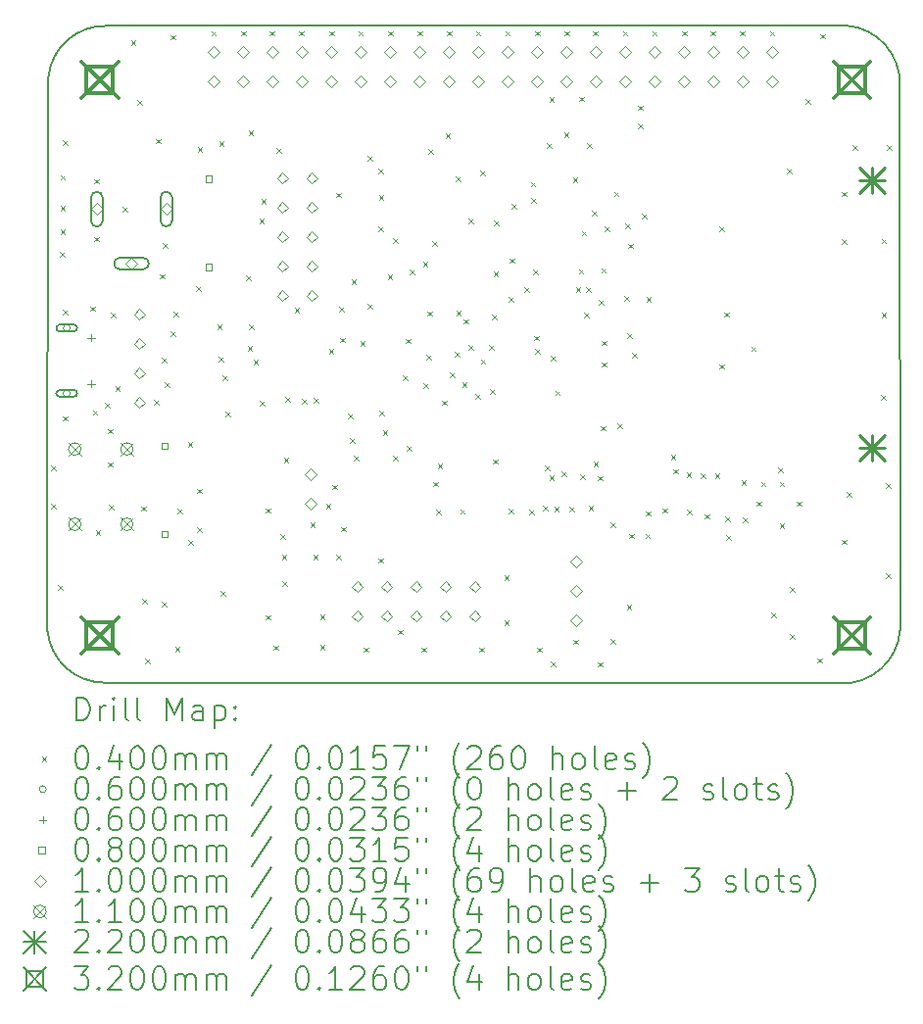
<source format=gbr>
%TF.GenerationSoftware,KiCad,Pcbnew,7.0.5-4d25ed1034~172~ubuntu22.04.1*%
%TF.CreationDate,2023-06-03T15:02:09+03:00*%
%TF.ProjectId,STM32L475-protoboard,53544d33-324c-4343-9735-2d70726f746f,rev?*%
%TF.SameCoordinates,Original*%
%TF.FileFunction,Drillmap*%
%TF.FilePolarity,Positive*%
%FSLAX45Y45*%
G04 Gerber Fmt 4.5, Leading zero omitted, Abs format (unit mm)*
G04 Created by KiCad (PCBNEW 7.0.5-4d25ed1034~172~ubuntu22.04.1) date 2023-06-03 15:02:09*
%MOMM*%
%LPD*%
G01*
G04 APERTURE LIST*
%ADD10C,0.200000*%
%ADD11C,0.040000*%
%ADD12C,0.059999*%
%ADD13C,0.060000*%
%ADD14C,0.080000*%
%ADD15C,0.100000*%
%ADD16C,0.110000*%
%ADD17C,0.220000*%
%ADD18C,0.320000*%
G04 APERTURE END LIST*
D10*
X13527391Y-10610474D02*
G75*
G03*
X14046361Y-10147423I21980J497712D01*
G01*
X7200000Y-4928750D02*
X13580000Y-4926250D01*
X7200000Y-4928750D02*
G75*
G03*
X6685000Y-5378750I-21849J-494689D01*
G01*
X7174886Y-10604066D02*
X13527391Y-10610475D01*
X6678514Y-10154383D02*
G75*
G03*
X7174886Y-10604066I494387J46921D01*
G01*
X14046361Y-10147423D02*
X14043052Y-5445220D01*
X14043052Y-5445220D02*
G75*
G03*
X13580000Y-4926250I-497712J21980D01*
G01*
X6678513Y-10154383D02*
X6685000Y-5378750D01*
D11*
X6710000Y-8727500D02*
X6750000Y-8767500D01*
X6750000Y-8727500D02*
X6710000Y-8767500D01*
X6710000Y-9057500D02*
X6750000Y-9097500D01*
X6750000Y-9057500D02*
X6710000Y-9097500D01*
X6770000Y-9762500D02*
X6810000Y-9802500D01*
X6810000Y-9762500D02*
X6770000Y-9802500D01*
X6785000Y-6882500D02*
X6825000Y-6922500D01*
X6825000Y-6882500D02*
X6785000Y-6922500D01*
X6790000Y-6217500D02*
X6830000Y-6257500D01*
X6830000Y-6217500D02*
X6790000Y-6257500D01*
X6790000Y-6482500D02*
X6830000Y-6522500D01*
X6830000Y-6482500D02*
X6790000Y-6522500D01*
X6790000Y-6685000D02*
X6830000Y-6725000D01*
X6830000Y-6685000D02*
X6790000Y-6725000D01*
X6810000Y-5920000D02*
X6850000Y-5960000D01*
X6850000Y-5920000D02*
X6810000Y-5960000D01*
X6810000Y-7382500D02*
X6850000Y-7422500D01*
X6850000Y-7382500D02*
X6810000Y-7422500D01*
X6810000Y-8300000D02*
X6850000Y-8340000D01*
X6850000Y-8300000D02*
X6810000Y-8340000D01*
X7050000Y-7352500D02*
X7090000Y-7392500D01*
X7090000Y-7352500D02*
X7050000Y-7392500D01*
X7070000Y-8250000D02*
X7110000Y-8290000D01*
X7110000Y-8250000D02*
X7070000Y-8290000D01*
X7085000Y-6252500D02*
X7125000Y-6292500D01*
X7125000Y-6252500D02*
X7085000Y-6292500D01*
X7085000Y-6752500D02*
X7125000Y-6792500D01*
X7125000Y-6752500D02*
X7085000Y-6792500D01*
X7095000Y-9287500D02*
X7135000Y-9327500D01*
X7135000Y-9287500D02*
X7095000Y-9327500D01*
X7175000Y-8187500D02*
X7215000Y-8227500D01*
X7215000Y-8187500D02*
X7175000Y-8227500D01*
X7200000Y-8410000D02*
X7240000Y-8450000D01*
X7240000Y-8410000D02*
X7200000Y-8450000D01*
X7200000Y-8700000D02*
X7240000Y-8740000D01*
X7240000Y-8700000D02*
X7200000Y-8740000D01*
X7210000Y-9070000D02*
X7250000Y-9110000D01*
X7250000Y-9070000D02*
X7210000Y-9110000D01*
X7225000Y-7405000D02*
X7265000Y-7445000D01*
X7265000Y-7405000D02*
X7225000Y-7445000D01*
X7265000Y-8042500D02*
X7305000Y-8082500D01*
X7305000Y-8042500D02*
X7265000Y-8082500D01*
X7325000Y-6492500D02*
X7365000Y-6532500D01*
X7365000Y-6492500D02*
X7325000Y-6532500D01*
X7400000Y-5052500D02*
X7440000Y-5092500D01*
X7440000Y-5052500D02*
X7400000Y-5092500D01*
X7456250Y-5573500D02*
X7496250Y-5613500D01*
X7496250Y-5573500D02*
X7456250Y-5613500D01*
X7490000Y-9080000D02*
X7530000Y-9120000D01*
X7530000Y-9080000D02*
X7490000Y-9120000D01*
X7500000Y-9877500D02*
X7540000Y-9917500D01*
X7540000Y-9877500D02*
X7500000Y-9917500D01*
X7520000Y-10397500D02*
X7560000Y-10437500D01*
X7560000Y-10397500D02*
X7520000Y-10437500D01*
X7600000Y-8162500D02*
X7640000Y-8202500D01*
X7640000Y-8162500D02*
X7600000Y-8202500D01*
X7614780Y-5905680D02*
X7654780Y-5945680D01*
X7654780Y-5905680D02*
X7614780Y-5945680D01*
X7652500Y-7072500D02*
X7692500Y-7112500D01*
X7692500Y-7072500D02*
X7652500Y-7112500D01*
X7665000Y-7800000D02*
X7705000Y-7840000D01*
X7705000Y-7800000D02*
X7665000Y-7840000D01*
X7667500Y-9902500D02*
X7707500Y-9942500D01*
X7707500Y-9902500D02*
X7667500Y-9942500D01*
X7675000Y-6807500D02*
X7715000Y-6847500D01*
X7715000Y-6807500D02*
X7675000Y-6847500D01*
X7692500Y-8010000D02*
X7732500Y-8050000D01*
X7732500Y-8010000D02*
X7692500Y-8050000D01*
X7740000Y-5007500D02*
X7780000Y-5047500D01*
X7780000Y-5007500D02*
X7740000Y-5047500D01*
X7745000Y-7570000D02*
X7785000Y-7610000D01*
X7785000Y-7570000D02*
X7745000Y-7610000D01*
X7770000Y-7400000D02*
X7810000Y-7440000D01*
X7810000Y-7400000D02*
X7770000Y-7440000D01*
X7780000Y-10292500D02*
X7820000Y-10332500D01*
X7820000Y-10292500D02*
X7780000Y-10332500D01*
X7805000Y-9099000D02*
X7845000Y-9139000D01*
X7845000Y-9099000D02*
X7805000Y-9139000D01*
X7890000Y-8522500D02*
X7930000Y-8562500D01*
X7930000Y-8522500D02*
X7890000Y-8562500D01*
X7895000Y-9370000D02*
X7935000Y-9410000D01*
X7935000Y-9370000D02*
X7895000Y-9410000D01*
X7960000Y-7177500D02*
X8000000Y-7217500D01*
X8000000Y-7177500D02*
X7960000Y-7217500D01*
X7972500Y-8927500D02*
X8012500Y-8967500D01*
X8012500Y-8927500D02*
X7972500Y-8967500D01*
X7972500Y-9262500D02*
X8012500Y-9302500D01*
X8012500Y-9262500D02*
X7972500Y-9302500D01*
X7975000Y-5974500D02*
X8015000Y-6014500D01*
X8015000Y-5974500D02*
X7975000Y-6014500D01*
X8095000Y-4972500D02*
X8135000Y-5012500D01*
X8135000Y-4972500D02*
X8095000Y-5012500D01*
X8145000Y-7507500D02*
X8185000Y-7547500D01*
X8185000Y-7507500D02*
X8145000Y-7547500D01*
X8158800Y-7790500D02*
X8198800Y-7830500D01*
X8198800Y-7790500D02*
X8158800Y-7830500D01*
X8161000Y-5923500D02*
X8201000Y-5963500D01*
X8201000Y-5923500D02*
X8161000Y-5963500D01*
X8172500Y-9815000D02*
X8212500Y-9855000D01*
X8212500Y-9815000D02*
X8172500Y-9855000D01*
X8190000Y-7949500D02*
X8230000Y-7989500D01*
X8230000Y-7949500D02*
X8190000Y-7989500D01*
X8219000Y-8262500D02*
X8259000Y-8302500D01*
X8259000Y-8262500D02*
X8219000Y-8302500D01*
X8350000Y-4972500D02*
X8390000Y-5012500D01*
X8390000Y-4972500D02*
X8350000Y-5012500D01*
X8395000Y-7085050D02*
X8435000Y-7125050D01*
X8435000Y-7085050D02*
X8395000Y-7125050D01*
X8407000Y-7698500D02*
X8447000Y-7738500D01*
X8447000Y-7698500D02*
X8407000Y-7738500D01*
X8416000Y-5830500D02*
X8456000Y-5870500D01*
X8456000Y-5830500D02*
X8416000Y-5870500D01*
X8420000Y-7507500D02*
X8460000Y-7547500D01*
X8460000Y-7507500D02*
X8420000Y-7547500D01*
X8459000Y-7813500D02*
X8499000Y-7853500D01*
X8499000Y-7813500D02*
X8459000Y-7853500D01*
X8510000Y-6597500D02*
X8550000Y-6637500D01*
X8550000Y-6597500D02*
X8510000Y-6637500D01*
X8513000Y-8167500D02*
X8553000Y-8207500D01*
X8553000Y-8167500D02*
X8513000Y-8207500D01*
X8525000Y-6427500D02*
X8565000Y-6467500D01*
X8565000Y-6427500D02*
X8525000Y-6467500D01*
X8565000Y-9097500D02*
X8605000Y-9137500D01*
X8605000Y-9097500D02*
X8565000Y-9137500D01*
X8565000Y-10020000D02*
X8605000Y-10060000D01*
X8605000Y-10020000D02*
X8565000Y-10060000D01*
X8600000Y-4972500D02*
X8640000Y-5012500D01*
X8640000Y-4972500D02*
X8600000Y-5012500D01*
X8630000Y-10282500D02*
X8670000Y-10322500D01*
X8670000Y-10282500D02*
X8630000Y-10322500D01*
X8655000Y-5982500D02*
X8695000Y-6022500D01*
X8695000Y-5982500D02*
X8655000Y-6022500D01*
X8692500Y-9322500D02*
X8732500Y-9362500D01*
X8732500Y-9322500D02*
X8692500Y-9362500D01*
X8704900Y-9499920D02*
X8744900Y-9539920D01*
X8744900Y-9499920D02*
X8704900Y-9539920D01*
X8707500Y-9730000D02*
X8747500Y-9770000D01*
X8747500Y-9730000D02*
X8707500Y-9770000D01*
X8720000Y-8662500D02*
X8760000Y-8702500D01*
X8760000Y-8662500D02*
X8720000Y-8702500D01*
X8734000Y-8134500D02*
X8774000Y-8174500D01*
X8774000Y-8134500D02*
X8734000Y-8174500D01*
X8815000Y-7362500D02*
X8855000Y-7402500D01*
X8855000Y-7362500D02*
X8815000Y-7402500D01*
X8855000Y-4972500D02*
X8895000Y-5012500D01*
X8895000Y-4972500D02*
X8855000Y-5012500D01*
X8875080Y-8150000D02*
X8915080Y-8190000D01*
X8915080Y-8150000D02*
X8875080Y-8190000D01*
X8950000Y-9217500D02*
X8990000Y-9257500D01*
X8990000Y-9217500D02*
X8950000Y-9257500D01*
X8975000Y-9497500D02*
X9015000Y-9537500D01*
X9015000Y-9497500D02*
X8975000Y-9537500D01*
X8980000Y-8145000D02*
X9020000Y-8185000D01*
X9020000Y-8145000D02*
X8980000Y-8185000D01*
X9035000Y-10017500D02*
X9075000Y-10057500D01*
X9075000Y-10017500D02*
X9035000Y-10057500D01*
X9035000Y-10277500D02*
X9075000Y-10317500D01*
X9075000Y-10277500D02*
X9035000Y-10317500D01*
X9085000Y-9057500D02*
X9125000Y-9097500D01*
X9125000Y-9057500D02*
X9085000Y-9097500D01*
X9110000Y-7722500D02*
X9150000Y-7762500D01*
X9150000Y-7722500D02*
X9110000Y-7762500D01*
X9115000Y-4972500D02*
X9155000Y-5012500D01*
X9155000Y-4972500D02*
X9115000Y-5012500D01*
X9140000Y-8892500D02*
X9180000Y-8932500D01*
X9180000Y-8892500D02*
X9140000Y-8932500D01*
X9175000Y-6370000D02*
X9215000Y-6410000D01*
X9215000Y-6370000D02*
X9175000Y-6410000D01*
X9175000Y-9497500D02*
X9215000Y-9537500D01*
X9215000Y-9497500D02*
X9175000Y-9537500D01*
X9198000Y-7357500D02*
X9238000Y-7397500D01*
X9238000Y-7357500D02*
X9198000Y-7397500D01*
X9209500Y-7623000D02*
X9249500Y-7663000D01*
X9249500Y-7623000D02*
X9209500Y-7663000D01*
X9215000Y-9257500D02*
X9255000Y-9297500D01*
X9255000Y-9257500D02*
X9215000Y-9297500D01*
X9273860Y-8280720D02*
X9313860Y-8320720D01*
X9313860Y-8280720D02*
X9273860Y-8320720D01*
X9290000Y-8490000D02*
X9330000Y-8530000D01*
X9330000Y-8490000D02*
X9290000Y-8530000D01*
X9306000Y-7122500D02*
X9346000Y-7162500D01*
X9346000Y-7122500D02*
X9306000Y-7162500D01*
X9325000Y-8642500D02*
X9365000Y-8682500D01*
X9365000Y-8642500D02*
X9325000Y-8682500D01*
X9365000Y-4972500D02*
X9405000Y-5012500D01*
X9405000Y-4972500D02*
X9365000Y-5012500D01*
X9382000Y-7653500D02*
X9422000Y-7693500D01*
X9422000Y-7653500D02*
X9382000Y-7693500D01*
X9410000Y-10300000D02*
X9450000Y-10340000D01*
X9450000Y-10300000D02*
X9410000Y-10340000D01*
X9442000Y-7328500D02*
X9482000Y-7368500D01*
X9482000Y-7328500D02*
X9442000Y-7368500D01*
X9445000Y-6050000D02*
X9485000Y-6090000D01*
X9485000Y-6050000D02*
X9445000Y-6090000D01*
X9535000Y-9527500D02*
X9575000Y-9567500D01*
X9575000Y-9527500D02*
X9535000Y-9567500D01*
X9538000Y-6661500D02*
X9578000Y-6701500D01*
X9578000Y-6661500D02*
X9538000Y-6701500D01*
X9540000Y-6165000D02*
X9580000Y-6205000D01*
X9580000Y-6165000D02*
X9540000Y-6205000D01*
X9543100Y-6393500D02*
X9583100Y-6433500D01*
X9583100Y-6393500D02*
X9543100Y-6433500D01*
X9544000Y-8252500D02*
X9584000Y-8292500D01*
X9584000Y-8252500D02*
X9544000Y-8292500D01*
X9576000Y-8423500D02*
X9616000Y-8463500D01*
X9616000Y-8423500D02*
X9576000Y-8463500D01*
X9618000Y-7080500D02*
X9658000Y-7120500D01*
X9658000Y-7080500D02*
X9618000Y-7120500D01*
X9620000Y-4972500D02*
X9660000Y-5012500D01*
X9660000Y-4972500D02*
X9620000Y-5012500D01*
X9665000Y-8642500D02*
X9705000Y-8682500D01*
X9705000Y-8642500D02*
X9665000Y-8682500D01*
X9666000Y-6765500D02*
X9706000Y-6805500D01*
X9706000Y-6765500D02*
X9666000Y-6805500D01*
X9705000Y-10147500D02*
X9745000Y-10187500D01*
X9745000Y-10147500D02*
X9705000Y-10187500D01*
X9750000Y-7952500D02*
X9790000Y-7992500D01*
X9790000Y-7952500D02*
X9750000Y-7992500D01*
X9775000Y-7632500D02*
X9815000Y-7672500D01*
X9815000Y-7632500D02*
X9775000Y-7672500D01*
X9785000Y-8557500D02*
X9825000Y-8597500D01*
X9825000Y-8557500D02*
X9785000Y-8597500D01*
X9811000Y-7037500D02*
X9851000Y-7077500D01*
X9851000Y-7037500D02*
X9811000Y-7077500D01*
X9875000Y-4972500D02*
X9915000Y-5012500D01*
X9915000Y-4972500D02*
X9875000Y-5012500D01*
X9910000Y-10300000D02*
X9950000Y-10340000D01*
X9950000Y-10300000D02*
X9910000Y-10340000D01*
X9923000Y-6966500D02*
X9963000Y-7006500D01*
X9963000Y-6966500D02*
X9923000Y-7006500D01*
X9930040Y-8017640D02*
X9970040Y-8057640D01*
X9970040Y-8017640D02*
X9930040Y-8057640D01*
X9952500Y-7772500D02*
X9992500Y-7812500D01*
X9992500Y-7772500D02*
X9952500Y-7812500D01*
X9960000Y-7395500D02*
X10000000Y-7435500D01*
X10000000Y-7395500D02*
X9960000Y-7435500D01*
X9967500Y-5995000D02*
X10007500Y-6035000D01*
X10007500Y-5995000D02*
X9967500Y-6035000D01*
X10005000Y-6787500D02*
X10045000Y-6827500D01*
X10045000Y-6787500D02*
X10005000Y-6827500D01*
X10015000Y-8867500D02*
X10055000Y-8907500D01*
X10055000Y-8867500D02*
X10015000Y-8907500D01*
X10040000Y-9112500D02*
X10080000Y-9152500D01*
X10080000Y-9112500D02*
X10040000Y-9152500D01*
X10050000Y-8712500D02*
X10090000Y-8752500D01*
X10090000Y-8712500D02*
X10050000Y-8752500D01*
X10091000Y-8165500D02*
X10131000Y-8205500D01*
X10131000Y-8165500D02*
X10091000Y-8205500D01*
X10117000Y-5857500D02*
X10157000Y-5897500D01*
X10157000Y-5857500D02*
X10117000Y-5897500D01*
X10130000Y-4972500D02*
X10170000Y-5012500D01*
X10170000Y-4972500D02*
X10130000Y-5012500D01*
X10158000Y-7921500D02*
X10198000Y-7961500D01*
X10198000Y-7921500D02*
X10158000Y-7961500D01*
X10200000Y-7747500D02*
X10240000Y-7787500D01*
X10240000Y-7747500D02*
X10200000Y-7787500D01*
X10205000Y-6232500D02*
X10245000Y-6272500D01*
X10245000Y-6232500D02*
X10205000Y-6272500D01*
X10210000Y-7392500D02*
X10250000Y-7432500D01*
X10250000Y-7392500D02*
X10210000Y-7432500D01*
X10245000Y-9105000D02*
X10285000Y-9145000D01*
X10285000Y-9105000D02*
X10245000Y-9145000D01*
X10261920Y-8011480D02*
X10301920Y-8051480D01*
X10301920Y-8011480D02*
X10261920Y-8051480D01*
X10275000Y-7462500D02*
X10315000Y-7502500D01*
X10315000Y-7462500D02*
X10275000Y-7502500D01*
X10315000Y-6592500D02*
X10355000Y-6632500D01*
X10355000Y-6592500D02*
X10315000Y-6632500D01*
X10315000Y-7687500D02*
X10355000Y-7727500D01*
X10355000Y-7687500D02*
X10315000Y-7727500D01*
X10376000Y-8108500D02*
X10416000Y-8148500D01*
X10416000Y-8108500D02*
X10376000Y-8148500D01*
X10380000Y-4972500D02*
X10420000Y-5012500D01*
X10420000Y-4972500D02*
X10380000Y-5012500D01*
X10410000Y-10300000D02*
X10450000Y-10340000D01*
X10450000Y-10300000D02*
X10410000Y-10340000D01*
X10420000Y-6182500D02*
X10460000Y-6222500D01*
X10460000Y-6182500D02*
X10420000Y-6222500D01*
X10422000Y-7810500D02*
X10462000Y-7850500D01*
X10462000Y-7810500D02*
X10422000Y-7850500D01*
X10496000Y-7685500D02*
X10536000Y-7725500D01*
X10536000Y-7685500D02*
X10496000Y-7725500D01*
X10504000Y-8065500D02*
X10544000Y-8105500D01*
X10544000Y-8065500D02*
X10504000Y-8105500D01*
X10520000Y-7427500D02*
X10560000Y-7467500D01*
X10560000Y-7427500D02*
X10520000Y-7467500D01*
X10530000Y-8672500D02*
X10570000Y-8712500D01*
X10570000Y-8672500D02*
X10530000Y-8712500D01*
X10532000Y-7053500D02*
X10572000Y-7093500D01*
X10572000Y-7053500D02*
X10532000Y-7093500D01*
X10536000Y-6610500D02*
X10576000Y-6650500D01*
X10576000Y-6610500D02*
X10536000Y-6650500D01*
X10625000Y-9677500D02*
X10665000Y-9717500D01*
X10665000Y-9677500D02*
X10625000Y-9717500D01*
X10625000Y-10067500D02*
X10665000Y-10107500D01*
X10665000Y-10067500D02*
X10625000Y-10107500D01*
X10635000Y-4972500D02*
X10675000Y-5012500D01*
X10675000Y-4972500D02*
X10635000Y-5012500D01*
X10664000Y-7274500D02*
X10704000Y-7314500D01*
X10704000Y-7274500D02*
X10664000Y-7314500D01*
X10664000Y-9101500D02*
X10704000Y-9141500D01*
X10704000Y-9101500D02*
X10664000Y-9141500D01*
X10675000Y-6937500D02*
X10715000Y-6977500D01*
X10715000Y-6937500D02*
X10675000Y-6977500D01*
X10688000Y-6469500D02*
X10728000Y-6509500D01*
X10728000Y-6469500D02*
X10688000Y-6509500D01*
X10800400Y-7185980D02*
X10840400Y-7225980D01*
X10840400Y-7185980D02*
X10800400Y-7225980D01*
X10840000Y-9112500D02*
X10880000Y-9152500D01*
X10880000Y-9112500D02*
X10840000Y-9152500D01*
X10854000Y-6277500D02*
X10894000Y-6317500D01*
X10894000Y-6277500D02*
X10854000Y-6317500D01*
X10858000Y-6415500D02*
X10898000Y-6455500D01*
X10898000Y-6415500D02*
X10858000Y-6455500D01*
X10875000Y-7037500D02*
X10915000Y-7077500D01*
X10915000Y-7037500D02*
X10875000Y-7077500D01*
X10885000Y-7607500D02*
X10925000Y-7647500D01*
X10925000Y-7607500D02*
X10885000Y-7647500D01*
X10890000Y-4972500D02*
X10930000Y-5012500D01*
X10930000Y-4972500D02*
X10890000Y-5012500D01*
X10892500Y-7722500D02*
X10932500Y-7762500D01*
X10932500Y-7722500D02*
X10892500Y-7762500D01*
X10910000Y-10300000D02*
X10950000Y-10340000D01*
X10950000Y-10300000D02*
X10910000Y-10340000D01*
X10960000Y-9075000D02*
X11000000Y-9115000D01*
X11000000Y-9075000D02*
X10960000Y-9115000D01*
X10975000Y-8727500D02*
X11015000Y-8767500D01*
X11015000Y-8727500D02*
X10975000Y-8767500D01*
X10997000Y-5942500D02*
X11037000Y-5982500D01*
X11037000Y-5942500D02*
X10997000Y-5982500D01*
X11015000Y-5542500D02*
X11055000Y-5582500D01*
X11055000Y-5542500D02*
X11015000Y-5582500D01*
X11015000Y-8815000D02*
X11055000Y-8855000D01*
X11055000Y-8815000D02*
X11015000Y-8855000D01*
X11025000Y-7777500D02*
X11065000Y-7817500D01*
X11065000Y-7777500D02*
X11025000Y-7817500D01*
X11027500Y-10422500D02*
X11067500Y-10462500D01*
X11067500Y-10422500D02*
X11027500Y-10462500D01*
X11057500Y-9082500D02*
X11097500Y-9122500D01*
X11097500Y-9082500D02*
X11057500Y-9122500D01*
X11066000Y-8081000D02*
X11106000Y-8121000D01*
X11106000Y-8081000D02*
X11066000Y-8121000D01*
X11122000Y-8781500D02*
X11162000Y-8821500D01*
X11162000Y-8781500D02*
X11122000Y-8821500D01*
X11143000Y-5851500D02*
X11183000Y-5891500D01*
X11183000Y-5851500D02*
X11143000Y-5891500D01*
X11145000Y-4972500D02*
X11185000Y-5012500D01*
X11185000Y-4972500D02*
X11145000Y-5012500D01*
X11190000Y-9082500D02*
X11230000Y-9122500D01*
X11230000Y-9082500D02*
X11190000Y-9122500D01*
X11219500Y-6242000D02*
X11259500Y-6282000D01*
X11259500Y-6242000D02*
X11219500Y-6282000D01*
X11225000Y-10232500D02*
X11265000Y-10272500D01*
X11265000Y-10232500D02*
X11225000Y-10272500D01*
X11245000Y-7187500D02*
X11285000Y-7227500D01*
X11285000Y-7187500D02*
X11245000Y-7227500D01*
X11270000Y-7031720D02*
X11310000Y-7071720D01*
X11310000Y-7031720D02*
X11270000Y-7071720D01*
X11275000Y-5540500D02*
X11315000Y-5580500D01*
X11315000Y-5540500D02*
X11275000Y-5580500D01*
X11285000Y-8807500D02*
X11325000Y-8847500D01*
X11325000Y-8807500D02*
X11285000Y-8847500D01*
X11295000Y-6700000D02*
X11335000Y-6740000D01*
X11335000Y-6700000D02*
X11295000Y-6740000D01*
X11317500Y-7410000D02*
X11357500Y-7450000D01*
X11357500Y-7410000D02*
X11317500Y-7450000D01*
X11330000Y-7187500D02*
X11370000Y-7227500D01*
X11370000Y-7187500D02*
X11330000Y-7227500D01*
X11339000Y-5945500D02*
X11379000Y-5985500D01*
X11379000Y-5945500D02*
X11339000Y-5985500D01*
X11355000Y-9077500D02*
X11395000Y-9117500D01*
X11395000Y-9077500D02*
X11355000Y-9117500D01*
X11382000Y-6528500D02*
X11422000Y-6568500D01*
X11422000Y-6528500D02*
X11382000Y-6568500D01*
X11395000Y-4972500D02*
X11435000Y-5012500D01*
X11435000Y-4972500D02*
X11395000Y-5012500D01*
X11395500Y-8692000D02*
X11435500Y-8732000D01*
X11435500Y-8692000D02*
X11395500Y-8732000D01*
X11435000Y-8817500D02*
X11475000Y-8857500D01*
X11475000Y-8817500D02*
X11435000Y-8857500D01*
X11435000Y-10425000D02*
X11475000Y-10465000D01*
X11475000Y-10425000D02*
X11435000Y-10465000D01*
X11442500Y-7295000D02*
X11482500Y-7335000D01*
X11482500Y-7295000D02*
X11442500Y-7335000D01*
X11458000Y-8385500D02*
X11498000Y-8425500D01*
X11498000Y-8385500D02*
X11458000Y-8425500D01*
X11465000Y-7022500D02*
X11505000Y-7062500D01*
X11505000Y-7022500D02*
X11465000Y-7062500D01*
X11467000Y-7649500D02*
X11507000Y-7689500D01*
X11507000Y-7649500D02*
X11467000Y-7689500D01*
X11471000Y-7836000D02*
X11511000Y-7876000D01*
X11511000Y-7836000D02*
X11471000Y-7876000D01*
X11495000Y-6665000D02*
X11535000Y-6705000D01*
X11535000Y-6665000D02*
X11495000Y-6705000D01*
X11545000Y-9217500D02*
X11585000Y-9257500D01*
X11585000Y-9217500D02*
X11545000Y-9257500D01*
X11545000Y-10227500D02*
X11585000Y-10267500D01*
X11585000Y-10227500D02*
X11545000Y-10267500D01*
X11575000Y-6362500D02*
X11615000Y-6402500D01*
X11615000Y-6362500D02*
X11575000Y-6402500D01*
X11605000Y-8367500D02*
X11645000Y-8407500D01*
X11645000Y-8367500D02*
X11605000Y-8407500D01*
X11650000Y-4972500D02*
X11690000Y-5012500D01*
X11690000Y-4972500D02*
X11650000Y-5012500D01*
X11662500Y-7262500D02*
X11702500Y-7302500D01*
X11702500Y-7262500D02*
X11662500Y-7302500D01*
X11670000Y-6637500D02*
X11710000Y-6677500D01*
X11710000Y-6637500D02*
X11670000Y-6677500D01*
X11685000Y-9932500D02*
X11725000Y-9972500D01*
X11725000Y-9932500D02*
X11685000Y-9972500D01*
X11687000Y-7583500D02*
X11727000Y-7623500D01*
X11727000Y-7583500D02*
X11687000Y-7623500D01*
X11697500Y-6810000D02*
X11737500Y-6850000D01*
X11737500Y-6810000D02*
X11697500Y-6850000D01*
X11705000Y-9317500D02*
X11745000Y-9357500D01*
X11745000Y-9317500D02*
X11705000Y-9357500D01*
X11733000Y-7755500D02*
X11773000Y-7795500D01*
X11773000Y-7755500D02*
X11733000Y-7795500D01*
X11780000Y-5617500D02*
X11820000Y-5657500D01*
X11820000Y-5617500D02*
X11780000Y-5657500D01*
X11780000Y-5772500D02*
X11820000Y-5812500D01*
X11820000Y-5772500D02*
X11780000Y-5812500D01*
X11815000Y-6552500D02*
X11855000Y-6592500D01*
X11855000Y-6552500D02*
X11815000Y-6592500D01*
X11845000Y-9317500D02*
X11885000Y-9357500D01*
X11885000Y-9317500D02*
X11845000Y-9357500D01*
X11850000Y-9122500D02*
X11890000Y-9162500D01*
X11890000Y-9122500D02*
X11850000Y-9162500D01*
X11852500Y-7270000D02*
X11892500Y-7310000D01*
X11892500Y-7270000D02*
X11852500Y-7310000D01*
X11905000Y-4972500D02*
X11945000Y-5012500D01*
X11945000Y-4972500D02*
X11905000Y-5012500D01*
X11995000Y-9097500D02*
X12035000Y-9137500D01*
X12035000Y-9097500D02*
X11995000Y-9137500D01*
X12065000Y-8637500D02*
X12105000Y-8677500D01*
X12105000Y-8637500D02*
X12065000Y-8677500D01*
X12085000Y-8757500D02*
X12125000Y-8797500D01*
X12125000Y-8757500D02*
X12085000Y-8797500D01*
X12160000Y-4972500D02*
X12200000Y-5012500D01*
X12200000Y-4972500D02*
X12160000Y-5012500D01*
X12200000Y-8787500D02*
X12240000Y-8827500D01*
X12240000Y-8787500D02*
X12200000Y-8827500D01*
X12205000Y-9107500D02*
X12245000Y-9147500D01*
X12245000Y-9107500D02*
X12205000Y-9147500D01*
X12325000Y-8797500D02*
X12365000Y-8837500D01*
X12365000Y-8797500D02*
X12325000Y-8837500D01*
X12355000Y-9147500D02*
X12395000Y-9187500D01*
X12395000Y-9147500D02*
X12355000Y-9187500D01*
X12410000Y-4972500D02*
X12450000Y-5012500D01*
X12450000Y-4972500D02*
X12410000Y-5012500D01*
X12445000Y-8797500D02*
X12485000Y-8837500D01*
X12485000Y-8797500D02*
X12445000Y-8837500D01*
X12482500Y-6660000D02*
X12522500Y-6700000D01*
X12522500Y-6660000D02*
X12482500Y-6700000D01*
X12485000Y-7852500D02*
X12525000Y-7892500D01*
X12525000Y-7852500D02*
X12485000Y-7892500D01*
X12527000Y-7404500D02*
X12567000Y-7444500D01*
X12567000Y-7404500D02*
X12527000Y-7444500D01*
X12535000Y-9167500D02*
X12575000Y-9207500D01*
X12575000Y-9167500D02*
X12535000Y-9207500D01*
X12545000Y-9327500D02*
X12585000Y-9367500D01*
X12585000Y-9327500D02*
X12545000Y-9367500D01*
X12665000Y-4972500D02*
X12705000Y-5012500D01*
X12705000Y-4972500D02*
X12665000Y-5012500D01*
X12675000Y-8857500D02*
X12715000Y-8897500D01*
X12715000Y-8857500D02*
X12675000Y-8897500D01*
X12685000Y-9177500D02*
X12725000Y-9217500D01*
X12725000Y-9177500D02*
X12685000Y-9217500D01*
X12759000Y-7700500D02*
X12799000Y-7740500D01*
X12799000Y-7700500D02*
X12759000Y-7740500D01*
X12805000Y-9037500D02*
X12845000Y-9077500D01*
X12845000Y-9037500D02*
X12805000Y-9077500D01*
X12845000Y-8867500D02*
X12885000Y-8907500D01*
X12885000Y-8867500D02*
X12845000Y-8907500D01*
X12920000Y-4972500D02*
X12960000Y-5012500D01*
X12960000Y-4972500D02*
X12920000Y-5012500D01*
X12935000Y-9997500D02*
X12975000Y-10037500D01*
X12975000Y-9997500D02*
X12935000Y-10037500D01*
X12995000Y-8747500D02*
X13035000Y-8787500D01*
X13035000Y-8747500D02*
X12995000Y-8787500D01*
X13005000Y-8867500D02*
X13045000Y-8907500D01*
X13045000Y-8867500D02*
X13005000Y-8907500D01*
X13005000Y-9227500D02*
X13045000Y-9267500D01*
X13045000Y-9227500D02*
X13005000Y-9267500D01*
X13070000Y-6162500D02*
X13110000Y-6202500D01*
X13110000Y-6162500D02*
X13070000Y-6202500D01*
X13095000Y-9777500D02*
X13135000Y-9817500D01*
X13135000Y-9777500D02*
X13095000Y-9817500D01*
X13095000Y-10187500D02*
X13135000Y-10227500D01*
X13135000Y-10187500D02*
X13095000Y-10227500D01*
X13155000Y-9037500D02*
X13195000Y-9077500D01*
X13195000Y-9037500D02*
X13155000Y-9077500D01*
X13227500Y-5562500D02*
X13267500Y-5602500D01*
X13267500Y-5562500D02*
X13227500Y-5602500D01*
X13332500Y-10392500D02*
X13372500Y-10432500D01*
X13372500Y-10392500D02*
X13332500Y-10432500D01*
X13355000Y-5000000D02*
X13395000Y-5040000D01*
X13395000Y-5000000D02*
X13355000Y-5040000D01*
X13540000Y-9367500D02*
X13580000Y-9407500D01*
X13580000Y-9367500D02*
X13540000Y-9407500D01*
X13545000Y-6362500D02*
X13585000Y-6402500D01*
X13585000Y-6362500D02*
X13545000Y-6402500D01*
X13545000Y-6772500D02*
X13585000Y-6812500D01*
X13585000Y-6772500D02*
X13545000Y-6812500D01*
X13585000Y-8957500D02*
X13625000Y-8997500D01*
X13625000Y-8957500D02*
X13585000Y-8997500D01*
X13635000Y-5957500D02*
X13675000Y-5997500D01*
X13675000Y-5957500D02*
X13635000Y-5997500D01*
X13882500Y-8117500D02*
X13922500Y-8157500D01*
X13922500Y-8117500D02*
X13882500Y-8157500D01*
X13885000Y-6767500D02*
X13925000Y-6807500D01*
X13925000Y-6767500D02*
X13885000Y-6807500D01*
X13885000Y-7405000D02*
X13925000Y-7445000D01*
X13925000Y-7405000D02*
X13885000Y-7445000D01*
X13922500Y-9662500D02*
X13962500Y-9702500D01*
X13962500Y-9662500D02*
X13922500Y-9702500D01*
X13925000Y-8880000D02*
X13965000Y-8920000D01*
X13965000Y-8880000D02*
X13925000Y-8920000D01*
X13930000Y-5960000D02*
X13970000Y-6000000D01*
X13970000Y-5960000D02*
X13930000Y-6000000D01*
D12*
X6875000Y-7540500D02*
G75*
G03*
X6875000Y-7540500I-30000J0D01*
G01*
D10*
X6905000Y-7510500D02*
X6785000Y-7510500D01*
X6785000Y-7510500D02*
G75*
G03*
X6785000Y-7570500I0J-30000D01*
G01*
X6785000Y-7570500D02*
X6905000Y-7570500D01*
X6905000Y-7570500D02*
G75*
G03*
X6905000Y-7510500I0J30000D01*
G01*
D12*
X6875000Y-8104500D02*
G75*
G03*
X6875000Y-8104500I-30000J0D01*
G01*
D10*
X6905000Y-8074500D02*
X6785000Y-8074500D01*
X6785000Y-8074500D02*
G75*
G03*
X6785000Y-8134500I0J-30000D01*
G01*
X6785000Y-8134500D02*
X6905000Y-8134500D01*
X6905000Y-8134500D02*
G75*
G03*
X6905000Y-8074500I0J30000D01*
G01*
D13*
X7056000Y-7592500D02*
X7056000Y-7652500D01*
X7026000Y-7622500D02*
X7086000Y-7622500D01*
X7056000Y-7992500D02*
X7056000Y-8052500D01*
X7026000Y-8022500D02*
X7086000Y-8022500D01*
D14*
X7718284Y-8586285D02*
X7718284Y-8529716D01*
X7661715Y-8529716D01*
X7661715Y-8586285D01*
X7718284Y-8586285D01*
X7718284Y-9348285D02*
X7718284Y-9291716D01*
X7661715Y-9291716D01*
X7661715Y-9348285D01*
X7718284Y-9348285D01*
X8100284Y-6279784D02*
X8100284Y-6223215D01*
X8043715Y-6223215D01*
X8043715Y-6279784D01*
X8100284Y-6279784D01*
X8100284Y-7041784D02*
X8100284Y-6985215D01*
X8043715Y-6985215D01*
X8043715Y-7041784D01*
X8100284Y-7041784D01*
D15*
X7105000Y-6562500D02*
X7155000Y-6512500D01*
X7105000Y-6462500D01*
X7055000Y-6512500D01*
X7105000Y-6562500D01*
D10*
X7055000Y-6412500D02*
X7055000Y-6612500D01*
X7055000Y-6612500D02*
G75*
G03*
X7155000Y-6612500I50000J0D01*
G01*
X7155000Y-6612500D02*
X7155000Y-6412500D01*
X7155000Y-6412500D02*
G75*
G03*
X7055000Y-6412500I-50000J0D01*
G01*
D15*
X7405000Y-7032500D02*
X7455000Y-6982500D01*
X7405000Y-6932500D01*
X7355000Y-6982500D01*
X7405000Y-7032500D01*
D10*
X7305000Y-7032500D02*
X7505000Y-7032500D01*
X7505000Y-7032500D02*
G75*
G03*
X7505000Y-6932500I0J50000D01*
G01*
X7505000Y-6932500D02*
X7305000Y-6932500D01*
X7305000Y-6932500D02*
G75*
G03*
X7305000Y-7032500I0J-50000D01*
G01*
D15*
X7475000Y-7470000D02*
X7525000Y-7420000D01*
X7475000Y-7370000D01*
X7425000Y-7420000D01*
X7475000Y-7470000D01*
X7475000Y-7724000D02*
X7525000Y-7674000D01*
X7475000Y-7624000D01*
X7425000Y-7674000D01*
X7475000Y-7724000D01*
X7475000Y-7978000D02*
X7525000Y-7928000D01*
X7475000Y-7878000D01*
X7425000Y-7928000D01*
X7475000Y-7978000D01*
X7475000Y-8232000D02*
X7525000Y-8182000D01*
X7475000Y-8132000D01*
X7425000Y-8182000D01*
X7475000Y-8232000D01*
X7705000Y-6562500D02*
X7755000Y-6512500D01*
X7705000Y-6462500D01*
X7655000Y-6512500D01*
X7705000Y-6562500D01*
D10*
X7655000Y-6412500D02*
X7655000Y-6612500D01*
X7655000Y-6612500D02*
G75*
G03*
X7755000Y-6612500I50000J0D01*
G01*
X7755000Y-6612500D02*
X7755000Y-6412500D01*
X7755000Y-6412500D02*
G75*
G03*
X7655000Y-6412500I-50000J0D01*
G01*
D15*
X8115000Y-5207500D02*
X8165000Y-5157500D01*
X8115000Y-5107500D01*
X8065000Y-5157500D01*
X8115000Y-5207500D01*
X8115000Y-5461500D02*
X8165000Y-5411500D01*
X8115000Y-5361500D01*
X8065000Y-5411500D01*
X8115000Y-5461500D01*
X8369000Y-5207500D02*
X8419000Y-5157500D01*
X8369000Y-5107500D01*
X8319000Y-5157500D01*
X8369000Y-5207500D01*
X8369000Y-5461500D02*
X8419000Y-5411500D01*
X8369000Y-5361500D01*
X8319000Y-5411500D01*
X8369000Y-5461500D01*
X8623000Y-5207500D02*
X8673000Y-5157500D01*
X8623000Y-5107500D01*
X8573000Y-5157500D01*
X8623000Y-5207500D01*
X8623000Y-5461500D02*
X8673000Y-5411500D01*
X8623000Y-5361500D01*
X8573000Y-5411500D01*
X8623000Y-5461500D01*
X8711000Y-6292500D02*
X8761000Y-6242500D01*
X8711000Y-6192500D01*
X8661000Y-6242500D01*
X8711000Y-6292500D01*
X8711000Y-6546500D02*
X8761000Y-6496500D01*
X8711000Y-6446500D01*
X8661000Y-6496500D01*
X8711000Y-6546500D01*
X8711000Y-6800500D02*
X8761000Y-6750500D01*
X8711000Y-6700500D01*
X8661000Y-6750500D01*
X8711000Y-6800500D01*
X8711000Y-7054500D02*
X8761000Y-7004500D01*
X8711000Y-6954500D01*
X8661000Y-7004500D01*
X8711000Y-7054500D01*
X8711000Y-7308500D02*
X8761000Y-7258500D01*
X8711000Y-7208500D01*
X8661000Y-7258500D01*
X8711000Y-7308500D01*
X8877000Y-5207500D02*
X8927000Y-5157500D01*
X8877000Y-5107500D01*
X8827000Y-5157500D01*
X8877000Y-5207500D01*
X8877000Y-5461500D02*
X8927000Y-5411500D01*
X8877000Y-5361500D01*
X8827000Y-5411500D01*
X8877000Y-5461500D01*
X8955000Y-8851000D02*
X9005000Y-8801000D01*
X8955000Y-8751000D01*
X8905000Y-8801000D01*
X8955000Y-8851000D01*
X8955000Y-9105000D02*
X9005000Y-9055000D01*
X8955000Y-9005000D01*
X8905000Y-9055000D01*
X8955000Y-9105000D01*
X8965000Y-6292500D02*
X9015000Y-6242500D01*
X8965000Y-6192500D01*
X8915000Y-6242500D01*
X8965000Y-6292500D01*
X8965000Y-6546500D02*
X9015000Y-6496500D01*
X8965000Y-6446500D01*
X8915000Y-6496500D01*
X8965000Y-6546500D01*
X8965000Y-6800500D02*
X9015000Y-6750500D01*
X8965000Y-6700500D01*
X8915000Y-6750500D01*
X8965000Y-6800500D01*
X8965000Y-7054500D02*
X9015000Y-7004500D01*
X8965000Y-6954500D01*
X8915000Y-7004500D01*
X8965000Y-7054500D01*
X8965000Y-7308500D02*
X9015000Y-7258500D01*
X8965000Y-7208500D01*
X8915000Y-7258500D01*
X8965000Y-7308500D01*
X9131000Y-5207500D02*
X9181000Y-5157500D01*
X9131000Y-5107500D01*
X9081000Y-5157500D01*
X9131000Y-5207500D01*
X9131000Y-5461500D02*
X9181000Y-5411500D01*
X9131000Y-5361500D01*
X9081000Y-5411500D01*
X9131000Y-5461500D01*
X9355000Y-9823500D02*
X9405000Y-9773500D01*
X9355000Y-9723500D01*
X9305000Y-9773500D01*
X9355000Y-9823500D01*
X9355000Y-10077500D02*
X9405000Y-10027500D01*
X9355000Y-9977500D01*
X9305000Y-10027500D01*
X9355000Y-10077500D01*
X9385000Y-5207500D02*
X9435000Y-5157500D01*
X9385000Y-5107500D01*
X9335000Y-5157500D01*
X9385000Y-5207500D01*
X9385000Y-5461500D02*
X9435000Y-5411500D01*
X9385000Y-5361500D01*
X9335000Y-5411500D01*
X9385000Y-5461500D01*
X9609000Y-9823500D02*
X9659000Y-9773500D01*
X9609000Y-9723500D01*
X9559000Y-9773500D01*
X9609000Y-9823500D01*
X9609000Y-10077500D02*
X9659000Y-10027500D01*
X9609000Y-9977500D01*
X9559000Y-10027500D01*
X9609000Y-10077500D01*
X9639000Y-5207500D02*
X9689000Y-5157500D01*
X9639000Y-5107500D01*
X9589000Y-5157500D01*
X9639000Y-5207500D01*
X9639000Y-5461500D02*
X9689000Y-5411500D01*
X9639000Y-5361500D01*
X9589000Y-5411500D01*
X9639000Y-5461500D01*
X9863000Y-9823500D02*
X9913000Y-9773500D01*
X9863000Y-9723500D01*
X9813000Y-9773500D01*
X9863000Y-9823500D01*
X9863000Y-10077500D02*
X9913000Y-10027500D01*
X9863000Y-9977500D01*
X9813000Y-10027500D01*
X9863000Y-10077500D01*
X9893000Y-5207500D02*
X9943000Y-5157500D01*
X9893000Y-5107500D01*
X9843000Y-5157500D01*
X9893000Y-5207500D01*
X9893000Y-5461500D02*
X9943000Y-5411500D01*
X9893000Y-5361500D01*
X9843000Y-5411500D01*
X9893000Y-5461500D01*
X10117000Y-9823500D02*
X10167000Y-9773500D01*
X10117000Y-9723500D01*
X10067000Y-9773500D01*
X10117000Y-9823500D01*
X10117000Y-10077500D02*
X10167000Y-10027500D01*
X10117000Y-9977500D01*
X10067000Y-10027500D01*
X10117000Y-10077500D01*
X10147000Y-5207500D02*
X10197000Y-5157500D01*
X10147000Y-5107500D01*
X10097000Y-5157500D01*
X10147000Y-5207500D01*
X10147000Y-5461500D02*
X10197000Y-5411500D01*
X10147000Y-5361500D01*
X10097000Y-5411500D01*
X10147000Y-5461500D01*
X10371000Y-9823500D02*
X10421000Y-9773500D01*
X10371000Y-9723500D01*
X10321000Y-9773500D01*
X10371000Y-9823500D01*
X10371000Y-10077500D02*
X10421000Y-10027500D01*
X10371000Y-9977500D01*
X10321000Y-10027500D01*
X10371000Y-10077500D01*
X10401000Y-5207500D02*
X10451000Y-5157500D01*
X10401000Y-5107500D01*
X10351000Y-5157500D01*
X10401000Y-5207500D01*
X10401000Y-5461500D02*
X10451000Y-5411500D01*
X10401000Y-5361500D01*
X10351000Y-5411500D01*
X10401000Y-5461500D01*
X10655000Y-5207500D02*
X10705000Y-5157500D01*
X10655000Y-5107500D01*
X10605000Y-5157500D01*
X10655000Y-5207500D01*
X10655000Y-5461500D02*
X10705000Y-5411500D01*
X10655000Y-5361500D01*
X10605000Y-5411500D01*
X10655000Y-5461500D01*
X10909000Y-5207500D02*
X10959000Y-5157500D01*
X10909000Y-5107500D01*
X10859000Y-5157500D01*
X10909000Y-5207500D01*
X10909000Y-5461500D02*
X10959000Y-5411500D01*
X10909000Y-5361500D01*
X10859000Y-5411500D01*
X10909000Y-5461500D01*
X11163000Y-5207500D02*
X11213000Y-5157500D01*
X11163000Y-5107500D01*
X11113000Y-5157500D01*
X11163000Y-5207500D01*
X11163000Y-5461500D02*
X11213000Y-5411500D01*
X11163000Y-5361500D01*
X11113000Y-5411500D01*
X11163000Y-5461500D01*
X11247500Y-9609500D02*
X11297500Y-9559500D01*
X11247500Y-9509500D01*
X11197500Y-9559500D01*
X11247500Y-9609500D01*
X11247500Y-9863500D02*
X11297500Y-9813500D01*
X11247500Y-9763500D01*
X11197500Y-9813500D01*
X11247500Y-9863500D01*
X11247500Y-10117500D02*
X11297500Y-10067500D01*
X11247500Y-10017500D01*
X11197500Y-10067500D01*
X11247500Y-10117500D01*
X11417000Y-5207500D02*
X11467000Y-5157500D01*
X11417000Y-5107500D01*
X11367000Y-5157500D01*
X11417000Y-5207500D01*
X11417000Y-5461500D02*
X11467000Y-5411500D01*
X11417000Y-5361500D01*
X11367000Y-5411500D01*
X11417000Y-5461500D01*
X11671000Y-5207500D02*
X11721000Y-5157500D01*
X11671000Y-5107500D01*
X11621000Y-5157500D01*
X11671000Y-5207500D01*
X11671000Y-5461500D02*
X11721000Y-5411500D01*
X11671000Y-5361500D01*
X11621000Y-5411500D01*
X11671000Y-5461500D01*
X11925000Y-5207500D02*
X11975000Y-5157500D01*
X11925000Y-5107500D01*
X11875000Y-5157500D01*
X11925000Y-5207500D01*
X11925000Y-5461500D02*
X11975000Y-5411500D01*
X11925000Y-5361500D01*
X11875000Y-5411500D01*
X11925000Y-5461500D01*
X12179000Y-5207500D02*
X12229000Y-5157500D01*
X12179000Y-5107500D01*
X12129000Y-5157500D01*
X12179000Y-5207500D01*
X12179000Y-5461500D02*
X12229000Y-5411500D01*
X12179000Y-5361500D01*
X12129000Y-5411500D01*
X12179000Y-5461500D01*
X12433000Y-5207500D02*
X12483000Y-5157500D01*
X12433000Y-5107500D01*
X12383000Y-5157500D01*
X12433000Y-5207500D01*
X12433000Y-5461500D02*
X12483000Y-5411500D01*
X12433000Y-5361500D01*
X12383000Y-5411500D01*
X12433000Y-5461500D01*
X12687000Y-5207500D02*
X12737000Y-5157500D01*
X12687000Y-5107500D01*
X12637000Y-5157500D01*
X12687000Y-5207500D01*
X12687000Y-5461500D02*
X12737000Y-5411500D01*
X12687000Y-5361500D01*
X12637000Y-5411500D01*
X12687000Y-5461500D01*
X12941000Y-5207500D02*
X12991000Y-5157500D01*
X12941000Y-5107500D01*
X12891000Y-5157500D01*
X12941000Y-5207500D01*
X12941000Y-5461500D02*
X12991000Y-5411500D01*
X12941000Y-5361500D01*
X12891000Y-5411500D01*
X12941000Y-5461500D01*
D16*
X6860000Y-8530000D02*
X6970000Y-8640000D01*
X6970000Y-8530000D02*
X6860000Y-8640000D01*
X6970000Y-8585000D02*
G75*
G03*
X6970000Y-8585000I-55000J0D01*
G01*
X6860000Y-9180000D02*
X6970000Y-9290000D01*
X6970000Y-9180000D02*
X6860000Y-9290000D01*
X6970000Y-9235000D02*
G75*
G03*
X6970000Y-9235000I-55000J0D01*
G01*
X7310000Y-8530000D02*
X7420000Y-8640000D01*
X7420000Y-8530000D02*
X7310000Y-8640000D01*
X7420000Y-8585000D02*
G75*
G03*
X7420000Y-8585000I-55000J0D01*
G01*
X7310000Y-9180000D02*
X7420000Y-9290000D01*
X7420000Y-9180000D02*
X7310000Y-9290000D01*
X7420000Y-9235000D02*
G75*
G03*
X7420000Y-9235000I-55000J0D01*
G01*
D17*
X13690000Y-8467500D02*
X13910000Y-8687500D01*
X13910000Y-8467500D02*
X13690000Y-8687500D01*
X13800000Y-8467500D02*
X13800000Y-8687500D01*
X13690000Y-8577500D02*
X13910000Y-8577500D01*
X13695000Y-6152500D02*
X13915000Y-6372500D01*
X13915000Y-6152500D02*
X13695000Y-6372500D01*
X13805000Y-6152500D02*
X13805000Y-6372500D01*
X13695000Y-6262500D02*
X13915000Y-6262500D01*
D18*
X6970000Y-5235500D02*
X7290000Y-5555500D01*
X7290000Y-5235500D02*
X6970000Y-5555500D01*
X7243138Y-5508638D02*
X7243138Y-5282362D01*
X7016862Y-5282362D01*
X7016862Y-5508638D01*
X7243138Y-5508638D01*
X6970000Y-10035500D02*
X7290000Y-10355500D01*
X7290000Y-10035500D02*
X6970000Y-10355500D01*
X7243138Y-10308638D02*
X7243138Y-10082362D01*
X7016862Y-10082362D01*
X7016862Y-10308638D01*
X7243138Y-10308638D01*
X13470000Y-5235500D02*
X13790000Y-5555500D01*
X13790000Y-5235500D02*
X13470000Y-5555500D01*
X13743138Y-5508638D02*
X13743138Y-5282362D01*
X13516862Y-5282362D01*
X13516862Y-5508638D01*
X13743138Y-5508638D01*
X13470000Y-10035500D02*
X13790000Y-10355500D01*
X13790000Y-10035500D02*
X13470000Y-10355500D01*
X13743138Y-10308638D02*
X13743138Y-10082362D01*
X13516862Y-10082362D01*
X13516862Y-10308638D01*
X13743138Y-10308638D01*
D10*
X6929290Y-10932443D02*
X6929290Y-10732443D01*
X6929290Y-10732443D02*
X6976909Y-10732443D01*
X6976909Y-10732443D02*
X7005481Y-10741967D01*
X7005481Y-10741967D02*
X7024528Y-10761015D01*
X7024528Y-10761015D02*
X7034052Y-10780062D01*
X7034052Y-10780062D02*
X7043576Y-10818158D01*
X7043576Y-10818158D02*
X7043576Y-10846729D01*
X7043576Y-10846729D02*
X7034052Y-10884824D01*
X7034052Y-10884824D02*
X7024528Y-10903872D01*
X7024528Y-10903872D02*
X7005481Y-10922920D01*
X7005481Y-10922920D02*
X6976909Y-10932443D01*
X6976909Y-10932443D02*
X6929290Y-10932443D01*
X7129290Y-10932443D02*
X7129290Y-10799110D01*
X7129290Y-10837205D02*
X7138814Y-10818158D01*
X7138814Y-10818158D02*
X7148338Y-10808634D01*
X7148338Y-10808634D02*
X7167385Y-10799110D01*
X7167385Y-10799110D02*
X7186433Y-10799110D01*
X7253100Y-10932443D02*
X7253100Y-10799110D01*
X7253100Y-10732443D02*
X7243576Y-10741967D01*
X7243576Y-10741967D02*
X7253100Y-10751491D01*
X7253100Y-10751491D02*
X7262624Y-10741967D01*
X7262624Y-10741967D02*
X7253100Y-10732443D01*
X7253100Y-10732443D02*
X7253100Y-10751491D01*
X7376909Y-10932443D02*
X7357862Y-10922920D01*
X7357862Y-10922920D02*
X7348338Y-10903872D01*
X7348338Y-10903872D02*
X7348338Y-10732443D01*
X7481671Y-10932443D02*
X7462624Y-10922920D01*
X7462624Y-10922920D02*
X7453100Y-10903872D01*
X7453100Y-10903872D02*
X7453100Y-10732443D01*
X7710243Y-10932443D02*
X7710243Y-10732443D01*
X7710243Y-10732443D02*
X7776909Y-10875300D01*
X7776909Y-10875300D02*
X7843576Y-10732443D01*
X7843576Y-10732443D02*
X7843576Y-10932443D01*
X8024528Y-10932443D02*
X8024528Y-10827681D01*
X8024528Y-10827681D02*
X8015005Y-10808634D01*
X8015005Y-10808634D02*
X7995957Y-10799110D01*
X7995957Y-10799110D02*
X7957862Y-10799110D01*
X7957862Y-10799110D02*
X7938814Y-10808634D01*
X8024528Y-10922920D02*
X8005481Y-10932443D01*
X8005481Y-10932443D02*
X7957862Y-10932443D01*
X7957862Y-10932443D02*
X7938814Y-10922920D01*
X7938814Y-10922920D02*
X7929290Y-10903872D01*
X7929290Y-10903872D02*
X7929290Y-10884824D01*
X7929290Y-10884824D02*
X7938814Y-10865777D01*
X7938814Y-10865777D02*
X7957862Y-10856253D01*
X7957862Y-10856253D02*
X8005481Y-10856253D01*
X8005481Y-10856253D02*
X8024528Y-10846729D01*
X8119766Y-10799110D02*
X8119766Y-10999110D01*
X8119766Y-10808634D02*
X8138814Y-10799110D01*
X8138814Y-10799110D02*
X8176909Y-10799110D01*
X8176909Y-10799110D02*
X8195957Y-10808634D01*
X8195957Y-10808634D02*
X8205481Y-10818158D01*
X8205481Y-10818158D02*
X8215005Y-10837205D01*
X8215005Y-10837205D02*
X8215005Y-10894348D01*
X8215005Y-10894348D02*
X8205481Y-10913396D01*
X8205481Y-10913396D02*
X8195957Y-10922920D01*
X8195957Y-10922920D02*
X8176909Y-10932443D01*
X8176909Y-10932443D02*
X8138814Y-10932443D01*
X8138814Y-10932443D02*
X8119766Y-10922920D01*
X8300719Y-10913396D02*
X8310243Y-10922920D01*
X8310243Y-10922920D02*
X8300719Y-10932443D01*
X8300719Y-10932443D02*
X8291195Y-10922920D01*
X8291195Y-10922920D02*
X8300719Y-10913396D01*
X8300719Y-10913396D02*
X8300719Y-10932443D01*
X8300719Y-10808634D02*
X8310243Y-10818158D01*
X8310243Y-10818158D02*
X8300719Y-10827681D01*
X8300719Y-10827681D02*
X8291195Y-10818158D01*
X8291195Y-10818158D02*
X8300719Y-10808634D01*
X8300719Y-10808634D02*
X8300719Y-10827681D01*
D11*
X6628513Y-11240959D02*
X6668513Y-11280959D01*
X6668513Y-11240959D02*
X6628513Y-11280959D01*
D10*
X6967385Y-11152443D02*
X6986433Y-11152443D01*
X6986433Y-11152443D02*
X7005481Y-11161967D01*
X7005481Y-11161967D02*
X7015005Y-11171491D01*
X7015005Y-11171491D02*
X7024528Y-11190538D01*
X7024528Y-11190538D02*
X7034052Y-11228634D01*
X7034052Y-11228634D02*
X7034052Y-11276253D01*
X7034052Y-11276253D02*
X7024528Y-11314348D01*
X7024528Y-11314348D02*
X7015005Y-11333396D01*
X7015005Y-11333396D02*
X7005481Y-11342919D01*
X7005481Y-11342919D02*
X6986433Y-11352443D01*
X6986433Y-11352443D02*
X6967385Y-11352443D01*
X6967385Y-11352443D02*
X6948338Y-11342919D01*
X6948338Y-11342919D02*
X6938814Y-11333396D01*
X6938814Y-11333396D02*
X6929290Y-11314348D01*
X6929290Y-11314348D02*
X6919766Y-11276253D01*
X6919766Y-11276253D02*
X6919766Y-11228634D01*
X6919766Y-11228634D02*
X6929290Y-11190538D01*
X6929290Y-11190538D02*
X6938814Y-11171491D01*
X6938814Y-11171491D02*
X6948338Y-11161967D01*
X6948338Y-11161967D02*
X6967385Y-11152443D01*
X7119766Y-11333396D02*
X7129290Y-11342919D01*
X7129290Y-11342919D02*
X7119766Y-11352443D01*
X7119766Y-11352443D02*
X7110243Y-11342919D01*
X7110243Y-11342919D02*
X7119766Y-11333396D01*
X7119766Y-11333396D02*
X7119766Y-11352443D01*
X7300719Y-11219110D02*
X7300719Y-11352443D01*
X7253100Y-11142920D02*
X7205481Y-11285777D01*
X7205481Y-11285777D02*
X7329290Y-11285777D01*
X7443576Y-11152443D02*
X7462624Y-11152443D01*
X7462624Y-11152443D02*
X7481671Y-11161967D01*
X7481671Y-11161967D02*
X7491195Y-11171491D01*
X7491195Y-11171491D02*
X7500719Y-11190538D01*
X7500719Y-11190538D02*
X7510243Y-11228634D01*
X7510243Y-11228634D02*
X7510243Y-11276253D01*
X7510243Y-11276253D02*
X7500719Y-11314348D01*
X7500719Y-11314348D02*
X7491195Y-11333396D01*
X7491195Y-11333396D02*
X7481671Y-11342919D01*
X7481671Y-11342919D02*
X7462624Y-11352443D01*
X7462624Y-11352443D02*
X7443576Y-11352443D01*
X7443576Y-11352443D02*
X7424528Y-11342919D01*
X7424528Y-11342919D02*
X7415005Y-11333396D01*
X7415005Y-11333396D02*
X7405481Y-11314348D01*
X7405481Y-11314348D02*
X7395957Y-11276253D01*
X7395957Y-11276253D02*
X7395957Y-11228634D01*
X7395957Y-11228634D02*
X7405481Y-11190538D01*
X7405481Y-11190538D02*
X7415005Y-11171491D01*
X7415005Y-11171491D02*
X7424528Y-11161967D01*
X7424528Y-11161967D02*
X7443576Y-11152443D01*
X7634052Y-11152443D02*
X7653100Y-11152443D01*
X7653100Y-11152443D02*
X7672147Y-11161967D01*
X7672147Y-11161967D02*
X7681671Y-11171491D01*
X7681671Y-11171491D02*
X7691195Y-11190538D01*
X7691195Y-11190538D02*
X7700719Y-11228634D01*
X7700719Y-11228634D02*
X7700719Y-11276253D01*
X7700719Y-11276253D02*
X7691195Y-11314348D01*
X7691195Y-11314348D02*
X7681671Y-11333396D01*
X7681671Y-11333396D02*
X7672147Y-11342919D01*
X7672147Y-11342919D02*
X7653100Y-11352443D01*
X7653100Y-11352443D02*
X7634052Y-11352443D01*
X7634052Y-11352443D02*
X7615005Y-11342919D01*
X7615005Y-11342919D02*
X7605481Y-11333396D01*
X7605481Y-11333396D02*
X7595957Y-11314348D01*
X7595957Y-11314348D02*
X7586433Y-11276253D01*
X7586433Y-11276253D02*
X7586433Y-11228634D01*
X7586433Y-11228634D02*
X7595957Y-11190538D01*
X7595957Y-11190538D02*
X7605481Y-11171491D01*
X7605481Y-11171491D02*
X7615005Y-11161967D01*
X7615005Y-11161967D02*
X7634052Y-11152443D01*
X7786433Y-11352443D02*
X7786433Y-11219110D01*
X7786433Y-11238157D02*
X7795957Y-11228634D01*
X7795957Y-11228634D02*
X7815005Y-11219110D01*
X7815005Y-11219110D02*
X7843576Y-11219110D01*
X7843576Y-11219110D02*
X7862624Y-11228634D01*
X7862624Y-11228634D02*
X7872147Y-11247681D01*
X7872147Y-11247681D02*
X7872147Y-11352443D01*
X7872147Y-11247681D02*
X7881671Y-11228634D01*
X7881671Y-11228634D02*
X7900719Y-11219110D01*
X7900719Y-11219110D02*
X7929290Y-11219110D01*
X7929290Y-11219110D02*
X7948338Y-11228634D01*
X7948338Y-11228634D02*
X7957862Y-11247681D01*
X7957862Y-11247681D02*
X7957862Y-11352443D01*
X8053100Y-11352443D02*
X8053100Y-11219110D01*
X8053100Y-11238157D02*
X8062624Y-11228634D01*
X8062624Y-11228634D02*
X8081671Y-11219110D01*
X8081671Y-11219110D02*
X8110243Y-11219110D01*
X8110243Y-11219110D02*
X8129290Y-11228634D01*
X8129290Y-11228634D02*
X8138814Y-11247681D01*
X8138814Y-11247681D02*
X8138814Y-11352443D01*
X8138814Y-11247681D02*
X8148338Y-11228634D01*
X8148338Y-11228634D02*
X8167386Y-11219110D01*
X8167386Y-11219110D02*
X8195957Y-11219110D01*
X8195957Y-11219110D02*
X8215005Y-11228634D01*
X8215005Y-11228634D02*
X8224528Y-11247681D01*
X8224528Y-11247681D02*
X8224528Y-11352443D01*
X8615005Y-11142920D02*
X8443576Y-11400062D01*
X8872148Y-11152443D02*
X8891195Y-11152443D01*
X8891195Y-11152443D02*
X8910243Y-11161967D01*
X8910243Y-11161967D02*
X8919767Y-11171491D01*
X8919767Y-11171491D02*
X8929291Y-11190538D01*
X8929291Y-11190538D02*
X8938814Y-11228634D01*
X8938814Y-11228634D02*
X8938814Y-11276253D01*
X8938814Y-11276253D02*
X8929291Y-11314348D01*
X8929291Y-11314348D02*
X8919767Y-11333396D01*
X8919767Y-11333396D02*
X8910243Y-11342919D01*
X8910243Y-11342919D02*
X8891195Y-11352443D01*
X8891195Y-11352443D02*
X8872148Y-11352443D01*
X8872148Y-11352443D02*
X8853100Y-11342919D01*
X8853100Y-11342919D02*
X8843576Y-11333396D01*
X8843576Y-11333396D02*
X8834052Y-11314348D01*
X8834052Y-11314348D02*
X8824529Y-11276253D01*
X8824529Y-11276253D02*
X8824529Y-11228634D01*
X8824529Y-11228634D02*
X8834052Y-11190538D01*
X8834052Y-11190538D02*
X8843576Y-11171491D01*
X8843576Y-11171491D02*
X8853100Y-11161967D01*
X8853100Y-11161967D02*
X8872148Y-11152443D01*
X9024529Y-11333396D02*
X9034052Y-11342919D01*
X9034052Y-11342919D02*
X9024529Y-11352443D01*
X9024529Y-11352443D02*
X9015005Y-11342919D01*
X9015005Y-11342919D02*
X9024529Y-11333396D01*
X9024529Y-11333396D02*
X9024529Y-11352443D01*
X9157862Y-11152443D02*
X9176910Y-11152443D01*
X9176910Y-11152443D02*
X9195957Y-11161967D01*
X9195957Y-11161967D02*
X9205481Y-11171491D01*
X9205481Y-11171491D02*
X9215005Y-11190538D01*
X9215005Y-11190538D02*
X9224529Y-11228634D01*
X9224529Y-11228634D02*
X9224529Y-11276253D01*
X9224529Y-11276253D02*
X9215005Y-11314348D01*
X9215005Y-11314348D02*
X9205481Y-11333396D01*
X9205481Y-11333396D02*
X9195957Y-11342919D01*
X9195957Y-11342919D02*
X9176910Y-11352443D01*
X9176910Y-11352443D02*
X9157862Y-11352443D01*
X9157862Y-11352443D02*
X9138814Y-11342919D01*
X9138814Y-11342919D02*
X9129291Y-11333396D01*
X9129291Y-11333396D02*
X9119767Y-11314348D01*
X9119767Y-11314348D02*
X9110243Y-11276253D01*
X9110243Y-11276253D02*
X9110243Y-11228634D01*
X9110243Y-11228634D02*
X9119767Y-11190538D01*
X9119767Y-11190538D02*
X9129291Y-11171491D01*
X9129291Y-11171491D02*
X9138814Y-11161967D01*
X9138814Y-11161967D02*
X9157862Y-11152443D01*
X9415005Y-11352443D02*
X9300719Y-11352443D01*
X9357862Y-11352443D02*
X9357862Y-11152443D01*
X9357862Y-11152443D02*
X9338814Y-11181015D01*
X9338814Y-11181015D02*
X9319767Y-11200062D01*
X9319767Y-11200062D02*
X9300719Y-11209586D01*
X9595957Y-11152443D02*
X9500719Y-11152443D01*
X9500719Y-11152443D02*
X9491195Y-11247681D01*
X9491195Y-11247681D02*
X9500719Y-11238157D01*
X9500719Y-11238157D02*
X9519767Y-11228634D01*
X9519767Y-11228634D02*
X9567386Y-11228634D01*
X9567386Y-11228634D02*
X9586433Y-11238157D01*
X9586433Y-11238157D02*
X9595957Y-11247681D01*
X9595957Y-11247681D02*
X9605481Y-11266729D01*
X9605481Y-11266729D02*
X9605481Y-11314348D01*
X9605481Y-11314348D02*
X9595957Y-11333396D01*
X9595957Y-11333396D02*
X9586433Y-11342919D01*
X9586433Y-11342919D02*
X9567386Y-11352443D01*
X9567386Y-11352443D02*
X9519767Y-11352443D01*
X9519767Y-11352443D02*
X9500719Y-11342919D01*
X9500719Y-11342919D02*
X9491195Y-11333396D01*
X9672148Y-11152443D02*
X9805481Y-11152443D01*
X9805481Y-11152443D02*
X9719767Y-11352443D01*
X9872148Y-11152443D02*
X9872148Y-11190538D01*
X9948338Y-11152443D02*
X9948338Y-11190538D01*
X10243576Y-11428634D02*
X10234053Y-11419110D01*
X10234053Y-11419110D02*
X10215005Y-11390538D01*
X10215005Y-11390538D02*
X10205481Y-11371491D01*
X10205481Y-11371491D02*
X10195957Y-11342919D01*
X10195957Y-11342919D02*
X10186434Y-11295300D01*
X10186434Y-11295300D02*
X10186434Y-11257205D01*
X10186434Y-11257205D02*
X10195957Y-11209586D01*
X10195957Y-11209586D02*
X10205481Y-11181015D01*
X10205481Y-11181015D02*
X10215005Y-11161967D01*
X10215005Y-11161967D02*
X10234053Y-11133396D01*
X10234053Y-11133396D02*
X10243576Y-11123872D01*
X10310243Y-11171491D02*
X10319767Y-11161967D01*
X10319767Y-11161967D02*
X10338814Y-11152443D01*
X10338814Y-11152443D02*
X10386434Y-11152443D01*
X10386434Y-11152443D02*
X10405481Y-11161967D01*
X10405481Y-11161967D02*
X10415005Y-11171491D01*
X10415005Y-11171491D02*
X10424529Y-11190538D01*
X10424529Y-11190538D02*
X10424529Y-11209586D01*
X10424529Y-11209586D02*
X10415005Y-11238157D01*
X10415005Y-11238157D02*
X10300719Y-11352443D01*
X10300719Y-11352443D02*
X10424529Y-11352443D01*
X10595957Y-11152443D02*
X10557862Y-11152443D01*
X10557862Y-11152443D02*
X10538814Y-11161967D01*
X10538814Y-11161967D02*
X10529291Y-11171491D01*
X10529291Y-11171491D02*
X10510243Y-11200062D01*
X10510243Y-11200062D02*
X10500719Y-11238157D01*
X10500719Y-11238157D02*
X10500719Y-11314348D01*
X10500719Y-11314348D02*
X10510243Y-11333396D01*
X10510243Y-11333396D02*
X10519767Y-11342919D01*
X10519767Y-11342919D02*
X10538814Y-11352443D01*
X10538814Y-11352443D02*
X10576910Y-11352443D01*
X10576910Y-11352443D02*
X10595957Y-11342919D01*
X10595957Y-11342919D02*
X10605481Y-11333396D01*
X10605481Y-11333396D02*
X10615005Y-11314348D01*
X10615005Y-11314348D02*
X10615005Y-11266729D01*
X10615005Y-11266729D02*
X10605481Y-11247681D01*
X10605481Y-11247681D02*
X10595957Y-11238157D01*
X10595957Y-11238157D02*
X10576910Y-11228634D01*
X10576910Y-11228634D02*
X10538814Y-11228634D01*
X10538814Y-11228634D02*
X10519767Y-11238157D01*
X10519767Y-11238157D02*
X10510243Y-11247681D01*
X10510243Y-11247681D02*
X10500719Y-11266729D01*
X10738814Y-11152443D02*
X10757862Y-11152443D01*
X10757862Y-11152443D02*
X10776910Y-11161967D01*
X10776910Y-11161967D02*
X10786434Y-11171491D01*
X10786434Y-11171491D02*
X10795957Y-11190538D01*
X10795957Y-11190538D02*
X10805481Y-11228634D01*
X10805481Y-11228634D02*
X10805481Y-11276253D01*
X10805481Y-11276253D02*
X10795957Y-11314348D01*
X10795957Y-11314348D02*
X10786434Y-11333396D01*
X10786434Y-11333396D02*
X10776910Y-11342919D01*
X10776910Y-11342919D02*
X10757862Y-11352443D01*
X10757862Y-11352443D02*
X10738814Y-11352443D01*
X10738814Y-11352443D02*
X10719767Y-11342919D01*
X10719767Y-11342919D02*
X10710243Y-11333396D01*
X10710243Y-11333396D02*
X10700719Y-11314348D01*
X10700719Y-11314348D02*
X10691195Y-11276253D01*
X10691195Y-11276253D02*
X10691195Y-11228634D01*
X10691195Y-11228634D02*
X10700719Y-11190538D01*
X10700719Y-11190538D02*
X10710243Y-11171491D01*
X10710243Y-11171491D02*
X10719767Y-11161967D01*
X10719767Y-11161967D02*
X10738814Y-11152443D01*
X11043576Y-11352443D02*
X11043576Y-11152443D01*
X11129291Y-11352443D02*
X11129291Y-11247681D01*
X11129291Y-11247681D02*
X11119767Y-11228634D01*
X11119767Y-11228634D02*
X11100719Y-11219110D01*
X11100719Y-11219110D02*
X11072148Y-11219110D01*
X11072148Y-11219110D02*
X11053100Y-11228634D01*
X11053100Y-11228634D02*
X11043576Y-11238157D01*
X11253100Y-11352443D02*
X11234053Y-11342919D01*
X11234053Y-11342919D02*
X11224529Y-11333396D01*
X11224529Y-11333396D02*
X11215005Y-11314348D01*
X11215005Y-11314348D02*
X11215005Y-11257205D01*
X11215005Y-11257205D02*
X11224529Y-11238157D01*
X11224529Y-11238157D02*
X11234053Y-11228634D01*
X11234053Y-11228634D02*
X11253100Y-11219110D01*
X11253100Y-11219110D02*
X11281672Y-11219110D01*
X11281672Y-11219110D02*
X11300719Y-11228634D01*
X11300719Y-11228634D02*
X11310243Y-11238157D01*
X11310243Y-11238157D02*
X11319767Y-11257205D01*
X11319767Y-11257205D02*
X11319767Y-11314348D01*
X11319767Y-11314348D02*
X11310243Y-11333396D01*
X11310243Y-11333396D02*
X11300719Y-11342919D01*
X11300719Y-11342919D02*
X11281672Y-11352443D01*
X11281672Y-11352443D02*
X11253100Y-11352443D01*
X11434053Y-11352443D02*
X11415005Y-11342919D01*
X11415005Y-11342919D02*
X11405481Y-11323872D01*
X11405481Y-11323872D02*
X11405481Y-11152443D01*
X11586434Y-11342919D02*
X11567386Y-11352443D01*
X11567386Y-11352443D02*
X11529291Y-11352443D01*
X11529291Y-11352443D02*
X11510243Y-11342919D01*
X11510243Y-11342919D02*
X11500719Y-11323872D01*
X11500719Y-11323872D02*
X11500719Y-11247681D01*
X11500719Y-11247681D02*
X11510243Y-11228634D01*
X11510243Y-11228634D02*
X11529291Y-11219110D01*
X11529291Y-11219110D02*
X11567386Y-11219110D01*
X11567386Y-11219110D02*
X11586434Y-11228634D01*
X11586434Y-11228634D02*
X11595957Y-11247681D01*
X11595957Y-11247681D02*
X11595957Y-11266729D01*
X11595957Y-11266729D02*
X11500719Y-11285777D01*
X11672148Y-11342919D02*
X11691195Y-11352443D01*
X11691195Y-11352443D02*
X11729291Y-11352443D01*
X11729291Y-11352443D02*
X11748338Y-11342919D01*
X11748338Y-11342919D02*
X11757862Y-11323872D01*
X11757862Y-11323872D02*
X11757862Y-11314348D01*
X11757862Y-11314348D02*
X11748338Y-11295300D01*
X11748338Y-11295300D02*
X11729291Y-11285777D01*
X11729291Y-11285777D02*
X11700719Y-11285777D01*
X11700719Y-11285777D02*
X11681672Y-11276253D01*
X11681672Y-11276253D02*
X11672148Y-11257205D01*
X11672148Y-11257205D02*
X11672148Y-11247681D01*
X11672148Y-11247681D02*
X11681672Y-11228634D01*
X11681672Y-11228634D02*
X11700719Y-11219110D01*
X11700719Y-11219110D02*
X11729291Y-11219110D01*
X11729291Y-11219110D02*
X11748338Y-11228634D01*
X11824529Y-11428634D02*
X11834053Y-11419110D01*
X11834053Y-11419110D02*
X11853100Y-11390538D01*
X11853100Y-11390538D02*
X11862624Y-11371491D01*
X11862624Y-11371491D02*
X11872148Y-11342919D01*
X11872148Y-11342919D02*
X11881672Y-11295300D01*
X11881672Y-11295300D02*
X11881672Y-11257205D01*
X11881672Y-11257205D02*
X11872148Y-11209586D01*
X11872148Y-11209586D02*
X11862624Y-11181015D01*
X11862624Y-11181015D02*
X11853100Y-11161967D01*
X11853100Y-11161967D02*
X11834053Y-11133396D01*
X11834053Y-11133396D02*
X11824529Y-11123872D01*
D12*
X6668513Y-11524959D02*
G75*
G03*
X6668513Y-11524959I-30000J0D01*
G01*
D10*
X6967385Y-11416443D02*
X6986433Y-11416443D01*
X6986433Y-11416443D02*
X7005481Y-11425967D01*
X7005481Y-11425967D02*
X7015005Y-11435491D01*
X7015005Y-11435491D02*
X7024528Y-11454538D01*
X7024528Y-11454538D02*
X7034052Y-11492634D01*
X7034052Y-11492634D02*
X7034052Y-11540253D01*
X7034052Y-11540253D02*
X7024528Y-11578348D01*
X7024528Y-11578348D02*
X7015005Y-11597396D01*
X7015005Y-11597396D02*
X7005481Y-11606919D01*
X7005481Y-11606919D02*
X6986433Y-11616443D01*
X6986433Y-11616443D02*
X6967385Y-11616443D01*
X6967385Y-11616443D02*
X6948338Y-11606919D01*
X6948338Y-11606919D02*
X6938814Y-11597396D01*
X6938814Y-11597396D02*
X6929290Y-11578348D01*
X6929290Y-11578348D02*
X6919766Y-11540253D01*
X6919766Y-11540253D02*
X6919766Y-11492634D01*
X6919766Y-11492634D02*
X6929290Y-11454538D01*
X6929290Y-11454538D02*
X6938814Y-11435491D01*
X6938814Y-11435491D02*
X6948338Y-11425967D01*
X6948338Y-11425967D02*
X6967385Y-11416443D01*
X7119766Y-11597396D02*
X7129290Y-11606919D01*
X7129290Y-11606919D02*
X7119766Y-11616443D01*
X7119766Y-11616443D02*
X7110243Y-11606919D01*
X7110243Y-11606919D02*
X7119766Y-11597396D01*
X7119766Y-11597396D02*
X7119766Y-11616443D01*
X7300719Y-11416443D02*
X7262624Y-11416443D01*
X7262624Y-11416443D02*
X7243576Y-11425967D01*
X7243576Y-11425967D02*
X7234052Y-11435491D01*
X7234052Y-11435491D02*
X7215005Y-11464062D01*
X7215005Y-11464062D02*
X7205481Y-11502157D01*
X7205481Y-11502157D02*
X7205481Y-11578348D01*
X7205481Y-11578348D02*
X7215005Y-11597396D01*
X7215005Y-11597396D02*
X7224528Y-11606919D01*
X7224528Y-11606919D02*
X7243576Y-11616443D01*
X7243576Y-11616443D02*
X7281671Y-11616443D01*
X7281671Y-11616443D02*
X7300719Y-11606919D01*
X7300719Y-11606919D02*
X7310243Y-11597396D01*
X7310243Y-11597396D02*
X7319766Y-11578348D01*
X7319766Y-11578348D02*
X7319766Y-11530729D01*
X7319766Y-11530729D02*
X7310243Y-11511681D01*
X7310243Y-11511681D02*
X7300719Y-11502157D01*
X7300719Y-11502157D02*
X7281671Y-11492634D01*
X7281671Y-11492634D02*
X7243576Y-11492634D01*
X7243576Y-11492634D02*
X7224528Y-11502157D01*
X7224528Y-11502157D02*
X7215005Y-11511681D01*
X7215005Y-11511681D02*
X7205481Y-11530729D01*
X7443576Y-11416443D02*
X7462624Y-11416443D01*
X7462624Y-11416443D02*
X7481671Y-11425967D01*
X7481671Y-11425967D02*
X7491195Y-11435491D01*
X7491195Y-11435491D02*
X7500719Y-11454538D01*
X7500719Y-11454538D02*
X7510243Y-11492634D01*
X7510243Y-11492634D02*
X7510243Y-11540253D01*
X7510243Y-11540253D02*
X7500719Y-11578348D01*
X7500719Y-11578348D02*
X7491195Y-11597396D01*
X7491195Y-11597396D02*
X7481671Y-11606919D01*
X7481671Y-11606919D02*
X7462624Y-11616443D01*
X7462624Y-11616443D02*
X7443576Y-11616443D01*
X7443576Y-11616443D02*
X7424528Y-11606919D01*
X7424528Y-11606919D02*
X7415005Y-11597396D01*
X7415005Y-11597396D02*
X7405481Y-11578348D01*
X7405481Y-11578348D02*
X7395957Y-11540253D01*
X7395957Y-11540253D02*
X7395957Y-11492634D01*
X7395957Y-11492634D02*
X7405481Y-11454538D01*
X7405481Y-11454538D02*
X7415005Y-11435491D01*
X7415005Y-11435491D02*
X7424528Y-11425967D01*
X7424528Y-11425967D02*
X7443576Y-11416443D01*
X7634052Y-11416443D02*
X7653100Y-11416443D01*
X7653100Y-11416443D02*
X7672147Y-11425967D01*
X7672147Y-11425967D02*
X7681671Y-11435491D01*
X7681671Y-11435491D02*
X7691195Y-11454538D01*
X7691195Y-11454538D02*
X7700719Y-11492634D01*
X7700719Y-11492634D02*
X7700719Y-11540253D01*
X7700719Y-11540253D02*
X7691195Y-11578348D01*
X7691195Y-11578348D02*
X7681671Y-11597396D01*
X7681671Y-11597396D02*
X7672147Y-11606919D01*
X7672147Y-11606919D02*
X7653100Y-11616443D01*
X7653100Y-11616443D02*
X7634052Y-11616443D01*
X7634052Y-11616443D02*
X7615005Y-11606919D01*
X7615005Y-11606919D02*
X7605481Y-11597396D01*
X7605481Y-11597396D02*
X7595957Y-11578348D01*
X7595957Y-11578348D02*
X7586433Y-11540253D01*
X7586433Y-11540253D02*
X7586433Y-11492634D01*
X7586433Y-11492634D02*
X7595957Y-11454538D01*
X7595957Y-11454538D02*
X7605481Y-11435491D01*
X7605481Y-11435491D02*
X7615005Y-11425967D01*
X7615005Y-11425967D02*
X7634052Y-11416443D01*
X7786433Y-11616443D02*
X7786433Y-11483110D01*
X7786433Y-11502157D02*
X7795957Y-11492634D01*
X7795957Y-11492634D02*
X7815005Y-11483110D01*
X7815005Y-11483110D02*
X7843576Y-11483110D01*
X7843576Y-11483110D02*
X7862624Y-11492634D01*
X7862624Y-11492634D02*
X7872147Y-11511681D01*
X7872147Y-11511681D02*
X7872147Y-11616443D01*
X7872147Y-11511681D02*
X7881671Y-11492634D01*
X7881671Y-11492634D02*
X7900719Y-11483110D01*
X7900719Y-11483110D02*
X7929290Y-11483110D01*
X7929290Y-11483110D02*
X7948338Y-11492634D01*
X7948338Y-11492634D02*
X7957862Y-11511681D01*
X7957862Y-11511681D02*
X7957862Y-11616443D01*
X8053100Y-11616443D02*
X8053100Y-11483110D01*
X8053100Y-11502157D02*
X8062624Y-11492634D01*
X8062624Y-11492634D02*
X8081671Y-11483110D01*
X8081671Y-11483110D02*
X8110243Y-11483110D01*
X8110243Y-11483110D02*
X8129290Y-11492634D01*
X8129290Y-11492634D02*
X8138814Y-11511681D01*
X8138814Y-11511681D02*
X8138814Y-11616443D01*
X8138814Y-11511681D02*
X8148338Y-11492634D01*
X8148338Y-11492634D02*
X8167386Y-11483110D01*
X8167386Y-11483110D02*
X8195957Y-11483110D01*
X8195957Y-11483110D02*
X8215005Y-11492634D01*
X8215005Y-11492634D02*
X8224528Y-11511681D01*
X8224528Y-11511681D02*
X8224528Y-11616443D01*
X8615005Y-11406919D02*
X8443576Y-11664062D01*
X8872148Y-11416443D02*
X8891195Y-11416443D01*
X8891195Y-11416443D02*
X8910243Y-11425967D01*
X8910243Y-11425967D02*
X8919767Y-11435491D01*
X8919767Y-11435491D02*
X8929291Y-11454538D01*
X8929291Y-11454538D02*
X8938814Y-11492634D01*
X8938814Y-11492634D02*
X8938814Y-11540253D01*
X8938814Y-11540253D02*
X8929291Y-11578348D01*
X8929291Y-11578348D02*
X8919767Y-11597396D01*
X8919767Y-11597396D02*
X8910243Y-11606919D01*
X8910243Y-11606919D02*
X8891195Y-11616443D01*
X8891195Y-11616443D02*
X8872148Y-11616443D01*
X8872148Y-11616443D02*
X8853100Y-11606919D01*
X8853100Y-11606919D02*
X8843576Y-11597396D01*
X8843576Y-11597396D02*
X8834052Y-11578348D01*
X8834052Y-11578348D02*
X8824529Y-11540253D01*
X8824529Y-11540253D02*
X8824529Y-11492634D01*
X8824529Y-11492634D02*
X8834052Y-11454538D01*
X8834052Y-11454538D02*
X8843576Y-11435491D01*
X8843576Y-11435491D02*
X8853100Y-11425967D01*
X8853100Y-11425967D02*
X8872148Y-11416443D01*
X9024529Y-11597396D02*
X9034052Y-11606919D01*
X9034052Y-11606919D02*
X9024529Y-11616443D01*
X9024529Y-11616443D02*
X9015005Y-11606919D01*
X9015005Y-11606919D02*
X9024529Y-11597396D01*
X9024529Y-11597396D02*
X9024529Y-11616443D01*
X9157862Y-11416443D02*
X9176910Y-11416443D01*
X9176910Y-11416443D02*
X9195957Y-11425967D01*
X9195957Y-11425967D02*
X9205481Y-11435491D01*
X9205481Y-11435491D02*
X9215005Y-11454538D01*
X9215005Y-11454538D02*
X9224529Y-11492634D01*
X9224529Y-11492634D02*
X9224529Y-11540253D01*
X9224529Y-11540253D02*
X9215005Y-11578348D01*
X9215005Y-11578348D02*
X9205481Y-11597396D01*
X9205481Y-11597396D02*
X9195957Y-11606919D01*
X9195957Y-11606919D02*
X9176910Y-11616443D01*
X9176910Y-11616443D02*
X9157862Y-11616443D01*
X9157862Y-11616443D02*
X9138814Y-11606919D01*
X9138814Y-11606919D02*
X9129291Y-11597396D01*
X9129291Y-11597396D02*
X9119767Y-11578348D01*
X9119767Y-11578348D02*
X9110243Y-11540253D01*
X9110243Y-11540253D02*
X9110243Y-11492634D01*
X9110243Y-11492634D02*
X9119767Y-11454538D01*
X9119767Y-11454538D02*
X9129291Y-11435491D01*
X9129291Y-11435491D02*
X9138814Y-11425967D01*
X9138814Y-11425967D02*
X9157862Y-11416443D01*
X9300719Y-11435491D02*
X9310243Y-11425967D01*
X9310243Y-11425967D02*
X9329291Y-11416443D01*
X9329291Y-11416443D02*
X9376910Y-11416443D01*
X9376910Y-11416443D02*
X9395957Y-11425967D01*
X9395957Y-11425967D02*
X9405481Y-11435491D01*
X9405481Y-11435491D02*
X9415005Y-11454538D01*
X9415005Y-11454538D02*
X9415005Y-11473586D01*
X9415005Y-11473586D02*
X9405481Y-11502157D01*
X9405481Y-11502157D02*
X9291195Y-11616443D01*
X9291195Y-11616443D02*
X9415005Y-11616443D01*
X9481672Y-11416443D02*
X9605481Y-11416443D01*
X9605481Y-11416443D02*
X9538814Y-11492634D01*
X9538814Y-11492634D02*
X9567386Y-11492634D01*
X9567386Y-11492634D02*
X9586433Y-11502157D01*
X9586433Y-11502157D02*
X9595957Y-11511681D01*
X9595957Y-11511681D02*
X9605481Y-11530729D01*
X9605481Y-11530729D02*
X9605481Y-11578348D01*
X9605481Y-11578348D02*
X9595957Y-11597396D01*
X9595957Y-11597396D02*
X9586433Y-11606919D01*
X9586433Y-11606919D02*
X9567386Y-11616443D01*
X9567386Y-11616443D02*
X9510243Y-11616443D01*
X9510243Y-11616443D02*
X9491195Y-11606919D01*
X9491195Y-11606919D02*
X9481672Y-11597396D01*
X9776910Y-11416443D02*
X9738814Y-11416443D01*
X9738814Y-11416443D02*
X9719767Y-11425967D01*
X9719767Y-11425967D02*
X9710243Y-11435491D01*
X9710243Y-11435491D02*
X9691195Y-11464062D01*
X9691195Y-11464062D02*
X9681672Y-11502157D01*
X9681672Y-11502157D02*
X9681672Y-11578348D01*
X9681672Y-11578348D02*
X9691195Y-11597396D01*
X9691195Y-11597396D02*
X9700719Y-11606919D01*
X9700719Y-11606919D02*
X9719767Y-11616443D01*
X9719767Y-11616443D02*
X9757862Y-11616443D01*
X9757862Y-11616443D02*
X9776910Y-11606919D01*
X9776910Y-11606919D02*
X9786433Y-11597396D01*
X9786433Y-11597396D02*
X9795957Y-11578348D01*
X9795957Y-11578348D02*
X9795957Y-11530729D01*
X9795957Y-11530729D02*
X9786433Y-11511681D01*
X9786433Y-11511681D02*
X9776910Y-11502157D01*
X9776910Y-11502157D02*
X9757862Y-11492634D01*
X9757862Y-11492634D02*
X9719767Y-11492634D01*
X9719767Y-11492634D02*
X9700719Y-11502157D01*
X9700719Y-11502157D02*
X9691195Y-11511681D01*
X9691195Y-11511681D02*
X9681672Y-11530729D01*
X9872148Y-11416443D02*
X9872148Y-11454538D01*
X9948338Y-11416443D02*
X9948338Y-11454538D01*
X10243576Y-11692634D02*
X10234053Y-11683110D01*
X10234053Y-11683110D02*
X10215005Y-11654538D01*
X10215005Y-11654538D02*
X10205481Y-11635491D01*
X10205481Y-11635491D02*
X10195957Y-11606919D01*
X10195957Y-11606919D02*
X10186434Y-11559300D01*
X10186434Y-11559300D02*
X10186434Y-11521205D01*
X10186434Y-11521205D02*
X10195957Y-11473586D01*
X10195957Y-11473586D02*
X10205481Y-11445015D01*
X10205481Y-11445015D02*
X10215005Y-11425967D01*
X10215005Y-11425967D02*
X10234053Y-11397396D01*
X10234053Y-11397396D02*
X10243576Y-11387872D01*
X10357862Y-11416443D02*
X10376910Y-11416443D01*
X10376910Y-11416443D02*
X10395957Y-11425967D01*
X10395957Y-11425967D02*
X10405481Y-11435491D01*
X10405481Y-11435491D02*
X10415005Y-11454538D01*
X10415005Y-11454538D02*
X10424529Y-11492634D01*
X10424529Y-11492634D02*
X10424529Y-11540253D01*
X10424529Y-11540253D02*
X10415005Y-11578348D01*
X10415005Y-11578348D02*
X10405481Y-11597396D01*
X10405481Y-11597396D02*
X10395957Y-11606919D01*
X10395957Y-11606919D02*
X10376910Y-11616443D01*
X10376910Y-11616443D02*
X10357862Y-11616443D01*
X10357862Y-11616443D02*
X10338814Y-11606919D01*
X10338814Y-11606919D02*
X10329291Y-11597396D01*
X10329291Y-11597396D02*
X10319767Y-11578348D01*
X10319767Y-11578348D02*
X10310243Y-11540253D01*
X10310243Y-11540253D02*
X10310243Y-11492634D01*
X10310243Y-11492634D02*
X10319767Y-11454538D01*
X10319767Y-11454538D02*
X10329291Y-11435491D01*
X10329291Y-11435491D02*
X10338814Y-11425967D01*
X10338814Y-11425967D02*
X10357862Y-11416443D01*
X10662624Y-11616443D02*
X10662624Y-11416443D01*
X10748338Y-11616443D02*
X10748338Y-11511681D01*
X10748338Y-11511681D02*
X10738815Y-11492634D01*
X10738815Y-11492634D02*
X10719767Y-11483110D01*
X10719767Y-11483110D02*
X10691195Y-11483110D01*
X10691195Y-11483110D02*
X10672148Y-11492634D01*
X10672148Y-11492634D02*
X10662624Y-11502157D01*
X10872148Y-11616443D02*
X10853100Y-11606919D01*
X10853100Y-11606919D02*
X10843576Y-11597396D01*
X10843576Y-11597396D02*
X10834053Y-11578348D01*
X10834053Y-11578348D02*
X10834053Y-11521205D01*
X10834053Y-11521205D02*
X10843576Y-11502157D01*
X10843576Y-11502157D02*
X10853100Y-11492634D01*
X10853100Y-11492634D02*
X10872148Y-11483110D01*
X10872148Y-11483110D02*
X10900719Y-11483110D01*
X10900719Y-11483110D02*
X10919767Y-11492634D01*
X10919767Y-11492634D02*
X10929291Y-11502157D01*
X10929291Y-11502157D02*
X10938815Y-11521205D01*
X10938815Y-11521205D02*
X10938815Y-11578348D01*
X10938815Y-11578348D02*
X10929291Y-11597396D01*
X10929291Y-11597396D02*
X10919767Y-11606919D01*
X10919767Y-11606919D02*
X10900719Y-11616443D01*
X10900719Y-11616443D02*
X10872148Y-11616443D01*
X11053100Y-11616443D02*
X11034053Y-11606919D01*
X11034053Y-11606919D02*
X11024529Y-11587872D01*
X11024529Y-11587872D02*
X11024529Y-11416443D01*
X11205481Y-11606919D02*
X11186434Y-11616443D01*
X11186434Y-11616443D02*
X11148338Y-11616443D01*
X11148338Y-11616443D02*
X11129291Y-11606919D01*
X11129291Y-11606919D02*
X11119767Y-11587872D01*
X11119767Y-11587872D02*
X11119767Y-11511681D01*
X11119767Y-11511681D02*
X11129291Y-11492634D01*
X11129291Y-11492634D02*
X11148338Y-11483110D01*
X11148338Y-11483110D02*
X11186434Y-11483110D01*
X11186434Y-11483110D02*
X11205481Y-11492634D01*
X11205481Y-11492634D02*
X11215005Y-11511681D01*
X11215005Y-11511681D02*
X11215005Y-11530729D01*
X11215005Y-11530729D02*
X11119767Y-11549777D01*
X11291195Y-11606919D02*
X11310243Y-11616443D01*
X11310243Y-11616443D02*
X11348338Y-11616443D01*
X11348338Y-11616443D02*
X11367386Y-11606919D01*
X11367386Y-11606919D02*
X11376910Y-11587872D01*
X11376910Y-11587872D02*
X11376910Y-11578348D01*
X11376910Y-11578348D02*
X11367386Y-11559300D01*
X11367386Y-11559300D02*
X11348338Y-11549777D01*
X11348338Y-11549777D02*
X11319767Y-11549777D01*
X11319767Y-11549777D02*
X11300719Y-11540253D01*
X11300719Y-11540253D02*
X11291195Y-11521205D01*
X11291195Y-11521205D02*
X11291195Y-11511681D01*
X11291195Y-11511681D02*
X11300719Y-11492634D01*
X11300719Y-11492634D02*
X11319767Y-11483110D01*
X11319767Y-11483110D02*
X11348338Y-11483110D01*
X11348338Y-11483110D02*
X11367386Y-11492634D01*
X11615005Y-11540253D02*
X11767386Y-11540253D01*
X11691196Y-11616443D02*
X11691196Y-11464062D01*
X12005481Y-11435491D02*
X12015005Y-11425967D01*
X12015005Y-11425967D02*
X12034053Y-11416443D01*
X12034053Y-11416443D02*
X12081672Y-11416443D01*
X12081672Y-11416443D02*
X12100719Y-11425967D01*
X12100719Y-11425967D02*
X12110243Y-11435491D01*
X12110243Y-11435491D02*
X12119767Y-11454538D01*
X12119767Y-11454538D02*
X12119767Y-11473586D01*
X12119767Y-11473586D02*
X12110243Y-11502157D01*
X12110243Y-11502157D02*
X11995957Y-11616443D01*
X11995957Y-11616443D02*
X12119767Y-11616443D01*
X12348338Y-11606919D02*
X12367386Y-11616443D01*
X12367386Y-11616443D02*
X12405481Y-11616443D01*
X12405481Y-11616443D02*
X12424529Y-11606919D01*
X12424529Y-11606919D02*
X12434053Y-11587872D01*
X12434053Y-11587872D02*
X12434053Y-11578348D01*
X12434053Y-11578348D02*
X12424529Y-11559300D01*
X12424529Y-11559300D02*
X12405481Y-11549777D01*
X12405481Y-11549777D02*
X12376910Y-11549777D01*
X12376910Y-11549777D02*
X12357862Y-11540253D01*
X12357862Y-11540253D02*
X12348338Y-11521205D01*
X12348338Y-11521205D02*
X12348338Y-11511681D01*
X12348338Y-11511681D02*
X12357862Y-11492634D01*
X12357862Y-11492634D02*
X12376910Y-11483110D01*
X12376910Y-11483110D02*
X12405481Y-11483110D01*
X12405481Y-11483110D02*
X12424529Y-11492634D01*
X12548338Y-11616443D02*
X12529291Y-11606919D01*
X12529291Y-11606919D02*
X12519767Y-11587872D01*
X12519767Y-11587872D02*
X12519767Y-11416443D01*
X12653100Y-11616443D02*
X12634053Y-11606919D01*
X12634053Y-11606919D02*
X12624529Y-11597396D01*
X12624529Y-11597396D02*
X12615005Y-11578348D01*
X12615005Y-11578348D02*
X12615005Y-11521205D01*
X12615005Y-11521205D02*
X12624529Y-11502157D01*
X12624529Y-11502157D02*
X12634053Y-11492634D01*
X12634053Y-11492634D02*
X12653100Y-11483110D01*
X12653100Y-11483110D02*
X12681672Y-11483110D01*
X12681672Y-11483110D02*
X12700719Y-11492634D01*
X12700719Y-11492634D02*
X12710243Y-11502157D01*
X12710243Y-11502157D02*
X12719767Y-11521205D01*
X12719767Y-11521205D02*
X12719767Y-11578348D01*
X12719767Y-11578348D02*
X12710243Y-11597396D01*
X12710243Y-11597396D02*
X12700719Y-11606919D01*
X12700719Y-11606919D02*
X12681672Y-11616443D01*
X12681672Y-11616443D02*
X12653100Y-11616443D01*
X12776910Y-11483110D02*
X12853100Y-11483110D01*
X12805481Y-11416443D02*
X12805481Y-11587872D01*
X12805481Y-11587872D02*
X12815005Y-11606919D01*
X12815005Y-11606919D02*
X12834053Y-11616443D01*
X12834053Y-11616443D02*
X12853100Y-11616443D01*
X12910243Y-11606919D02*
X12929291Y-11616443D01*
X12929291Y-11616443D02*
X12967386Y-11616443D01*
X12967386Y-11616443D02*
X12986434Y-11606919D01*
X12986434Y-11606919D02*
X12995958Y-11587872D01*
X12995958Y-11587872D02*
X12995958Y-11578348D01*
X12995958Y-11578348D02*
X12986434Y-11559300D01*
X12986434Y-11559300D02*
X12967386Y-11549777D01*
X12967386Y-11549777D02*
X12938815Y-11549777D01*
X12938815Y-11549777D02*
X12919767Y-11540253D01*
X12919767Y-11540253D02*
X12910243Y-11521205D01*
X12910243Y-11521205D02*
X12910243Y-11511681D01*
X12910243Y-11511681D02*
X12919767Y-11492634D01*
X12919767Y-11492634D02*
X12938815Y-11483110D01*
X12938815Y-11483110D02*
X12967386Y-11483110D01*
X12967386Y-11483110D02*
X12986434Y-11492634D01*
X13062624Y-11692634D02*
X13072148Y-11683110D01*
X13072148Y-11683110D02*
X13091196Y-11654538D01*
X13091196Y-11654538D02*
X13100719Y-11635491D01*
X13100719Y-11635491D02*
X13110243Y-11606919D01*
X13110243Y-11606919D02*
X13119767Y-11559300D01*
X13119767Y-11559300D02*
X13119767Y-11521205D01*
X13119767Y-11521205D02*
X13110243Y-11473586D01*
X13110243Y-11473586D02*
X13100719Y-11445015D01*
X13100719Y-11445015D02*
X13091196Y-11425967D01*
X13091196Y-11425967D02*
X13072148Y-11397396D01*
X13072148Y-11397396D02*
X13062624Y-11387872D01*
D13*
X6638513Y-11758959D02*
X6638513Y-11818959D01*
X6608513Y-11788959D02*
X6668513Y-11788959D01*
D10*
X6967385Y-11680443D02*
X6986433Y-11680443D01*
X6986433Y-11680443D02*
X7005481Y-11689967D01*
X7005481Y-11689967D02*
X7015005Y-11699491D01*
X7015005Y-11699491D02*
X7024528Y-11718538D01*
X7024528Y-11718538D02*
X7034052Y-11756634D01*
X7034052Y-11756634D02*
X7034052Y-11804253D01*
X7034052Y-11804253D02*
X7024528Y-11842348D01*
X7024528Y-11842348D02*
X7015005Y-11861396D01*
X7015005Y-11861396D02*
X7005481Y-11870919D01*
X7005481Y-11870919D02*
X6986433Y-11880443D01*
X6986433Y-11880443D02*
X6967385Y-11880443D01*
X6967385Y-11880443D02*
X6948338Y-11870919D01*
X6948338Y-11870919D02*
X6938814Y-11861396D01*
X6938814Y-11861396D02*
X6929290Y-11842348D01*
X6929290Y-11842348D02*
X6919766Y-11804253D01*
X6919766Y-11804253D02*
X6919766Y-11756634D01*
X6919766Y-11756634D02*
X6929290Y-11718538D01*
X6929290Y-11718538D02*
X6938814Y-11699491D01*
X6938814Y-11699491D02*
X6948338Y-11689967D01*
X6948338Y-11689967D02*
X6967385Y-11680443D01*
X7119766Y-11861396D02*
X7129290Y-11870919D01*
X7129290Y-11870919D02*
X7119766Y-11880443D01*
X7119766Y-11880443D02*
X7110243Y-11870919D01*
X7110243Y-11870919D02*
X7119766Y-11861396D01*
X7119766Y-11861396D02*
X7119766Y-11880443D01*
X7300719Y-11680443D02*
X7262624Y-11680443D01*
X7262624Y-11680443D02*
X7243576Y-11689967D01*
X7243576Y-11689967D02*
X7234052Y-11699491D01*
X7234052Y-11699491D02*
X7215005Y-11728062D01*
X7215005Y-11728062D02*
X7205481Y-11766157D01*
X7205481Y-11766157D02*
X7205481Y-11842348D01*
X7205481Y-11842348D02*
X7215005Y-11861396D01*
X7215005Y-11861396D02*
X7224528Y-11870919D01*
X7224528Y-11870919D02*
X7243576Y-11880443D01*
X7243576Y-11880443D02*
X7281671Y-11880443D01*
X7281671Y-11880443D02*
X7300719Y-11870919D01*
X7300719Y-11870919D02*
X7310243Y-11861396D01*
X7310243Y-11861396D02*
X7319766Y-11842348D01*
X7319766Y-11842348D02*
X7319766Y-11794729D01*
X7319766Y-11794729D02*
X7310243Y-11775681D01*
X7310243Y-11775681D02*
X7300719Y-11766157D01*
X7300719Y-11766157D02*
X7281671Y-11756634D01*
X7281671Y-11756634D02*
X7243576Y-11756634D01*
X7243576Y-11756634D02*
X7224528Y-11766157D01*
X7224528Y-11766157D02*
X7215005Y-11775681D01*
X7215005Y-11775681D02*
X7205481Y-11794729D01*
X7443576Y-11680443D02*
X7462624Y-11680443D01*
X7462624Y-11680443D02*
X7481671Y-11689967D01*
X7481671Y-11689967D02*
X7491195Y-11699491D01*
X7491195Y-11699491D02*
X7500719Y-11718538D01*
X7500719Y-11718538D02*
X7510243Y-11756634D01*
X7510243Y-11756634D02*
X7510243Y-11804253D01*
X7510243Y-11804253D02*
X7500719Y-11842348D01*
X7500719Y-11842348D02*
X7491195Y-11861396D01*
X7491195Y-11861396D02*
X7481671Y-11870919D01*
X7481671Y-11870919D02*
X7462624Y-11880443D01*
X7462624Y-11880443D02*
X7443576Y-11880443D01*
X7443576Y-11880443D02*
X7424528Y-11870919D01*
X7424528Y-11870919D02*
X7415005Y-11861396D01*
X7415005Y-11861396D02*
X7405481Y-11842348D01*
X7405481Y-11842348D02*
X7395957Y-11804253D01*
X7395957Y-11804253D02*
X7395957Y-11756634D01*
X7395957Y-11756634D02*
X7405481Y-11718538D01*
X7405481Y-11718538D02*
X7415005Y-11699491D01*
X7415005Y-11699491D02*
X7424528Y-11689967D01*
X7424528Y-11689967D02*
X7443576Y-11680443D01*
X7634052Y-11680443D02*
X7653100Y-11680443D01*
X7653100Y-11680443D02*
X7672147Y-11689967D01*
X7672147Y-11689967D02*
X7681671Y-11699491D01*
X7681671Y-11699491D02*
X7691195Y-11718538D01*
X7691195Y-11718538D02*
X7700719Y-11756634D01*
X7700719Y-11756634D02*
X7700719Y-11804253D01*
X7700719Y-11804253D02*
X7691195Y-11842348D01*
X7691195Y-11842348D02*
X7681671Y-11861396D01*
X7681671Y-11861396D02*
X7672147Y-11870919D01*
X7672147Y-11870919D02*
X7653100Y-11880443D01*
X7653100Y-11880443D02*
X7634052Y-11880443D01*
X7634052Y-11880443D02*
X7615005Y-11870919D01*
X7615005Y-11870919D02*
X7605481Y-11861396D01*
X7605481Y-11861396D02*
X7595957Y-11842348D01*
X7595957Y-11842348D02*
X7586433Y-11804253D01*
X7586433Y-11804253D02*
X7586433Y-11756634D01*
X7586433Y-11756634D02*
X7595957Y-11718538D01*
X7595957Y-11718538D02*
X7605481Y-11699491D01*
X7605481Y-11699491D02*
X7615005Y-11689967D01*
X7615005Y-11689967D02*
X7634052Y-11680443D01*
X7786433Y-11880443D02*
X7786433Y-11747110D01*
X7786433Y-11766157D02*
X7795957Y-11756634D01*
X7795957Y-11756634D02*
X7815005Y-11747110D01*
X7815005Y-11747110D02*
X7843576Y-11747110D01*
X7843576Y-11747110D02*
X7862624Y-11756634D01*
X7862624Y-11756634D02*
X7872147Y-11775681D01*
X7872147Y-11775681D02*
X7872147Y-11880443D01*
X7872147Y-11775681D02*
X7881671Y-11756634D01*
X7881671Y-11756634D02*
X7900719Y-11747110D01*
X7900719Y-11747110D02*
X7929290Y-11747110D01*
X7929290Y-11747110D02*
X7948338Y-11756634D01*
X7948338Y-11756634D02*
X7957862Y-11775681D01*
X7957862Y-11775681D02*
X7957862Y-11880443D01*
X8053100Y-11880443D02*
X8053100Y-11747110D01*
X8053100Y-11766157D02*
X8062624Y-11756634D01*
X8062624Y-11756634D02*
X8081671Y-11747110D01*
X8081671Y-11747110D02*
X8110243Y-11747110D01*
X8110243Y-11747110D02*
X8129290Y-11756634D01*
X8129290Y-11756634D02*
X8138814Y-11775681D01*
X8138814Y-11775681D02*
X8138814Y-11880443D01*
X8138814Y-11775681D02*
X8148338Y-11756634D01*
X8148338Y-11756634D02*
X8167386Y-11747110D01*
X8167386Y-11747110D02*
X8195957Y-11747110D01*
X8195957Y-11747110D02*
X8215005Y-11756634D01*
X8215005Y-11756634D02*
X8224528Y-11775681D01*
X8224528Y-11775681D02*
X8224528Y-11880443D01*
X8615005Y-11670919D02*
X8443576Y-11928062D01*
X8872148Y-11680443D02*
X8891195Y-11680443D01*
X8891195Y-11680443D02*
X8910243Y-11689967D01*
X8910243Y-11689967D02*
X8919767Y-11699491D01*
X8919767Y-11699491D02*
X8929291Y-11718538D01*
X8929291Y-11718538D02*
X8938814Y-11756634D01*
X8938814Y-11756634D02*
X8938814Y-11804253D01*
X8938814Y-11804253D02*
X8929291Y-11842348D01*
X8929291Y-11842348D02*
X8919767Y-11861396D01*
X8919767Y-11861396D02*
X8910243Y-11870919D01*
X8910243Y-11870919D02*
X8891195Y-11880443D01*
X8891195Y-11880443D02*
X8872148Y-11880443D01*
X8872148Y-11880443D02*
X8853100Y-11870919D01*
X8853100Y-11870919D02*
X8843576Y-11861396D01*
X8843576Y-11861396D02*
X8834052Y-11842348D01*
X8834052Y-11842348D02*
X8824529Y-11804253D01*
X8824529Y-11804253D02*
X8824529Y-11756634D01*
X8824529Y-11756634D02*
X8834052Y-11718538D01*
X8834052Y-11718538D02*
X8843576Y-11699491D01*
X8843576Y-11699491D02*
X8853100Y-11689967D01*
X8853100Y-11689967D02*
X8872148Y-11680443D01*
X9024529Y-11861396D02*
X9034052Y-11870919D01*
X9034052Y-11870919D02*
X9024529Y-11880443D01*
X9024529Y-11880443D02*
X9015005Y-11870919D01*
X9015005Y-11870919D02*
X9024529Y-11861396D01*
X9024529Y-11861396D02*
X9024529Y-11880443D01*
X9157862Y-11680443D02*
X9176910Y-11680443D01*
X9176910Y-11680443D02*
X9195957Y-11689967D01*
X9195957Y-11689967D02*
X9205481Y-11699491D01*
X9205481Y-11699491D02*
X9215005Y-11718538D01*
X9215005Y-11718538D02*
X9224529Y-11756634D01*
X9224529Y-11756634D02*
X9224529Y-11804253D01*
X9224529Y-11804253D02*
X9215005Y-11842348D01*
X9215005Y-11842348D02*
X9205481Y-11861396D01*
X9205481Y-11861396D02*
X9195957Y-11870919D01*
X9195957Y-11870919D02*
X9176910Y-11880443D01*
X9176910Y-11880443D02*
X9157862Y-11880443D01*
X9157862Y-11880443D02*
X9138814Y-11870919D01*
X9138814Y-11870919D02*
X9129291Y-11861396D01*
X9129291Y-11861396D02*
X9119767Y-11842348D01*
X9119767Y-11842348D02*
X9110243Y-11804253D01*
X9110243Y-11804253D02*
X9110243Y-11756634D01*
X9110243Y-11756634D02*
X9119767Y-11718538D01*
X9119767Y-11718538D02*
X9129291Y-11699491D01*
X9129291Y-11699491D02*
X9138814Y-11689967D01*
X9138814Y-11689967D02*
X9157862Y-11680443D01*
X9300719Y-11699491D02*
X9310243Y-11689967D01*
X9310243Y-11689967D02*
X9329291Y-11680443D01*
X9329291Y-11680443D02*
X9376910Y-11680443D01*
X9376910Y-11680443D02*
X9395957Y-11689967D01*
X9395957Y-11689967D02*
X9405481Y-11699491D01*
X9405481Y-11699491D02*
X9415005Y-11718538D01*
X9415005Y-11718538D02*
X9415005Y-11737586D01*
X9415005Y-11737586D02*
X9405481Y-11766157D01*
X9405481Y-11766157D02*
X9291195Y-11880443D01*
X9291195Y-11880443D02*
X9415005Y-11880443D01*
X9481672Y-11680443D02*
X9605481Y-11680443D01*
X9605481Y-11680443D02*
X9538814Y-11756634D01*
X9538814Y-11756634D02*
X9567386Y-11756634D01*
X9567386Y-11756634D02*
X9586433Y-11766157D01*
X9586433Y-11766157D02*
X9595957Y-11775681D01*
X9595957Y-11775681D02*
X9605481Y-11794729D01*
X9605481Y-11794729D02*
X9605481Y-11842348D01*
X9605481Y-11842348D02*
X9595957Y-11861396D01*
X9595957Y-11861396D02*
X9586433Y-11870919D01*
X9586433Y-11870919D02*
X9567386Y-11880443D01*
X9567386Y-11880443D02*
X9510243Y-11880443D01*
X9510243Y-11880443D02*
X9491195Y-11870919D01*
X9491195Y-11870919D02*
X9481672Y-11861396D01*
X9776910Y-11680443D02*
X9738814Y-11680443D01*
X9738814Y-11680443D02*
X9719767Y-11689967D01*
X9719767Y-11689967D02*
X9710243Y-11699491D01*
X9710243Y-11699491D02*
X9691195Y-11728062D01*
X9691195Y-11728062D02*
X9681672Y-11766157D01*
X9681672Y-11766157D02*
X9681672Y-11842348D01*
X9681672Y-11842348D02*
X9691195Y-11861396D01*
X9691195Y-11861396D02*
X9700719Y-11870919D01*
X9700719Y-11870919D02*
X9719767Y-11880443D01*
X9719767Y-11880443D02*
X9757862Y-11880443D01*
X9757862Y-11880443D02*
X9776910Y-11870919D01*
X9776910Y-11870919D02*
X9786433Y-11861396D01*
X9786433Y-11861396D02*
X9795957Y-11842348D01*
X9795957Y-11842348D02*
X9795957Y-11794729D01*
X9795957Y-11794729D02*
X9786433Y-11775681D01*
X9786433Y-11775681D02*
X9776910Y-11766157D01*
X9776910Y-11766157D02*
X9757862Y-11756634D01*
X9757862Y-11756634D02*
X9719767Y-11756634D01*
X9719767Y-11756634D02*
X9700719Y-11766157D01*
X9700719Y-11766157D02*
X9691195Y-11775681D01*
X9691195Y-11775681D02*
X9681672Y-11794729D01*
X9872148Y-11680443D02*
X9872148Y-11718538D01*
X9948338Y-11680443D02*
X9948338Y-11718538D01*
X10243576Y-11956634D02*
X10234053Y-11947110D01*
X10234053Y-11947110D02*
X10215005Y-11918538D01*
X10215005Y-11918538D02*
X10205481Y-11899491D01*
X10205481Y-11899491D02*
X10195957Y-11870919D01*
X10195957Y-11870919D02*
X10186434Y-11823300D01*
X10186434Y-11823300D02*
X10186434Y-11785205D01*
X10186434Y-11785205D02*
X10195957Y-11737586D01*
X10195957Y-11737586D02*
X10205481Y-11709015D01*
X10205481Y-11709015D02*
X10215005Y-11689967D01*
X10215005Y-11689967D02*
X10234053Y-11661396D01*
X10234053Y-11661396D02*
X10243576Y-11651872D01*
X10310243Y-11699491D02*
X10319767Y-11689967D01*
X10319767Y-11689967D02*
X10338814Y-11680443D01*
X10338814Y-11680443D02*
X10386434Y-11680443D01*
X10386434Y-11680443D02*
X10405481Y-11689967D01*
X10405481Y-11689967D02*
X10415005Y-11699491D01*
X10415005Y-11699491D02*
X10424529Y-11718538D01*
X10424529Y-11718538D02*
X10424529Y-11737586D01*
X10424529Y-11737586D02*
X10415005Y-11766157D01*
X10415005Y-11766157D02*
X10300719Y-11880443D01*
X10300719Y-11880443D02*
X10424529Y-11880443D01*
X10662624Y-11880443D02*
X10662624Y-11680443D01*
X10748338Y-11880443D02*
X10748338Y-11775681D01*
X10748338Y-11775681D02*
X10738815Y-11756634D01*
X10738815Y-11756634D02*
X10719767Y-11747110D01*
X10719767Y-11747110D02*
X10691195Y-11747110D01*
X10691195Y-11747110D02*
X10672148Y-11756634D01*
X10672148Y-11756634D02*
X10662624Y-11766157D01*
X10872148Y-11880443D02*
X10853100Y-11870919D01*
X10853100Y-11870919D02*
X10843576Y-11861396D01*
X10843576Y-11861396D02*
X10834053Y-11842348D01*
X10834053Y-11842348D02*
X10834053Y-11785205D01*
X10834053Y-11785205D02*
X10843576Y-11766157D01*
X10843576Y-11766157D02*
X10853100Y-11756634D01*
X10853100Y-11756634D02*
X10872148Y-11747110D01*
X10872148Y-11747110D02*
X10900719Y-11747110D01*
X10900719Y-11747110D02*
X10919767Y-11756634D01*
X10919767Y-11756634D02*
X10929291Y-11766157D01*
X10929291Y-11766157D02*
X10938815Y-11785205D01*
X10938815Y-11785205D02*
X10938815Y-11842348D01*
X10938815Y-11842348D02*
X10929291Y-11861396D01*
X10929291Y-11861396D02*
X10919767Y-11870919D01*
X10919767Y-11870919D02*
X10900719Y-11880443D01*
X10900719Y-11880443D02*
X10872148Y-11880443D01*
X11053100Y-11880443D02*
X11034053Y-11870919D01*
X11034053Y-11870919D02*
X11024529Y-11851872D01*
X11024529Y-11851872D02*
X11024529Y-11680443D01*
X11205481Y-11870919D02*
X11186434Y-11880443D01*
X11186434Y-11880443D02*
X11148338Y-11880443D01*
X11148338Y-11880443D02*
X11129291Y-11870919D01*
X11129291Y-11870919D02*
X11119767Y-11851872D01*
X11119767Y-11851872D02*
X11119767Y-11775681D01*
X11119767Y-11775681D02*
X11129291Y-11756634D01*
X11129291Y-11756634D02*
X11148338Y-11747110D01*
X11148338Y-11747110D02*
X11186434Y-11747110D01*
X11186434Y-11747110D02*
X11205481Y-11756634D01*
X11205481Y-11756634D02*
X11215005Y-11775681D01*
X11215005Y-11775681D02*
X11215005Y-11794729D01*
X11215005Y-11794729D02*
X11119767Y-11813777D01*
X11291195Y-11870919D02*
X11310243Y-11880443D01*
X11310243Y-11880443D02*
X11348338Y-11880443D01*
X11348338Y-11880443D02*
X11367386Y-11870919D01*
X11367386Y-11870919D02*
X11376910Y-11851872D01*
X11376910Y-11851872D02*
X11376910Y-11842348D01*
X11376910Y-11842348D02*
X11367386Y-11823300D01*
X11367386Y-11823300D02*
X11348338Y-11813777D01*
X11348338Y-11813777D02*
X11319767Y-11813777D01*
X11319767Y-11813777D02*
X11300719Y-11804253D01*
X11300719Y-11804253D02*
X11291195Y-11785205D01*
X11291195Y-11785205D02*
X11291195Y-11775681D01*
X11291195Y-11775681D02*
X11300719Y-11756634D01*
X11300719Y-11756634D02*
X11319767Y-11747110D01*
X11319767Y-11747110D02*
X11348338Y-11747110D01*
X11348338Y-11747110D02*
X11367386Y-11756634D01*
X11443576Y-11956634D02*
X11453100Y-11947110D01*
X11453100Y-11947110D02*
X11472148Y-11918538D01*
X11472148Y-11918538D02*
X11481672Y-11899491D01*
X11481672Y-11899491D02*
X11491195Y-11870919D01*
X11491195Y-11870919D02*
X11500719Y-11823300D01*
X11500719Y-11823300D02*
X11500719Y-11785205D01*
X11500719Y-11785205D02*
X11491195Y-11737586D01*
X11491195Y-11737586D02*
X11481672Y-11709015D01*
X11481672Y-11709015D02*
X11472148Y-11689967D01*
X11472148Y-11689967D02*
X11453100Y-11661396D01*
X11453100Y-11661396D02*
X11443576Y-11651872D01*
D14*
X6656798Y-12081244D02*
X6656798Y-12024675D01*
X6600229Y-12024675D01*
X6600229Y-12081244D01*
X6656798Y-12081244D01*
D10*
X6967385Y-11944443D02*
X6986433Y-11944443D01*
X6986433Y-11944443D02*
X7005481Y-11953967D01*
X7005481Y-11953967D02*
X7015005Y-11963491D01*
X7015005Y-11963491D02*
X7024528Y-11982538D01*
X7024528Y-11982538D02*
X7034052Y-12020634D01*
X7034052Y-12020634D02*
X7034052Y-12068253D01*
X7034052Y-12068253D02*
X7024528Y-12106348D01*
X7024528Y-12106348D02*
X7015005Y-12125396D01*
X7015005Y-12125396D02*
X7005481Y-12134919D01*
X7005481Y-12134919D02*
X6986433Y-12144443D01*
X6986433Y-12144443D02*
X6967385Y-12144443D01*
X6967385Y-12144443D02*
X6948338Y-12134919D01*
X6948338Y-12134919D02*
X6938814Y-12125396D01*
X6938814Y-12125396D02*
X6929290Y-12106348D01*
X6929290Y-12106348D02*
X6919766Y-12068253D01*
X6919766Y-12068253D02*
X6919766Y-12020634D01*
X6919766Y-12020634D02*
X6929290Y-11982538D01*
X6929290Y-11982538D02*
X6938814Y-11963491D01*
X6938814Y-11963491D02*
X6948338Y-11953967D01*
X6948338Y-11953967D02*
X6967385Y-11944443D01*
X7119766Y-12125396D02*
X7129290Y-12134919D01*
X7129290Y-12134919D02*
X7119766Y-12144443D01*
X7119766Y-12144443D02*
X7110243Y-12134919D01*
X7110243Y-12134919D02*
X7119766Y-12125396D01*
X7119766Y-12125396D02*
X7119766Y-12144443D01*
X7243576Y-12030157D02*
X7224528Y-12020634D01*
X7224528Y-12020634D02*
X7215005Y-12011110D01*
X7215005Y-12011110D02*
X7205481Y-11992062D01*
X7205481Y-11992062D02*
X7205481Y-11982538D01*
X7205481Y-11982538D02*
X7215005Y-11963491D01*
X7215005Y-11963491D02*
X7224528Y-11953967D01*
X7224528Y-11953967D02*
X7243576Y-11944443D01*
X7243576Y-11944443D02*
X7281671Y-11944443D01*
X7281671Y-11944443D02*
X7300719Y-11953967D01*
X7300719Y-11953967D02*
X7310243Y-11963491D01*
X7310243Y-11963491D02*
X7319766Y-11982538D01*
X7319766Y-11982538D02*
X7319766Y-11992062D01*
X7319766Y-11992062D02*
X7310243Y-12011110D01*
X7310243Y-12011110D02*
X7300719Y-12020634D01*
X7300719Y-12020634D02*
X7281671Y-12030157D01*
X7281671Y-12030157D02*
X7243576Y-12030157D01*
X7243576Y-12030157D02*
X7224528Y-12039681D01*
X7224528Y-12039681D02*
X7215005Y-12049205D01*
X7215005Y-12049205D02*
X7205481Y-12068253D01*
X7205481Y-12068253D02*
X7205481Y-12106348D01*
X7205481Y-12106348D02*
X7215005Y-12125396D01*
X7215005Y-12125396D02*
X7224528Y-12134919D01*
X7224528Y-12134919D02*
X7243576Y-12144443D01*
X7243576Y-12144443D02*
X7281671Y-12144443D01*
X7281671Y-12144443D02*
X7300719Y-12134919D01*
X7300719Y-12134919D02*
X7310243Y-12125396D01*
X7310243Y-12125396D02*
X7319766Y-12106348D01*
X7319766Y-12106348D02*
X7319766Y-12068253D01*
X7319766Y-12068253D02*
X7310243Y-12049205D01*
X7310243Y-12049205D02*
X7300719Y-12039681D01*
X7300719Y-12039681D02*
X7281671Y-12030157D01*
X7443576Y-11944443D02*
X7462624Y-11944443D01*
X7462624Y-11944443D02*
X7481671Y-11953967D01*
X7481671Y-11953967D02*
X7491195Y-11963491D01*
X7491195Y-11963491D02*
X7500719Y-11982538D01*
X7500719Y-11982538D02*
X7510243Y-12020634D01*
X7510243Y-12020634D02*
X7510243Y-12068253D01*
X7510243Y-12068253D02*
X7500719Y-12106348D01*
X7500719Y-12106348D02*
X7491195Y-12125396D01*
X7491195Y-12125396D02*
X7481671Y-12134919D01*
X7481671Y-12134919D02*
X7462624Y-12144443D01*
X7462624Y-12144443D02*
X7443576Y-12144443D01*
X7443576Y-12144443D02*
X7424528Y-12134919D01*
X7424528Y-12134919D02*
X7415005Y-12125396D01*
X7415005Y-12125396D02*
X7405481Y-12106348D01*
X7405481Y-12106348D02*
X7395957Y-12068253D01*
X7395957Y-12068253D02*
X7395957Y-12020634D01*
X7395957Y-12020634D02*
X7405481Y-11982538D01*
X7405481Y-11982538D02*
X7415005Y-11963491D01*
X7415005Y-11963491D02*
X7424528Y-11953967D01*
X7424528Y-11953967D02*
X7443576Y-11944443D01*
X7634052Y-11944443D02*
X7653100Y-11944443D01*
X7653100Y-11944443D02*
X7672147Y-11953967D01*
X7672147Y-11953967D02*
X7681671Y-11963491D01*
X7681671Y-11963491D02*
X7691195Y-11982538D01*
X7691195Y-11982538D02*
X7700719Y-12020634D01*
X7700719Y-12020634D02*
X7700719Y-12068253D01*
X7700719Y-12068253D02*
X7691195Y-12106348D01*
X7691195Y-12106348D02*
X7681671Y-12125396D01*
X7681671Y-12125396D02*
X7672147Y-12134919D01*
X7672147Y-12134919D02*
X7653100Y-12144443D01*
X7653100Y-12144443D02*
X7634052Y-12144443D01*
X7634052Y-12144443D02*
X7615005Y-12134919D01*
X7615005Y-12134919D02*
X7605481Y-12125396D01*
X7605481Y-12125396D02*
X7595957Y-12106348D01*
X7595957Y-12106348D02*
X7586433Y-12068253D01*
X7586433Y-12068253D02*
X7586433Y-12020634D01*
X7586433Y-12020634D02*
X7595957Y-11982538D01*
X7595957Y-11982538D02*
X7605481Y-11963491D01*
X7605481Y-11963491D02*
X7615005Y-11953967D01*
X7615005Y-11953967D02*
X7634052Y-11944443D01*
X7786433Y-12144443D02*
X7786433Y-12011110D01*
X7786433Y-12030157D02*
X7795957Y-12020634D01*
X7795957Y-12020634D02*
X7815005Y-12011110D01*
X7815005Y-12011110D02*
X7843576Y-12011110D01*
X7843576Y-12011110D02*
X7862624Y-12020634D01*
X7862624Y-12020634D02*
X7872147Y-12039681D01*
X7872147Y-12039681D02*
X7872147Y-12144443D01*
X7872147Y-12039681D02*
X7881671Y-12020634D01*
X7881671Y-12020634D02*
X7900719Y-12011110D01*
X7900719Y-12011110D02*
X7929290Y-12011110D01*
X7929290Y-12011110D02*
X7948338Y-12020634D01*
X7948338Y-12020634D02*
X7957862Y-12039681D01*
X7957862Y-12039681D02*
X7957862Y-12144443D01*
X8053100Y-12144443D02*
X8053100Y-12011110D01*
X8053100Y-12030157D02*
X8062624Y-12020634D01*
X8062624Y-12020634D02*
X8081671Y-12011110D01*
X8081671Y-12011110D02*
X8110243Y-12011110D01*
X8110243Y-12011110D02*
X8129290Y-12020634D01*
X8129290Y-12020634D02*
X8138814Y-12039681D01*
X8138814Y-12039681D02*
X8138814Y-12144443D01*
X8138814Y-12039681D02*
X8148338Y-12020634D01*
X8148338Y-12020634D02*
X8167386Y-12011110D01*
X8167386Y-12011110D02*
X8195957Y-12011110D01*
X8195957Y-12011110D02*
X8215005Y-12020634D01*
X8215005Y-12020634D02*
X8224528Y-12039681D01*
X8224528Y-12039681D02*
X8224528Y-12144443D01*
X8615005Y-11934919D02*
X8443576Y-12192062D01*
X8872148Y-11944443D02*
X8891195Y-11944443D01*
X8891195Y-11944443D02*
X8910243Y-11953967D01*
X8910243Y-11953967D02*
X8919767Y-11963491D01*
X8919767Y-11963491D02*
X8929291Y-11982538D01*
X8929291Y-11982538D02*
X8938814Y-12020634D01*
X8938814Y-12020634D02*
X8938814Y-12068253D01*
X8938814Y-12068253D02*
X8929291Y-12106348D01*
X8929291Y-12106348D02*
X8919767Y-12125396D01*
X8919767Y-12125396D02*
X8910243Y-12134919D01*
X8910243Y-12134919D02*
X8891195Y-12144443D01*
X8891195Y-12144443D02*
X8872148Y-12144443D01*
X8872148Y-12144443D02*
X8853100Y-12134919D01*
X8853100Y-12134919D02*
X8843576Y-12125396D01*
X8843576Y-12125396D02*
X8834052Y-12106348D01*
X8834052Y-12106348D02*
X8824529Y-12068253D01*
X8824529Y-12068253D02*
X8824529Y-12020634D01*
X8824529Y-12020634D02*
X8834052Y-11982538D01*
X8834052Y-11982538D02*
X8843576Y-11963491D01*
X8843576Y-11963491D02*
X8853100Y-11953967D01*
X8853100Y-11953967D02*
X8872148Y-11944443D01*
X9024529Y-12125396D02*
X9034052Y-12134919D01*
X9034052Y-12134919D02*
X9024529Y-12144443D01*
X9024529Y-12144443D02*
X9015005Y-12134919D01*
X9015005Y-12134919D02*
X9024529Y-12125396D01*
X9024529Y-12125396D02*
X9024529Y-12144443D01*
X9157862Y-11944443D02*
X9176910Y-11944443D01*
X9176910Y-11944443D02*
X9195957Y-11953967D01*
X9195957Y-11953967D02*
X9205481Y-11963491D01*
X9205481Y-11963491D02*
X9215005Y-11982538D01*
X9215005Y-11982538D02*
X9224529Y-12020634D01*
X9224529Y-12020634D02*
X9224529Y-12068253D01*
X9224529Y-12068253D02*
X9215005Y-12106348D01*
X9215005Y-12106348D02*
X9205481Y-12125396D01*
X9205481Y-12125396D02*
X9195957Y-12134919D01*
X9195957Y-12134919D02*
X9176910Y-12144443D01*
X9176910Y-12144443D02*
X9157862Y-12144443D01*
X9157862Y-12144443D02*
X9138814Y-12134919D01*
X9138814Y-12134919D02*
X9129291Y-12125396D01*
X9129291Y-12125396D02*
X9119767Y-12106348D01*
X9119767Y-12106348D02*
X9110243Y-12068253D01*
X9110243Y-12068253D02*
X9110243Y-12020634D01*
X9110243Y-12020634D02*
X9119767Y-11982538D01*
X9119767Y-11982538D02*
X9129291Y-11963491D01*
X9129291Y-11963491D02*
X9138814Y-11953967D01*
X9138814Y-11953967D02*
X9157862Y-11944443D01*
X9291195Y-11944443D02*
X9415005Y-11944443D01*
X9415005Y-11944443D02*
X9348338Y-12020634D01*
X9348338Y-12020634D02*
X9376910Y-12020634D01*
X9376910Y-12020634D02*
X9395957Y-12030157D01*
X9395957Y-12030157D02*
X9405481Y-12039681D01*
X9405481Y-12039681D02*
X9415005Y-12058729D01*
X9415005Y-12058729D02*
X9415005Y-12106348D01*
X9415005Y-12106348D02*
X9405481Y-12125396D01*
X9405481Y-12125396D02*
X9395957Y-12134919D01*
X9395957Y-12134919D02*
X9376910Y-12144443D01*
X9376910Y-12144443D02*
X9319767Y-12144443D01*
X9319767Y-12144443D02*
X9300719Y-12134919D01*
X9300719Y-12134919D02*
X9291195Y-12125396D01*
X9605481Y-12144443D02*
X9491195Y-12144443D01*
X9548338Y-12144443D02*
X9548338Y-11944443D01*
X9548338Y-11944443D02*
X9529291Y-11973015D01*
X9529291Y-11973015D02*
X9510243Y-11992062D01*
X9510243Y-11992062D02*
X9491195Y-12001586D01*
X9786433Y-11944443D02*
X9691195Y-11944443D01*
X9691195Y-11944443D02*
X9681672Y-12039681D01*
X9681672Y-12039681D02*
X9691195Y-12030157D01*
X9691195Y-12030157D02*
X9710243Y-12020634D01*
X9710243Y-12020634D02*
X9757862Y-12020634D01*
X9757862Y-12020634D02*
X9776910Y-12030157D01*
X9776910Y-12030157D02*
X9786433Y-12039681D01*
X9786433Y-12039681D02*
X9795957Y-12058729D01*
X9795957Y-12058729D02*
X9795957Y-12106348D01*
X9795957Y-12106348D02*
X9786433Y-12125396D01*
X9786433Y-12125396D02*
X9776910Y-12134919D01*
X9776910Y-12134919D02*
X9757862Y-12144443D01*
X9757862Y-12144443D02*
X9710243Y-12144443D01*
X9710243Y-12144443D02*
X9691195Y-12134919D01*
X9691195Y-12134919D02*
X9681672Y-12125396D01*
X9872148Y-11944443D02*
X9872148Y-11982538D01*
X9948338Y-11944443D02*
X9948338Y-11982538D01*
X10243576Y-12220634D02*
X10234053Y-12211110D01*
X10234053Y-12211110D02*
X10215005Y-12182538D01*
X10215005Y-12182538D02*
X10205481Y-12163491D01*
X10205481Y-12163491D02*
X10195957Y-12134919D01*
X10195957Y-12134919D02*
X10186434Y-12087300D01*
X10186434Y-12087300D02*
X10186434Y-12049205D01*
X10186434Y-12049205D02*
X10195957Y-12001586D01*
X10195957Y-12001586D02*
X10205481Y-11973015D01*
X10205481Y-11973015D02*
X10215005Y-11953967D01*
X10215005Y-11953967D02*
X10234053Y-11925396D01*
X10234053Y-11925396D02*
X10243576Y-11915872D01*
X10405481Y-12011110D02*
X10405481Y-12144443D01*
X10357862Y-11934919D02*
X10310243Y-12077777D01*
X10310243Y-12077777D02*
X10434053Y-12077777D01*
X10662624Y-12144443D02*
X10662624Y-11944443D01*
X10748338Y-12144443D02*
X10748338Y-12039681D01*
X10748338Y-12039681D02*
X10738815Y-12020634D01*
X10738815Y-12020634D02*
X10719767Y-12011110D01*
X10719767Y-12011110D02*
X10691195Y-12011110D01*
X10691195Y-12011110D02*
X10672148Y-12020634D01*
X10672148Y-12020634D02*
X10662624Y-12030157D01*
X10872148Y-12144443D02*
X10853100Y-12134919D01*
X10853100Y-12134919D02*
X10843576Y-12125396D01*
X10843576Y-12125396D02*
X10834053Y-12106348D01*
X10834053Y-12106348D02*
X10834053Y-12049205D01*
X10834053Y-12049205D02*
X10843576Y-12030157D01*
X10843576Y-12030157D02*
X10853100Y-12020634D01*
X10853100Y-12020634D02*
X10872148Y-12011110D01*
X10872148Y-12011110D02*
X10900719Y-12011110D01*
X10900719Y-12011110D02*
X10919767Y-12020634D01*
X10919767Y-12020634D02*
X10929291Y-12030157D01*
X10929291Y-12030157D02*
X10938815Y-12049205D01*
X10938815Y-12049205D02*
X10938815Y-12106348D01*
X10938815Y-12106348D02*
X10929291Y-12125396D01*
X10929291Y-12125396D02*
X10919767Y-12134919D01*
X10919767Y-12134919D02*
X10900719Y-12144443D01*
X10900719Y-12144443D02*
X10872148Y-12144443D01*
X11053100Y-12144443D02*
X11034053Y-12134919D01*
X11034053Y-12134919D02*
X11024529Y-12115872D01*
X11024529Y-12115872D02*
X11024529Y-11944443D01*
X11205481Y-12134919D02*
X11186434Y-12144443D01*
X11186434Y-12144443D02*
X11148338Y-12144443D01*
X11148338Y-12144443D02*
X11129291Y-12134919D01*
X11129291Y-12134919D02*
X11119767Y-12115872D01*
X11119767Y-12115872D02*
X11119767Y-12039681D01*
X11119767Y-12039681D02*
X11129291Y-12020634D01*
X11129291Y-12020634D02*
X11148338Y-12011110D01*
X11148338Y-12011110D02*
X11186434Y-12011110D01*
X11186434Y-12011110D02*
X11205481Y-12020634D01*
X11205481Y-12020634D02*
X11215005Y-12039681D01*
X11215005Y-12039681D02*
X11215005Y-12058729D01*
X11215005Y-12058729D02*
X11119767Y-12077777D01*
X11291195Y-12134919D02*
X11310243Y-12144443D01*
X11310243Y-12144443D02*
X11348338Y-12144443D01*
X11348338Y-12144443D02*
X11367386Y-12134919D01*
X11367386Y-12134919D02*
X11376910Y-12115872D01*
X11376910Y-12115872D02*
X11376910Y-12106348D01*
X11376910Y-12106348D02*
X11367386Y-12087300D01*
X11367386Y-12087300D02*
X11348338Y-12077777D01*
X11348338Y-12077777D02*
X11319767Y-12077777D01*
X11319767Y-12077777D02*
X11300719Y-12068253D01*
X11300719Y-12068253D02*
X11291195Y-12049205D01*
X11291195Y-12049205D02*
X11291195Y-12039681D01*
X11291195Y-12039681D02*
X11300719Y-12020634D01*
X11300719Y-12020634D02*
X11319767Y-12011110D01*
X11319767Y-12011110D02*
X11348338Y-12011110D01*
X11348338Y-12011110D02*
X11367386Y-12020634D01*
X11443576Y-12220634D02*
X11453100Y-12211110D01*
X11453100Y-12211110D02*
X11472148Y-12182538D01*
X11472148Y-12182538D02*
X11481672Y-12163491D01*
X11481672Y-12163491D02*
X11491195Y-12134919D01*
X11491195Y-12134919D02*
X11500719Y-12087300D01*
X11500719Y-12087300D02*
X11500719Y-12049205D01*
X11500719Y-12049205D02*
X11491195Y-12001586D01*
X11491195Y-12001586D02*
X11481672Y-11973015D01*
X11481672Y-11973015D02*
X11472148Y-11953967D01*
X11472148Y-11953967D02*
X11453100Y-11925396D01*
X11453100Y-11925396D02*
X11443576Y-11915872D01*
D15*
X6618513Y-12366959D02*
X6668513Y-12316959D01*
X6618513Y-12266959D01*
X6568513Y-12316959D01*
X6618513Y-12366959D01*
D10*
X7034052Y-12408443D02*
X6919766Y-12408443D01*
X6976909Y-12408443D02*
X6976909Y-12208443D01*
X6976909Y-12208443D02*
X6957862Y-12237015D01*
X6957862Y-12237015D02*
X6938814Y-12256062D01*
X6938814Y-12256062D02*
X6919766Y-12265586D01*
X7119766Y-12389396D02*
X7129290Y-12398919D01*
X7129290Y-12398919D02*
X7119766Y-12408443D01*
X7119766Y-12408443D02*
X7110243Y-12398919D01*
X7110243Y-12398919D02*
X7119766Y-12389396D01*
X7119766Y-12389396D02*
X7119766Y-12408443D01*
X7253100Y-12208443D02*
X7272147Y-12208443D01*
X7272147Y-12208443D02*
X7291195Y-12217967D01*
X7291195Y-12217967D02*
X7300719Y-12227491D01*
X7300719Y-12227491D02*
X7310243Y-12246538D01*
X7310243Y-12246538D02*
X7319766Y-12284634D01*
X7319766Y-12284634D02*
X7319766Y-12332253D01*
X7319766Y-12332253D02*
X7310243Y-12370348D01*
X7310243Y-12370348D02*
X7300719Y-12389396D01*
X7300719Y-12389396D02*
X7291195Y-12398919D01*
X7291195Y-12398919D02*
X7272147Y-12408443D01*
X7272147Y-12408443D02*
X7253100Y-12408443D01*
X7253100Y-12408443D02*
X7234052Y-12398919D01*
X7234052Y-12398919D02*
X7224528Y-12389396D01*
X7224528Y-12389396D02*
X7215005Y-12370348D01*
X7215005Y-12370348D02*
X7205481Y-12332253D01*
X7205481Y-12332253D02*
X7205481Y-12284634D01*
X7205481Y-12284634D02*
X7215005Y-12246538D01*
X7215005Y-12246538D02*
X7224528Y-12227491D01*
X7224528Y-12227491D02*
X7234052Y-12217967D01*
X7234052Y-12217967D02*
X7253100Y-12208443D01*
X7443576Y-12208443D02*
X7462624Y-12208443D01*
X7462624Y-12208443D02*
X7481671Y-12217967D01*
X7481671Y-12217967D02*
X7491195Y-12227491D01*
X7491195Y-12227491D02*
X7500719Y-12246538D01*
X7500719Y-12246538D02*
X7510243Y-12284634D01*
X7510243Y-12284634D02*
X7510243Y-12332253D01*
X7510243Y-12332253D02*
X7500719Y-12370348D01*
X7500719Y-12370348D02*
X7491195Y-12389396D01*
X7491195Y-12389396D02*
X7481671Y-12398919D01*
X7481671Y-12398919D02*
X7462624Y-12408443D01*
X7462624Y-12408443D02*
X7443576Y-12408443D01*
X7443576Y-12408443D02*
X7424528Y-12398919D01*
X7424528Y-12398919D02*
X7415005Y-12389396D01*
X7415005Y-12389396D02*
X7405481Y-12370348D01*
X7405481Y-12370348D02*
X7395957Y-12332253D01*
X7395957Y-12332253D02*
X7395957Y-12284634D01*
X7395957Y-12284634D02*
X7405481Y-12246538D01*
X7405481Y-12246538D02*
X7415005Y-12227491D01*
X7415005Y-12227491D02*
X7424528Y-12217967D01*
X7424528Y-12217967D02*
X7443576Y-12208443D01*
X7634052Y-12208443D02*
X7653100Y-12208443D01*
X7653100Y-12208443D02*
X7672147Y-12217967D01*
X7672147Y-12217967D02*
X7681671Y-12227491D01*
X7681671Y-12227491D02*
X7691195Y-12246538D01*
X7691195Y-12246538D02*
X7700719Y-12284634D01*
X7700719Y-12284634D02*
X7700719Y-12332253D01*
X7700719Y-12332253D02*
X7691195Y-12370348D01*
X7691195Y-12370348D02*
X7681671Y-12389396D01*
X7681671Y-12389396D02*
X7672147Y-12398919D01*
X7672147Y-12398919D02*
X7653100Y-12408443D01*
X7653100Y-12408443D02*
X7634052Y-12408443D01*
X7634052Y-12408443D02*
X7615005Y-12398919D01*
X7615005Y-12398919D02*
X7605481Y-12389396D01*
X7605481Y-12389396D02*
X7595957Y-12370348D01*
X7595957Y-12370348D02*
X7586433Y-12332253D01*
X7586433Y-12332253D02*
X7586433Y-12284634D01*
X7586433Y-12284634D02*
X7595957Y-12246538D01*
X7595957Y-12246538D02*
X7605481Y-12227491D01*
X7605481Y-12227491D02*
X7615005Y-12217967D01*
X7615005Y-12217967D02*
X7634052Y-12208443D01*
X7786433Y-12408443D02*
X7786433Y-12275110D01*
X7786433Y-12294157D02*
X7795957Y-12284634D01*
X7795957Y-12284634D02*
X7815005Y-12275110D01*
X7815005Y-12275110D02*
X7843576Y-12275110D01*
X7843576Y-12275110D02*
X7862624Y-12284634D01*
X7862624Y-12284634D02*
X7872147Y-12303681D01*
X7872147Y-12303681D02*
X7872147Y-12408443D01*
X7872147Y-12303681D02*
X7881671Y-12284634D01*
X7881671Y-12284634D02*
X7900719Y-12275110D01*
X7900719Y-12275110D02*
X7929290Y-12275110D01*
X7929290Y-12275110D02*
X7948338Y-12284634D01*
X7948338Y-12284634D02*
X7957862Y-12303681D01*
X7957862Y-12303681D02*
X7957862Y-12408443D01*
X8053100Y-12408443D02*
X8053100Y-12275110D01*
X8053100Y-12294157D02*
X8062624Y-12284634D01*
X8062624Y-12284634D02*
X8081671Y-12275110D01*
X8081671Y-12275110D02*
X8110243Y-12275110D01*
X8110243Y-12275110D02*
X8129290Y-12284634D01*
X8129290Y-12284634D02*
X8138814Y-12303681D01*
X8138814Y-12303681D02*
X8138814Y-12408443D01*
X8138814Y-12303681D02*
X8148338Y-12284634D01*
X8148338Y-12284634D02*
X8167386Y-12275110D01*
X8167386Y-12275110D02*
X8195957Y-12275110D01*
X8195957Y-12275110D02*
X8215005Y-12284634D01*
X8215005Y-12284634D02*
X8224528Y-12303681D01*
X8224528Y-12303681D02*
X8224528Y-12408443D01*
X8615005Y-12198919D02*
X8443576Y-12456062D01*
X8872148Y-12208443D02*
X8891195Y-12208443D01*
X8891195Y-12208443D02*
X8910243Y-12217967D01*
X8910243Y-12217967D02*
X8919767Y-12227491D01*
X8919767Y-12227491D02*
X8929291Y-12246538D01*
X8929291Y-12246538D02*
X8938814Y-12284634D01*
X8938814Y-12284634D02*
X8938814Y-12332253D01*
X8938814Y-12332253D02*
X8929291Y-12370348D01*
X8929291Y-12370348D02*
X8919767Y-12389396D01*
X8919767Y-12389396D02*
X8910243Y-12398919D01*
X8910243Y-12398919D02*
X8891195Y-12408443D01*
X8891195Y-12408443D02*
X8872148Y-12408443D01*
X8872148Y-12408443D02*
X8853100Y-12398919D01*
X8853100Y-12398919D02*
X8843576Y-12389396D01*
X8843576Y-12389396D02*
X8834052Y-12370348D01*
X8834052Y-12370348D02*
X8824529Y-12332253D01*
X8824529Y-12332253D02*
X8824529Y-12284634D01*
X8824529Y-12284634D02*
X8834052Y-12246538D01*
X8834052Y-12246538D02*
X8843576Y-12227491D01*
X8843576Y-12227491D02*
X8853100Y-12217967D01*
X8853100Y-12217967D02*
X8872148Y-12208443D01*
X9024529Y-12389396D02*
X9034052Y-12398919D01*
X9034052Y-12398919D02*
X9024529Y-12408443D01*
X9024529Y-12408443D02*
X9015005Y-12398919D01*
X9015005Y-12398919D02*
X9024529Y-12389396D01*
X9024529Y-12389396D02*
X9024529Y-12408443D01*
X9157862Y-12208443D02*
X9176910Y-12208443D01*
X9176910Y-12208443D02*
X9195957Y-12217967D01*
X9195957Y-12217967D02*
X9205481Y-12227491D01*
X9205481Y-12227491D02*
X9215005Y-12246538D01*
X9215005Y-12246538D02*
X9224529Y-12284634D01*
X9224529Y-12284634D02*
X9224529Y-12332253D01*
X9224529Y-12332253D02*
X9215005Y-12370348D01*
X9215005Y-12370348D02*
X9205481Y-12389396D01*
X9205481Y-12389396D02*
X9195957Y-12398919D01*
X9195957Y-12398919D02*
X9176910Y-12408443D01*
X9176910Y-12408443D02*
X9157862Y-12408443D01*
X9157862Y-12408443D02*
X9138814Y-12398919D01*
X9138814Y-12398919D02*
X9129291Y-12389396D01*
X9129291Y-12389396D02*
X9119767Y-12370348D01*
X9119767Y-12370348D02*
X9110243Y-12332253D01*
X9110243Y-12332253D02*
X9110243Y-12284634D01*
X9110243Y-12284634D02*
X9119767Y-12246538D01*
X9119767Y-12246538D02*
X9129291Y-12227491D01*
X9129291Y-12227491D02*
X9138814Y-12217967D01*
X9138814Y-12217967D02*
X9157862Y-12208443D01*
X9291195Y-12208443D02*
X9415005Y-12208443D01*
X9415005Y-12208443D02*
X9348338Y-12284634D01*
X9348338Y-12284634D02*
X9376910Y-12284634D01*
X9376910Y-12284634D02*
X9395957Y-12294157D01*
X9395957Y-12294157D02*
X9405481Y-12303681D01*
X9405481Y-12303681D02*
X9415005Y-12322729D01*
X9415005Y-12322729D02*
X9415005Y-12370348D01*
X9415005Y-12370348D02*
X9405481Y-12389396D01*
X9405481Y-12389396D02*
X9395957Y-12398919D01*
X9395957Y-12398919D02*
X9376910Y-12408443D01*
X9376910Y-12408443D02*
X9319767Y-12408443D01*
X9319767Y-12408443D02*
X9300719Y-12398919D01*
X9300719Y-12398919D02*
X9291195Y-12389396D01*
X9510243Y-12408443D02*
X9548338Y-12408443D01*
X9548338Y-12408443D02*
X9567386Y-12398919D01*
X9567386Y-12398919D02*
X9576910Y-12389396D01*
X9576910Y-12389396D02*
X9595957Y-12360824D01*
X9595957Y-12360824D02*
X9605481Y-12322729D01*
X9605481Y-12322729D02*
X9605481Y-12246538D01*
X9605481Y-12246538D02*
X9595957Y-12227491D01*
X9595957Y-12227491D02*
X9586433Y-12217967D01*
X9586433Y-12217967D02*
X9567386Y-12208443D01*
X9567386Y-12208443D02*
X9529291Y-12208443D01*
X9529291Y-12208443D02*
X9510243Y-12217967D01*
X9510243Y-12217967D02*
X9500719Y-12227491D01*
X9500719Y-12227491D02*
X9491195Y-12246538D01*
X9491195Y-12246538D02*
X9491195Y-12294157D01*
X9491195Y-12294157D02*
X9500719Y-12313205D01*
X9500719Y-12313205D02*
X9510243Y-12322729D01*
X9510243Y-12322729D02*
X9529291Y-12332253D01*
X9529291Y-12332253D02*
X9567386Y-12332253D01*
X9567386Y-12332253D02*
X9586433Y-12322729D01*
X9586433Y-12322729D02*
X9595957Y-12313205D01*
X9595957Y-12313205D02*
X9605481Y-12294157D01*
X9776910Y-12275110D02*
X9776910Y-12408443D01*
X9729291Y-12198919D02*
X9681672Y-12341777D01*
X9681672Y-12341777D02*
X9805481Y-12341777D01*
X9872148Y-12208443D02*
X9872148Y-12246538D01*
X9948338Y-12208443D02*
X9948338Y-12246538D01*
X10243576Y-12484634D02*
X10234053Y-12475110D01*
X10234053Y-12475110D02*
X10215005Y-12446538D01*
X10215005Y-12446538D02*
X10205481Y-12427491D01*
X10205481Y-12427491D02*
X10195957Y-12398919D01*
X10195957Y-12398919D02*
X10186434Y-12351300D01*
X10186434Y-12351300D02*
X10186434Y-12313205D01*
X10186434Y-12313205D02*
X10195957Y-12265586D01*
X10195957Y-12265586D02*
X10205481Y-12237015D01*
X10205481Y-12237015D02*
X10215005Y-12217967D01*
X10215005Y-12217967D02*
X10234053Y-12189396D01*
X10234053Y-12189396D02*
X10243576Y-12179872D01*
X10405481Y-12208443D02*
X10367386Y-12208443D01*
X10367386Y-12208443D02*
X10348338Y-12217967D01*
X10348338Y-12217967D02*
X10338814Y-12227491D01*
X10338814Y-12227491D02*
X10319767Y-12256062D01*
X10319767Y-12256062D02*
X10310243Y-12294157D01*
X10310243Y-12294157D02*
X10310243Y-12370348D01*
X10310243Y-12370348D02*
X10319767Y-12389396D01*
X10319767Y-12389396D02*
X10329291Y-12398919D01*
X10329291Y-12398919D02*
X10348338Y-12408443D01*
X10348338Y-12408443D02*
X10386434Y-12408443D01*
X10386434Y-12408443D02*
X10405481Y-12398919D01*
X10405481Y-12398919D02*
X10415005Y-12389396D01*
X10415005Y-12389396D02*
X10424529Y-12370348D01*
X10424529Y-12370348D02*
X10424529Y-12322729D01*
X10424529Y-12322729D02*
X10415005Y-12303681D01*
X10415005Y-12303681D02*
X10405481Y-12294157D01*
X10405481Y-12294157D02*
X10386434Y-12284634D01*
X10386434Y-12284634D02*
X10348338Y-12284634D01*
X10348338Y-12284634D02*
X10329291Y-12294157D01*
X10329291Y-12294157D02*
X10319767Y-12303681D01*
X10319767Y-12303681D02*
X10310243Y-12322729D01*
X10519767Y-12408443D02*
X10557862Y-12408443D01*
X10557862Y-12408443D02*
X10576910Y-12398919D01*
X10576910Y-12398919D02*
X10586434Y-12389396D01*
X10586434Y-12389396D02*
X10605481Y-12360824D01*
X10605481Y-12360824D02*
X10615005Y-12322729D01*
X10615005Y-12322729D02*
X10615005Y-12246538D01*
X10615005Y-12246538D02*
X10605481Y-12227491D01*
X10605481Y-12227491D02*
X10595957Y-12217967D01*
X10595957Y-12217967D02*
X10576910Y-12208443D01*
X10576910Y-12208443D02*
X10538814Y-12208443D01*
X10538814Y-12208443D02*
X10519767Y-12217967D01*
X10519767Y-12217967D02*
X10510243Y-12227491D01*
X10510243Y-12227491D02*
X10500719Y-12246538D01*
X10500719Y-12246538D02*
X10500719Y-12294157D01*
X10500719Y-12294157D02*
X10510243Y-12313205D01*
X10510243Y-12313205D02*
X10519767Y-12322729D01*
X10519767Y-12322729D02*
X10538814Y-12332253D01*
X10538814Y-12332253D02*
X10576910Y-12332253D01*
X10576910Y-12332253D02*
X10595957Y-12322729D01*
X10595957Y-12322729D02*
X10605481Y-12313205D01*
X10605481Y-12313205D02*
X10615005Y-12294157D01*
X10853100Y-12408443D02*
X10853100Y-12208443D01*
X10938815Y-12408443D02*
X10938815Y-12303681D01*
X10938815Y-12303681D02*
X10929291Y-12284634D01*
X10929291Y-12284634D02*
X10910243Y-12275110D01*
X10910243Y-12275110D02*
X10881672Y-12275110D01*
X10881672Y-12275110D02*
X10862624Y-12284634D01*
X10862624Y-12284634D02*
X10853100Y-12294157D01*
X11062624Y-12408443D02*
X11043576Y-12398919D01*
X11043576Y-12398919D02*
X11034053Y-12389396D01*
X11034053Y-12389396D02*
X11024529Y-12370348D01*
X11024529Y-12370348D02*
X11024529Y-12313205D01*
X11024529Y-12313205D02*
X11034053Y-12294157D01*
X11034053Y-12294157D02*
X11043576Y-12284634D01*
X11043576Y-12284634D02*
X11062624Y-12275110D01*
X11062624Y-12275110D02*
X11091196Y-12275110D01*
X11091196Y-12275110D02*
X11110243Y-12284634D01*
X11110243Y-12284634D02*
X11119767Y-12294157D01*
X11119767Y-12294157D02*
X11129291Y-12313205D01*
X11129291Y-12313205D02*
X11129291Y-12370348D01*
X11129291Y-12370348D02*
X11119767Y-12389396D01*
X11119767Y-12389396D02*
X11110243Y-12398919D01*
X11110243Y-12398919D02*
X11091196Y-12408443D01*
X11091196Y-12408443D02*
X11062624Y-12408443D01*
X11243576Y-12408443D02*
X11224529Y-12398919D01*
X11224529Y-12398919D02*
X11215005Y-12379872D01*
X11215005Y-12379872D02*
X11215005Y-12208443D01*
X11395957Y-12398919D02*
X11376910Y-12408443D01*
X11376910Y-12408443D02*
X11338814Y-12408443D01*
X11338814Y-12408443D02*
X11319767Y-12398919D01*
X11319767Y-12398919D02*
X11310243Y-12379872D01*
X11310243Y-12379872D02*
X11310243Y-12303681D01*
X11310243Y-12303681D02*
X11319767Y-12284634D01*
X11319767Y-12284634D02*
X11338814Y-12275110D01*
X11338814Y-12275110D02*
X11376910Y-12275110D01*
X11376910Y-12275110D02*
X11395957Y-12284634D01*
X11395957Y-12284634D02*
X11405481Y-12303681D01*
X11405481Y-12303681D02*
X11405481Y-12322729D01*
X11405481Y-12322729D02*
X11310243Y-12341777D01*
X11481672Y-12398919D02*
X11500719Y-12408443D01*
X11500719Y-12408443D02*
X11538814Y-12408443D01*
X11538814Y-12408443D02*
X11557862Y-12398919D01*
X11557862Y-12398919D02*
X11567386Y-12379872D01*
X11567386Y-12379872D02*
X11567386Y-12370348D01*
X11567386Y-12370348D02*
X11557862Y-12351300D01*
X11557862Y-12351300D02*
X11538814Y-12341777D01*
X11538814Y-12341777D02*
X11510243Y-12341777D01*
X11510243Y-12341777D02*
X11491195Y-12332253D01*
X11491195Y-12332253D02*
X11481672Y-12313205D01*
X11481672Y-12313205D02*
X11481672Y-12303681D01*
X11481672Y-12303681D02*
X11491195Y-12284634D01*
X11491195Y-12284634D02*
X11510243Y-12275110D01*
X11510243Y-12275110D02*
X11538814Y-12275110D01*
X11538814Y-12275110D02*
X11557862Y-12284634D01*
X11805481Y-12332253D02*
X11957862Y-12332253D01*
X11881672Y-12408443D02*
X11881672Y-12256062D01*
X12186434Y-12208443D02*
X12310243Y-12208443D01*
X12310243Y-12208443D02*
X12243576Y-12284634D01*
X12243576Y-12284634D02*
X12272148Y-12284634D01*
X12272148Y-12284634D02*
X12291196Y-12294157D01*
X12291196Y-12294157D02*
X12300719Y-12303681D01*
X12300719Y-12303681D02*
X12310243Y-12322729D01*
X12310243Y-12322729D02*
X12310243Y-12370348D01*
X12310243Y-12370348D02*
X12300719Y-12389396D01*
X12300719Y-12389396D02*
X12291196Y-12398919D01*
X12291196Y-12398919D02*
X12272148Y-12408443D01*
X12272148Y-12408443D02*
X12215005Y-12408443D01*
X12215005Y-12408443D02*
X12195957Y-12398919D01*
X12195957Y-12398919D02*
X12186434Y-12389396D01*
X12538815Y-12398919D02*
X12557862Y-12408443D01*
X12557862Y-12408443D02*
X12595957Y-12408443D01*
X12595957Y-12408443D02*
X12615005Y-12398919D01*
X12615005Y-12398919D02*
X12624529Y-12379872D01*
X12624529Y-12379872D02*
X12624529Y-12370348D01*
X12624529Y-12370348D02*
X12615005Y-12351300D01*
X12615005Y-12351300D02*
X12595957Y-12341777D01*
X12595957Y-12341777D02*
X12567386Y-12341777D01*
X12567386Y-12341777D02*
X12548338Y-12332253D01*
X12548338Y-12332253D02*
X12538815Y-12313205D01*
X12538815Y-12313205D02*
X12538815Y-12303681D01*
X12538815Y-12303681D02*
X12548338Y-12284634D01*
X12548338Y-12284634D02*
X12567386Y-12275110D01*
X12567386Y-12275110D02*
X12595957Y-12275110D01*
X12595957Y-12275110D02*
X12615005Y-12284634D01*
X12738815Y-12408443D02*
X12719767Y-12398919D01*
X12719767Y-12398919D02*
X12710243Y-12379872D01*
X12710243Y-12379872D02*
X12710243Y-12208443D01*
X12843577Y-12408443D02*
X12824529Y-12398919D01*
X12824529Y-12398919D02*
X12815005Y-12389396D01*
X12815005Y-12389396D02*
X12805481Y-12370348D01*
X12805481Y-12370348D02*
X12805481Y-12313205D01*
X12805481Y-12313205D02*
X12815005Y-12294157D01*
X12815005Y-12294157D02*
X12824529Y-12284634D01*
X12824529Y-12284634D02*
X12843577Y-12275110D01*
X12843577Y-12275110D02*
X12872148Y-12275110D01*
X12872148Y-12275110D02*
X12891196Y-12284634D01*
X12891196Y-12284634D02*
X12900719Y-12294157D01*
X12900719Y-12294157D02*
X12910243Y-12313205D01*
X12910243Y-12313205D02*
X12910243Y-12370348D01*
X12910243Y-12370348D02*
X12900719Y-12389396D01*
X12900719Y-12389396D02*
X12891196Y-12398919D01*
X12891196Y-12398919D02*
X12872148Y-12408443D01*
X12872148Y-12408443D02*
X12843577Y-12408443D01*
X12967386Y-12275110D02*
X13043577Y-12275110D01*
X12995958Y-12208443D02*
X12995958Y-12379872D01*
X12995958Y-12379872D02*
X13005481Y-12398919D01*
X13005481Y-12398919D02*
X13024529Y-12408443D01*
X13024529Y-12408443D02*
X13043577Y-12408443D01*
X13100719Y-12398919D02*
X13119767Y-12408443D01*
X13119767Y-12408443D02*
X13157862Y-12408443D01*
X13157862Y-12408443D02*
X13176910Y-12398919D01*
X13176910Y-12398919D02*
X13186434Y-12379872D01*
X13186434Y-12379872D02*
X13186434Y-12370348D01*
X13186434Y-12370348D02*
X13176910Y-12351300D01*
X13176910Y-12351300D02*
X13157862Y-12341777D01*
X13157862Y-12341777D02*
X13129291Y-12341777D01*
X13129291Y-12341777D02*
X13110243Y-12332253D01*
X13110243Y-12332253D02*
X13100719Y-12313205D01*
X13100719Y-12313205D02*
X13100719Y-12303681D01*
X13100719Y-12303681D02*
X13110243Y-12284634D01*
X13110243Y-12284634D02*
X13129291Y-12275110D01*
X13129291Y-12275110D02*
X13157862Y-12275110D01*
X13157862Y-12275110D02*
X13176910Y-12284634D01*
X13253100Y-12484634D02*
X13262624Y-12475110D01*
X13262624Y-12475110D02*
X13281672Y-12446538D01*
X13281672Y-12446538D02*
X13291196Y-12427491D01*
X13291196Y-12427491D02*
X13300719Y-12398919D01*
X13300719Y-12398919D02*
X13310243Y-12351300D01*
X13310243Y-12351300D02*
X13310243Y-12313205D01*
X13310243Y-12313205D02*
X13300719Y-12265586D01*
X13300719Y-12265586D02*
X13291196Y-12237015D01*
X13291196Y-12237015D02*
X13281672Y-12217967D01*
X13281672Y-12217967D02*
X13262624Y-12189396D01*
X13262624Y-12189396D02*
X13253100Y-12179872D01*
D16*
X6558513Y-12525959D02*
X6668513Y-12635959D01*
X6668513Y-12525959D02*
X6558513Y-12635959D01*
X6668513Y-12580959D02*
G75*
G03*
X6668513Y-12580959I-55000J0D01*
G01*
D10*
X7034052Y-12672443D02*
X6919766Y-12672443D01*
X6976909Y-12672443D02*
X6976909Y-12472443D01*
X6976909Y-12472443D02*
X6957862Y-12501015D01*
X6957862Y-12501015D02*
X6938814Y-12520062D01*
X6938814Y-12520062D02*
X6919766Y-12529586D01*
X7119766Y-12653396D02*
X7129290Y-12662919D01*
X7129290Y-12662919D02*
X7119766Y-12672443D01*
X7119766Y-12672443D02*
X7110243Y-12662919D01*
X7110243Y-12662919D02*
X7119766Y-12653396D01*
X7119766Y-12653396D02*
X7119766Y-12672443D01*
X7319766Y-12672443D02*
X7205481Y-12672443D01*
X7262624Y-12672443D02*
X7262624Y-12472443D01*
X7262624Y-12472443D02*
X7243576Y-12501015D01*
X7243576Y-12501015D02*
X7224528Y-12520062D01*
X7224528Y-12520062D02*
X7205481Y-12529586D01*
X7443576Y-12472443D02*
X7462624Y-12472443D01*
X7462624Y-12472443D02*
X7481671Y-12481967D01*
X7481671Y-12481967D02*
X7491195Y-12491491D01*
X7491195Y-12491491D02*
X7500719Y-12510538D01*
X7500719Y-12510538D02*
X7510243Y-12548634D01*
X7510243Y-12548634D02*
X7510243Y-12596253D01*
X7510243Y-12596253D02*
X7500719Y-12634348D01*
X7500719Y-12634348D02*
X7491195Y-12653396D01*
X7491195Y-12653396D02*
X7481671Y-12662919D01*
X7481671Y-12662919D02*
X7462624Y-12672443D01*
X7462624Y-12672443D02*
X7443576Y-12672443D01*
X7443576Y-12672443D02*
X7424528Y-12662919D01*
X7424528Y-12662919D02*
X7415005Y-12653396D01*
X7415005Y-12653396D02*
X7405481Y-12634348D01*
X7405481Y-12634348D02*
X7395957Y-12596253D01*
X7395957Y-12596253D02*
X7395957Y-12548634D01*
X7395957Y-12548634D02*
X7405481Y-12510538D01*
X7405481Y-12510538D02*
X7415005Y-12491491D01*
X7415005Y-12491491D02*
X7424528Y-12481967D01*
X7424528Y-12481967D02*
X7443576Y-12472443D01*
X7634052Y-12472443D02*
X7653100Y-12472443D01*
X7653100Y-12472443D02*
X7672147Y-12481967D01*
X7672147Y-12481967D02*
X7681671Y-12491491D01*
X7681671Y-12491491D02*
X7691195Y-12510538D01*
X7691195Y-12510538D02*
X7700719Y-12548634D01*
X7700719Y-12548634D02*
X7700719Y-12596253D01*
X7700719Y-12596253D02*
X7691195Y-12634348D01*
X7691195Y-12634348D02*
X7681671Y-12653396D01*
X7681671Y-12653396D02*
X7672147Y-12662919D01*
X7672147Y-12662919D02*
X7653100Y-12672443D01*
X7653100Y-12672443D02*
X7634052Y-12672443D01*
X7634052Y-12672443D02*
X7615005Y-12662919D01*
X7615005Y-12662919D02*
X7605481Y-12653396D01*
X7605481Y-12653396D02*
X7595957Y-12634348D01*
X7595957Y-12634348D02*
X7586433Y-12596253D01*
X7586433Y-12596253D02*
X7586433Y-12548634D01*
X7586433Y-12548634D02*
X7595957Y-12510538D01*
X7595957Y-12510538D02*
X7605481Y-12491491D01*
X7605481Y-12491491D02*
X7615005Y-12481967D01*
X7615005Y-12481967D02*
X7634052Y-12472443D01*
X7786433Y-12672443D02*
X7786433Y-12539110D01*
X7786433Y-12558157D02*
X7795957Y-12548634D01*
X7795957Y-12548634D02*
X7815005Y-12539110D01*
X7815005Y-12539110D02*
X7843576Y-12539110D01*
X7843576Y-12539110D02*
X7862624Y-12548634D01*
X7862624Y-12548634D02*
X7872147Y-12567681D01*
X7872147Y-12567681D02*
X7872147Y-12672443D01*
X7872147Y-12567681D02*
X7881671Y-12548634D01*
X7881671Y-12548634D02*
X7900719Y-12539110D01*
X7900719Y-12539110D02*
X7929290Y-12539110D01*
X7929290Y-12539110D02*
X7948338Y-12548634D01*
X7948338Y-12548634D02*
X7957862Y-12567681D01*
X7957862Y-12567681D02*
X7957862Y-12672443D01*
X8053100Y-12672443D02*
X8053100Y-12539110D01*
X8053100Y-12558157D02*
X8062624Y-12548634D01*
X8062624Y-12548634D02*
X8081671Y-12539110D01*
X8081671Y-12539110D02*
X8110243Y-12539110D01*
X8110243Y-12539110D02*
X8129290Y-12548634D01*
X8129290Y-12548634D02*
X8138814Y-12567681D01*
X8138814Y-12567681D02*
X8138814Y-12672443D01*
X8138814Y-12567681D02*
X8148338Y-12548634D01*
X8148338Y-12548634D02*
X8167386Y-12539110D01*
X8167386Y-12539110D02*
X8195957Y-12539110D01*
X8195957Y-12539110D02*
X8215005Y-12548634D01*
X8215005Y-12548634D02*
X8224528Y-12567681D01*
X8224528Y-12567681D02*
X8224528Y-12672443D01*
X8615005Y-12462919D02*
X8443576Y-12720062D01*
X8872148Y-12472443D02*
X8891195Y-12472443D01*
X8891195Y-12472443D02*
X8910243Y-12481967D01*
X8910243Y-12481967D02*
X8919767Y-12491491D01*
X8919767Y-12491491D02*
X8929291Y-12510538D01*
X8929291Y-12510538D02*
X8938814Y-12548634D01*
X8938814Y-12548634D02*
X8938814Y-12596253D01*
X8938814Y-12596253D02*
X8929291Y-12634348D01*
X8929291Y-12634348D02*
X8919767Y-12653396D01*
X8919767Y-12653396D02*
X8910243Y-12662919D01*
X8910243Y-12662919D02*
X8891195Y-12672443D01*
X8891195Y-12672443D02*
X8872148Y-12672443D01*
X8872148Y-12672443D02*
X8853100Y-12662919D01*
X8853100Y-12662919D02*
X8843576Y-12653396D01*
X8843576Y-12653396D02*
X8834052Y-12634348D01*
X8834052Y-12634348D02*
X8824529Y-12596253D01*
X8824529Y-12596253D02*
X8824529Y-12548634D01*
X8824529Y-12548634D02*
X8834052Y-12510538D01*
X8834052Y-12510538D02*
X8843576Y-12491491D01*
X8843576Y-12491491D02*
X8853100Y-12481967D01*
X8853100Y-12481967D02*
X8872148Y-12472443D01*
X9024529Y-12653396D02*
X9034052Y-12662919D01*
X9034052Y-12662919D02*
X9024529Y-12672443D01*
X9024529Y-12672443D02*
X9015005Y-12662919D01*
X9015005Y-12662919D02*
X9024529Y-12653396D01*
X9024529Y-12653396D02*
X9024529Y-12672443D01*
X9157862Y-12472443D02*
X9176910Y-12472443D01*
X9176910Y-12472443D02*
X9195957Y-12481967D01*
X9195957Y-12481967D02*
X9205481Y-12491491D01*
X9205481Y-12491491D02*
X9215005Y-12510538D01*
X9215005Y-12510538D02*
X9224529Y-12548634D01*
X9224529Y-12548634D02*
X9224529Y-12596253D01*
X9224529Y-12596253D02*
X9215005Y-12634348D01*
X9215005Y-12634348D02*
X9205481Y-12653396D01*
X9205481Y-12653396D02*
X9195957Y-12662919D01*
X9195957Y-12662919D02*
X9176910Y-12672443D01*
X9176910Y-12672443D02*
X9157862Y-12672443D01*
X9157862Y-12672443D02*
X9138814Y-12662919D01*
X9138814Y-12662919D02*
X9129291Y-12653396D01*
X9129291Y-12653396D02*
X9119767Y-12634348D01*
X9119767Y-12634348D02*
X9110243Y-12596253D01*
X9110243Y-12596253D02*
X9110243Y-12548634D01*
X9110243Y-12548634D02*
X9119767Y-12510538D01*
X9119767Y-12510538D02*
X9129291Y-12491491D01*
X9129291Y-12491491D02*
X9138814Y-12481967D01*
X9138814Y-12481967D02*
X9157862Y-12472443D01*
X9395957Y-12539110D02*
X9395957Y-12672443D01*
X9348338Y-12462919D02*
X9300719Y-12605777D01*
X9300719Y-12605777D02*
X9424529Y-12605777D01*
X9481672Y-12472443D02*
X9605481Y-12472443D01*
X9605481Y-12472443D02*
X9538814Y-12548634D01*
X9538814Y-12548634D02*
X9567386Y-12548634D01*
X9567386Y-12548634D02*
X9586433Y-12558157D01*
X9586433Y-12558157D02*
X9595957Y-12567681D01*
X9595957Y-12567681D02*
X9605481Y-12586729D01*
X9605481Y-12586729D02*
X9605481Y-12634348D01*
X9605481Y-12634348D02*
X9595957Y-12653396D01*
X9595957Y-12653396D02*
X9586433Y-12662919D01*
X9586433Y-12662919D02*
X9567386Y-12672443D01*
X9567386Y-12672443D02*
X9510243Y-12672443D01*
X9510243Y-12672443D02*
X9491195Y-12662919D01*
X9491195Y-12662919D02*
X9481672Y-12653396D01*
X9672148Y-12472443D02*
X9795957Y-12472443D01*
X9795957Y-12472443D02*
X9729291Y-12548634D01*
X9729291Y-12548634D02*
X9757862Y-12548634D01*
X9757862Y-12548634D02*
X9776910Y-12558157D01*
X9776910Y-12558157D02*
X9786433Y-12567681D01*
X9786433Y-12567681D02*
X9795957Y-12586729D01*
X9795957Y-12586729D02*
X9795957Y-12634348D01*
X9795957Y-12634348D02*
X9786433Y-12653396D01*
X9786433Y-12653396D02*
X9776910Y-12662919D01*
X9776910Y-12662919D02*
X9757862Y-12672443D01*
X9757862Y-12672443D02*
X9700719Y-12672443D01*
X9700719Y-12672443D02*
X9681672Y-12662919D01*
X9681672Y-12662919D02*
X9672148Y-12653396D01*
X9872148Y-12472443D02*
X9872148Y-12510538D01*
X9948338Y-12472443D02*
X9948338Y-12510538D01*
X10243576Y-12748634D02*
X10234053Y-12739110D01*
X10234053Y-12739110D02*
X10215005Y-12710538D01*
X10215005Y-12710538D02*
X10205481Y-12691491D01*
X10205481Y-12691491D02*
X10195957Y-12662919D01*
X10195957Y-12662919D02*
X10186434Y-12615300D01*
X10186434Y-12615300D02*
X10186434Y-12577205D01*
X10186434Y-12577205D02*
X10195957Y-12529586D01*
X10195957Y-12529586D02*
X10205481Y-12501015D01*
X10205481Y-12501015D02*
X10215005Y-12481967D01*
X10215005Y-12481967D02*
X10234053Y-12453396D01*
X10234053Y-12453396D02*
X10243576Y-12443872D01*
X10405481Y-12539110D02*
X10405481Y-12672443D01*
X10357862Y-12462919D02*
X10310243Y-12605777D01*
X10310243Y-12605777D02*
X10434053Y-12605777D01*
X10662624Y-12672443D02*
X10662624Y-12472443D01*
X10748338Y-12672443D02*
X10748338Y-12567681D01*
X10748338Y-12567681D02*
X10738815Y-12548634D01*
X10738815Y-12548634D02*
X10719767Y-12539110D01*
X10719767Y-12539110D02*
X10691195Y-12539110D01*
X10691195Y-12539110D02*
X10672148Y-12548634D01*
X10672148Y-12548634D02*
X10662624Y-12558157D01*
X10872148Y-12672443D02*
X10853100Y-12662919D01*
X10853100Y-12662919D02*
X10843576Y-12653396D01*
X10843576Y-12653396D02*
X10834053Y-12634348D01*
X10834053Y-12634348D02*
X10834053Y-12577205D01*
X10834053Y-12577205D02*
X10843576Y-12558157D01*
X10843576Y-12558157D02*
X10853100Y-12548634D01*
X10853100Y-12548634D02*
X10872148Y-12539110D01*
X10872148Y-12539110D02*
X10900719Y-12539110D01*
X10900719Y-12539110D02*
X10919767Y-12548634D01*
X10919767Y-12548634D02*
X10929291Y-12558157D01*
X10929291Y-12558157D02*
X10938815Y-12577205D01*
X10938815Y-12577205D02*
X10938815Y-12634348D01*
X10938815Y-12634348D02*
X10929291Y-12653396D01*
X10929291Y-12653396D02*
X10919767Y-12662919D01*
X10919767Y-12662919D02*
X10900719Y-12672443D01*
X10900719Y-12672443D02*
X10872148Y-12672443D01*
X11053100Y-12672443D02*
X11034053Y-12662919D01*
X11034053Y-12662919D02*
X11024529Y-12643872D01*
X11024529Y-12643872D02*
X11024529Y-12472443D01*
X11205481Y-12662919D02*
X11186434Y-12672443D01*
X11186434Y-12672443D02*
X11148338Y-12672443D01*
X11148338Y-12672443D02*
X11129291Y-12662919D01*
X11129291Y-12662919D02*
X11119767Y-12643872D01*
X11119767Y-12643872D02*
X11119767Y-12567681D01*
X11119767Y-12567681D02*
X11129291Y-12548634D01*
X11129291Y-12548634D02*
X11148338Y-12539110D01*
X11148338Y-12539110D02*
X11186434Y-12539110D01*
X11186434Y-12539110D02*
X11205481Y-12548634D01*
X11205481Y-12548634D02*
X11215005Y-12567681D01*
X11215005Y-12567681D02*
X11215005Y-12586729D01*
X11215005Y-12586729D02*
X11119767Y-12605777D01*
X11291195Y-12662919D02*
X11310243Y-12672443D01*
X11310243Y-12672443D02*
X11348338Y-12672443D01*
X11348338Y-12672443D02*
X11367386Y-12662919D01*
X11367386Y-12662919D02*
X11376910Y-12643872D01*
X11376910Y-12643872D02*
X11376910Y-12634348D01*
X11376910Y-12634348D02*
X11367386Y-12615300D01*
X11367386Y-12615300D02*
X11348338Y-12605777D01*
X11348338Y-12605777D02*
X11319767Y-12605777D01*
X11319767Y-12605777D02*
X11300719Y-12596253D01*
X11300719Y-12596253D02*
X11291195Y-12577205D01*
X11291195Y-12577205D02*
X11291195Y-12567681D01*
X11291195Y-12567681D02*
X11300719Y-12548634D01*
X11300719Y-12548634D02*
X11319767Y-12539110D01*
X11319767Y-12539110D02*
X11348338Y-12539110D01*
X11348338Y-12539110D02*
X11367386Y-12548634D01*
X11443576Y-12748634D02*
X11453100Y-12739110D01*
X11453100Y-12739110D02*
X11472148Y-12710538D01*
X11472148Y-12710538D02*
X11481672Y-12691491D01*
X11481672Y-12691491D02*
X11491195Y-12662919D01*
X11491195Y-12662919D02*
X11500719Y-12615300D01*
X11500719Y-12615300D02*
X11500719Y-12577205D01*
X11500719Y-12577205D02*
X11491195Y-12529586D01*
X11491195Y-12529586D02*
X11481672Y-12501015D01*
X11481672Y-12501015D02*
X11472148Y-12481967D01*
X11472148Y-12481967D02*
X11453100Y-12453396D01*
X11453100Y-12453396D02*
X11443576Y-12443872D01*
X6468513Y-12744959D02*
X6668513Y-12944959D01*
X6668513Y-12744959D02*
X6468513Y-12944959D01*
X6568513Y-12744959D02*
X6568513Y-12944959D01*
X6468513Y-12844959D02*
X6668513Y-12844959D01*
X6919766Y-12755491D02*
X6929290Y-12745967D01*
X6929290Y-12745967D02*
X6948338Y-12736443D01*
X6948338Y-12736443D02*
X6995957Y-12736443D01*
X6995957Y-12736443D02*
X7015005Y-12745967D01*
X7015005Y-12745967D02*
X7024528Y-12755491D01*
X7024528Y-12755491D02*
X7034052Y-12774538D01*
X7034052Y-12774538D02*
X7034052Y-12793586D01*
X7034052Y-12793586D02*
X7024528Y-12822157D01*
X7024528Y-12822157D02*
X6910243Y-12936443D01*
X6910243Y-12936443D02*
X7034052Y-12936443D01*
X7119766Y-12917396D02*
X7129290Y-12926919D01*
X7129290Y-12926919D02*
X7119766Y-12936443D01*
X7119766Y-12936443D02*
X7110243Y-12926919D01*
X7110243Y-12926919D02*
X7119766Y-12917396D01*
X7119766Y-12917396D02*
X7119766Y-12936443D01*
X7205481Y-12755491D02*
X7215005Y-12745967D01*
X7215005Y-12745967D02*
X7234052Y-12736443D01*
X7234052Y-12736443D02*
X7281671Y-12736443D01*
X7281671Y-12736443D02*
X7300719Y-12745967D01*
X7300719Y-12745967D02*
X7310243Y-12755491D01*
X7310243Y-12755491D02*
X7319766Y-12774538D01*
X7319766Y-12774538D02*
X7319766Y-12793586D01*
X7319766Y-12793586D02*
X7310243Y-12822157D01*
X7310243Y-12822157D02*
X7195957Y-12936443D01*
X7195957Y-12936443D02*
X7319766Y-12936443D01*
X7443576Y-12736443D02*
X7462624Y-12736443D01*
X7462624Y-12736443D02*
X7481671Y-12745967D01*
X7481671Y-12745967D02*
X7491195Y-12755491D01*
X7491195Y-12755491D02*
X7500719Y-12774538D01*
X7500719Y-12774538D02*
X7510243Y-12812634D01*
X7510243Y-12812634D02*
X7510243Y-12860253D01*
X7510243Y-12860253D02*
X7500719Y-12898348D01*
X7500719Y-12898348D02*
X7491195Y-12917396D01*
X7491195Y-12917396D02*
X7481671Y-12926919D01*
X7481671Y-12926919D02*
X7462624Y-12936443D01*
X7462624Y-12936443D02*
X7443576Y-12936443D01*
X7443576Y-12936443D02*
X7424528Y-12926919D01*
X7424528Y-12926919D02*
X7415005Y-12917396D01*
X7415005Y-12917396D02*
X7405481Y-12898348D01*
X7405481Y-12898348D02*
X7395957Y-12860253D01*
X7395957Y-12860253D02*
X7395957Y-12812634D01*
X7395957Y-12812634D02*
X7405481Y-12774538D01*
X7405481Y-12774538D02*
X7415005Y-12755491D01*
X7415005Y-12755491D02*
X7424528Y-12745967D01*
X7424528Y-12745967D02*
X7443576Y-12736443D01*
X7634052Y-12736443D02*
X7653100Y-12736443D01*
X7653100Y-12736443D02*
X7672147Y-12745967D01*
X7672147Y-12745967D02*
X7681671Y-12755491D01*
X7681671Y-12755491D02*
X7691195Y-12774538D01*
X7691195Y-12774538D02*
X7700719Y-12812634D01*
X7700719Y-12812634D02*
X7700719Y-12860253D01*
X7700719Y-12860253D02*
X7691195Y-12898348D01*
X7691195Y-12898348D02*
X7681671Y-12917396D01*
X7681671Y-12917396D02*
X7672147Y-12926919D01*
X7672147Y-12926919D02*
X7653100Y-12936443D01*
X7653100Y-12936443D02*
X7634052Y-12936443D01*
X7634052Y-12936443D02*
X7615005Y-12926919D01*
X7615005Y-12926919D02*
X7605481Y-12917396D01*
X7605481Y-12917396D02*
X7595957Y-12898348D01*
X7595957Y-12898348D02*
X7586433Y-12860253D01*
X7586433Y-12860253D02*
X7586433Y-12812634D01*
X7586433Y-12812634D02*
X7595957Y-12774538D01*
X7595957Y-12774538D02*
X7605481Y-12755491D01*
X7605481Y-12755491D02*
X7615005Y-12745967D01*
X7615005Y-12745967D02*
X7634052Y-12736443D01*
X7786433Y-12936443D02*
X7786433Y-12803110D01*
X7786433Y-12822157D02*
X7795957Y-12812634D01*
X7795957Y-12812634D02*
X7815005Y-12803110D01*
X7815005Y-12803110D02*
X7843576Y-12803110D01*
X7843576Y-12803110D02*
X7862624Y-12812634D01*
X7862624Y-12812634D02*
X7872147Y-12831681D01*
X7872147Y-12831681D02*
X7872147Y-12936443D01*
X7872147Y-12831681D02*
X7881671Y-12812634D01*
X7881671Y-12812634D02*
X7900719Y-12803110D01*
X7900719Y-12803110D02*
X7929290Y-12803110D01*
X7929290Y-12803110D02*
X7948338Y-12812634D01*
X7948338Y-12812634D02*
X7957862Y-12831681D01*
X7957862Y-12831681D02*
X7957862Y-12936443D01*
X8053100Y-12936443D02*
X8053100Y-12803110D01*
X8053100Y-12822157D02*
X8062624Y-12812634D01*
X8062624Y-12812634D02*
X8081671Y-12803110D01*
X8081671Y-12803110D02*
X8110243Y-12803110D01*
X8110243Y-12803110D02*
X8129290Y-12812634D01*
X8129290Y-12812634D02*
X8138814Y-12831681D01*
X8138814Y-12831681D02*
X8138814Y-12936443D01*
X8138814Y-12831681D02*
X8148338Y-12812634D01*
X8148338Y-12812634D02*
X8167386Y-12803110D01*
X8167386Y-12803110D02*
X8195957Y-12803110D01*
X8195957Y-12803110D02*
X8215005Y-12812634D01*
X8215005Y-12812634D02*
X8224528Y-12831681D01*
X8224528Y-12831681D02*
X8224528Y-12936443D01*
X8615005Y-12726919D02*
X8443576Y-12984062D01*
X8872148Y-12736443D02*
X8891195Y-12736443D01*
X8891195Y-12736443D02*
X8910243Y-12745967D01*
X8910243Y-12745967D02*
X8919767Y-12755491D01*
X8919767Y-12755491D02*
X8929291Y-12774538D01*
X8929291Y-12774538D02*
X8938814Y-12812634D01*
X8938814Y-12812634D02*
X8938814Y-12860253D01*
X8938814Y-12860253D02*
X8929291Y-12898348D01*
X8929291Y-12898348D02*
X8919767Y-12917396D01*
X8919767Y-12917396D02*
X8910243Y-12926919D01*
X8910243Y-12926919D02*
X8891195Y-12936443D01*
X8891195Y-12936443D02*
X8872148Y-12936443D01*
X8872148Y-12936443D02*
X8853100Y-12926919D01*
X8853100Y-12926919D02*
X8843576Y-12917396D01*
X8843576Y-12917396D02*
X8834052Y-12898348D01*
X8834052Y-12898348D02*
X8824529Y-12860253D01*
X8824529Y-12860253D02*
X8824529Y-12812634D01*
X8824529Y-12812634D02*
X8834052Y-12774538D01*
X8834052Y-12774538D02*
X8843576Y-12755491D01*
X8843576Y-12755491D02*
X8853100Y-12745967D01*
X8853100Y-12745967D02*
X8872148Y-12736443D01*
X9024529Y-12917396D02*
X9034052Y-12926919D01*
X9034052Y-12926919D02*
X9024529Y-12936443D01*
X9024529Y-12936443D02*
X9015005Y-12926919D01*
X9015005Y-12926919D02*
X9024529Y-12917396D01*
X9024529Y-12917396D02*
X9024529Y-12936443D01*
X9157862Y-12736443D02*
X9176910Y-12736443D01*
X9176910Y-12736443D02*
X9195957Y-12745967D01*
X9195957Y-12745967D02*
X9205481Y-12755491D01*
X9205481Y-12755491D02*
X9215005Y-12774538D01*
X9215005Y-12774538D02*
X9224529Y-12812634D01*
X9224529Y-12812634D02*
X9224529Y-12860253D01*
X9224529Y-12860253D02*
X9215005Y-12898348D01*
X9215005Y-12898348D02*
X9205481Y-12917396D01*
X9205481Y-12917396D02*
X9195957Y-12926919D01*
X9195957Y-12926919D02*
X9176910Y-12936443D01*
X9176910Y-12936443D02*
X9157862Y-12936443D01*
X9157862Y-12936443D02*
X9138814Y-12926919D01*
X9138814Y-12926919D02*
X9129291Y-12917396D01*
X9129291Y-12917396D02*
X9119767Y-12898348D01*
X9119767Y-12898348D02*
X9110243Y-12860253D01*
X9110243Y-12860253D02*
X9110243Y-12812634D01*
X9110243Y-12812634D02*
X9119767Y-12774538D01*
X9119767Y-12774538D02*
X9129291Y-12755491D01*
X9129291Y-12755491D02*
X9138814Y-12745967D01*
X9138814Y-12745967D02*
X9157862Y-12736443D01*
X9338814Y-12822157D02*
X9319767Y-12812634D01*
X9319767Y-12812634D02*
X9310243Y-12803110D01*
X9310243Y-12803110D02*
X9300719Y-12784062D01*
X9300719Y-12784062D02*
X9300719Y-12774538D01*
X9300719Y-12774538D02*
X9310243Y-12755491D01*
X9310243Y-12755491D02*
X9319767Y-12745967D01*
X9319767Y-12745967D02*
X9338814Y-12736443D01*
X9338814Y-12736443D02*
X9376910Y-12736443D01*
X9376910Y-12736443D02*
X9395957Y-12745967D01*
X9395957Y-12745967D02*
X9405481Y-12755491D01*
X9405481Y-12755491D02*
X9415005Y-12774538D01*
X9415005Y-12774538D02*
X9415005Y-12784062D01*
X9415005Y-12784062D02*
X9405481Y-12803110D01*
X9405481Y-12803110D02*
X9395957Y-12812634D01*
X9395957Y-12812634D02*
X9376910Y-12822157D01*
X9376910Y-12822157D02*
X9338814Y-12822157D01*
X9338814Y-12822157D02*
X9319767Y-12831681D01*
X9319767Y-12831681D02*
X9310243Y-12841205D01*
X9310243Y-12841205D02*
X9300719Y-12860253D01*
X9300719Y-12860253D02*
X9300719Y-12898348D01*
X9300719Y-12898348D02*
X9310243Y-12917396D01*
X9310243Y-12917396D02*
X9319767Y-12926919D01*
X9319767Y-12926919D02*
X9338814Y-12936443D01*
X9338814Y-12936443D02*
X9376910Y-12936443D01*
X9376910Y-12936443D02*
X9395957Y-12926919D01*
X9395957Y-12926919D02*
X9405481Y-12917396D01*
X9405481Y-12917396D02*
X9415005Y-12898348D01*
X9415005Y-12898348D02*
X9415005Y-12860253D01*
X9415005Y-12860253D02*
X9405481Y-12841205D01*
X9405481Y-12841205D02*
X9395957Y-12831681D01*
X9395957Y-12831681D02*
X9376910Y-12822157D01*
X9586433Y-12736443D02*
X9548338Y-12736443D01*
X9548338Y-12736443D02*
X9529291Y-12745967D01*
X9529291Y-12745967D02*
X9519767Y-12755491D01*
X9519767Y-12755491D02*
X9500719Y-12784062D01*
X9500719Y-12784062D02*
X9491195Y-12822157D01*
X9491195Y-12822157D02*
X9491195Y-12898348D01*
X9491195Y-12898348D02*
X9500719Y-12917396D01*
X9500719Y-12917396D02*
X9510243Y-12926919D01*
X9510243Y-12926919D02*
X9529291Y-12936443D01*
X9529291Y-12936443D02*
X9567386Y-12936443D01*
X9567386Y-12936443D02*
X9586433Y-12926919D01*
X9586433Y-12926919D02*
X9595957Y-12917396D01*
X9595957Y-12917396D02*
X9605481Y-12898348D01*
X9605481Y-12898348D02*
X9605481Y-12850729D01*
X9605481Y-12850729D02*
X9595957Y-12831681D01*
X9595957Y-12831681D02*
X9586433Y-12822157D01*
X9586433Y-12822157D02*
X9567386Y-12812634D01*
X9567386Y-12812634D02*
X9529291Y-12812634D01*
X9529291Y-12812634D02*
X9510243Y-12822157D01*
X9510243Y-12822157D02*
X9500719Y-12831681D01*
X9500719Y-12831681D02*
X9491195Y-12850729D01*
X9776910Y-12736443D02*
X9738814Y-12736443D01*
X9738814Y-12736443D02*
X9719767Y-12745967D01*
X9719767Y-12745967D02*
X9710243Y-12755491D01*
X9710243Y-12755491D02*
X9691195Y-12784062D01*
X9691195Y-12784062D02*
X9681672Y-12822157D01*
X9681672Y-12822157D02*
X9681672Y-12898348D01*
X9681672Y-12898348D02*
X9691195Y-12917396D01*
X9691195Y-12917396D02*
X9700719Y-12926919D01*
X9700719Y-12926919D02*
X9719767Y-12936443D01*
X9719767Y-12936443D02*
X9757862Y-12936443D01*
X9757862Y-12936443D02*
X9776910Y-12926919D01*
X9776910Y-12926919D02*
X9786433Y-12917396D01*
X9786433Y-12917396D02*
X9795957Y-12898348D01*
X9795957Y-12898348D02*
X9795957Y-12850729D01*
X9795957Y-12850729D02*
X9786433Y-12831681D01*
X9786433Y-12831681D02*
X9776910Y-12822157D01*
X9776910Y-12822157D02*
X9757862Y-12812634D01*
X9757862Y-12812634D02*
X9719767Y-12812634D01*
X9719767Y-12812634D02*
X9700719Y-12822157D01*
X9700719Y-12822157D02*
X9691195Y-12831681D01*
X9691195Y-12831681D02*
X9681672Y-12850729D01*
X9872148Y-12736443D02*
X9872148Y-12774538D01*
X9948338Y-12736443D02*
X9948338Y-12774538D01*
X10243576Y-13012634D02*
X10234053Y-13003110D01*
X10234053Y-13003110D02*
X10215005Y-12974538D01*
X10215005Y-12974538D02*
X10205481Y-12955491D01*
X10205481Y-12955491D02*
X10195957Y-12926919D01*
X10195957Y-12926919D02*
X10186434Y-12879300D01*
X10186434Y-12879300D02*
X10186434Y-12841205D01*
X10186434Y-12841205D02*
X10195957Y-12793586D01*
X10195957Y-12793586D02*
X10205481Y-12765015D01*
X10205481Y-12765015D02*
X10215005Y-12745967D01*
X10215005Y-12745967D02*
X10234053Y-12717396D01*
X10234053Y-12717396D02*
X10243576Y-12707872D01*
X10310243Y-12755491D02*
X10319767Y-12745967D01*
X10319767Y-12745967D02*
X10338814Y-12736443D01*
X10338814Y-12736443D02*
X10386434Y-12736443D01*
X10386434Y-12736443D02*
X10405481Y-12745967D01*
X10405481Y-12745967D02*
X10415005Y-12755491D01*
X10415005Y-12755491D02*
X10424529Y-12774538D01*
X10424529Y-12774538D02*
X10424529Y-12793586D01*
X10424529Y-12793586D02*
X10415005Y-12822157D01*
X10415005Y-12822157D02*
X10300719Y-12936443D01*
X10300719Y-12936443D02*
X10424529Y-12936443D01*
X10662624Y-12936443D02*
X10662624Y-12736443D01*
X10748338Y-12936443D02*
X10748338Y-12831681D01*
X10748338Y-12831681D02*
X10738815Y-12812634D01*
X10738815Y-12812634D02*
X10719767Y-12803110D01*
X10719767Y-12803110D02*
X10691195Y-12803110D01*
X10691195Y-12803110D02*
X10672148Y-12812634D01*
X10672148Y-12812634D02*
X10662624Y-12822157D01*
X10872148Y-12936443D02*
X10853100Y-12926919D01*
X10853100Y-12926919D02*
X10843576Y-12917396D01*
X10843576Y-12917396D02*
X10834053Y-12898348D01*
X10834053Y-12898348D02*
X10834053Y-12841205D01*
X10834053Y-12841205D02*
X10843576Y-12822157D01*
X10843576Y-12822157D02*
X10853100Y-12812634D01*
X10853100Y-12812634D02*
X10872148Y-12803110D01*
X10872148Y-12803110D02*
X10900719Y-12803110D01*
X10900719Y-12803110D02*
X10919767Y-12812634D01*
X10919767Y-12812634D02*
X10929291Y-12822157D01*
X10929291Y-12822157D02*
X10938815Y-12841205D01*
X10938815Y-12841205D02*
X10938815Y-12898348D01*
X10938815Y-12898348D02*
X10929291Y-12917396D01*
X10929291Y-12917396D02*
X10919767Y-12926919D01*
X10919767Y-12926919D02*
X10900719Y-12936443D01*
X10900719Y-12936443D02*
X10872148Y-12936443D01*
X11053100Y-12936443D02*
X11034053Y-12926919D01*
X11034053Y-12926919D02*
X11024529Y-12907872D01*
X11024529Y-12907872D02*
X11024529Y-12736443D01*
X11205481Y-12926919D02*
X11186434Y-12936443D01*
X11186434Y-12936443D02*
X11148338Y-12936443D01*
X11148338Y-12936443D02*
X11129291Y-12926919D01*
X11129291Y-12926919D02*
X11119767Y-12907872D01*
X11119767Y-12907872D02*
X11119767Y-12831681D01*
X11119767Y-12831681D02*
X11129291Y-12812634D01*
X11129291Y-12812634D02*
X11148338Y-12803110D01*
X11148338Y-12803110D02*
X11186434Y-12803110D01*
X11186434Y-12803110D02*
X11205481Y-12812634D01*
X11205481Y-12812634D02*
X11215005Y-12831681D01*
X11215005Y-12831681D02*
X11215005Y-12850729D01*
X11215005Y-12850729D02*
X11119767Y-12869777D01*
X11291195Y-12926919D02*
X11310243Y-12936443D01*
X11310243Y-12936443D02*
X11348338Y-12936443D01*
X11348338Y-12936443D02*
X11367386Y-12926919D01*
X11367386Y-12926919D02*
X11376910Y-12907872D01*
X11376910Y-12907872D02*
X11376910Y-12898348D01*
X11376910Y-12898348D02*
X11367386Y-12879300D01*
X11367386Y-12879300D02*
X11348338Y-12869777D01*
X11348338Y-12869777D02*
X11319767Y-12869777D01*
X11319767Y-12869777D02*
X11300719Y-12860253D01*
X11300719Y-12860253D02*
X11291195Y-12841205D01*
X11291195Y-12841205D02*
X11291195Y-12831681D01*
X11291195Y-12831681D02*
X11300719Y-12812634D01*
X11300719Y-12812634D02*
X11319767Y-12803110D01*
X11319767Y-12803110D02*
X11348338Y-12803110D01*
X11348338Y-12803110D02*
X11367386Y-12812634D01*
X11443576Y-13012634D02*
X11453100Y-13003110D01*
X11453100Y-13003110D02*
X11472148Y-12974538D01*
X11472148Y-12974538D02*
X11481672Y-12955491D01*
X11481672Y-12955491D02*
X11491195Y-12926919D01*
X11491195Y-12926919D02*
X11500719Y-12879300D01*
X11500719Y-12879300D02*
X11500719Y-12841205D01*
X11500719Y-12841205D02*
X11491195Y-12793586D01*
X11491195Y-12793586D02*
X11481672Y-12765015D01*
X11481672Y-12765015D02*
X11472148Y-12745967D01*
X11472148Y-12745967D02*
X11453100Y-12717396D01*
X11453100Y-12717396D02*
X11443576Y-12707872D01*
X6468513Y-13064959D02*
X6668513Y-13264959D01*
X6668513Y-13064959D02*
X6468513Y-13264959D01*
X6639225Y-13235671D02*
X6639225Y-13094248D01*
X6497802Y-13094248D01*
X6497802Y-13235671D01*
X6639225Y-13235671D01*
X6910243Y-13056443D02*
X7034052Y-13056443D01*
X7034052Y-13056443D02*
X6967385Y-13132634D01*
X6967385Y-13132634D02*
X6995957Y-13132634D01*
X6995957Y-13132634D02*
X7015005Y-13142157D01*
X7015005Y-13142157D02*
X7024528Y-13151681D01*
X7024528Y-13151681D02*
X7034052Y-13170729D01*
X7034052Y-13170729D02*
X7034052Y-13218348D01*
X7034052Y-13218348D02*
X7024528Y-13237396D01*
X7024528Y-13237396D02*
X7015005Y-13246919D01*
X7015005Y-13246919D02*
X6995957Y-13256443D01*
X6995957Y-13256443D02*
X6938814Y-13256443D01*
X6938814Y-13256443D02*
X6919766Y-13246919D01*
X6919766Y-13246919D02*
X6910243Y-13237396D01*
X7119766Y-13237396D02*
X7129290Y-13246919D01*
X7129290Y-13246919D02*
X7119766Y-13256443D01*
X7119766Y-13256443D02*
X7110243Y-13246919D01*
X7110243Y-13246919D02*
X7119766Y-13237396D01*
X7119766Y-13237396D02*
X7119766Y-13256443D01*
X7205481Y-13075491D02*
X7215005Y-13065967D01*
X7215005Y-13065967D02*
X7234052Y-13056443D01*
X7234052Y-13056443D02*
X7281671Y-13056443D01*
X7281671Y-13056443D02*
X7300719Y-13065967D01*
X7300719Y-13065967D02*
X7310243Y-13075491D01*
X7310243Y-13075491D02*
X7319766Y-13094538D01*
X7319766Y-13094538D02*
X7319766Y-13113586D01*
X7319766Y-13113586D02*
X7310243Y-13142157D01*
X7310243Y-13142157D02*
X7195957Y-13256443D01*
X7195957Y-13256443D02*
X7319766Y-13256443D01*
X7443576Y-13056443D02*
X7462624Y-13056443D01*
X7462624Y-13056443D02*
X7481671Y-13065967D01*
X7481671Y-13065967D02*
X7491195Y-13075491D01*
X7491195Y-13075491D02*
X7500719Y-13094538D01*
X7500719Y-13094538D02*
X7510243Y-13132634D01*
X7510243Y-13132634D02*
X7510243Y-13180253D01*
X7510243Y-13180253D02*
X7500719Y-13218348D01*
X7500719Y-13218348D02*
X7491195Y-13237396D01*
X7491195Y-13237396D02*
X7481671Y-13246919D01*
X7481671Y-13246919D02*
X7462624Y-13256443D01*
X7462624Y-13256443D02*
X7443576Y-13256443D01*
X7443576Y-13256443D02*
X7424528Y-13246919D01*
X7424528Y-13246919D02*
X7415005Y-13237396D01*
X7415005Y-13237396D02*
X7405481Y-13218348D01*
X7405481Y-13218348D02*
X7395957Y-13180253D01*
X7395957Y-13180253D02*
X7395957Y-13132634D01*
X7395957Y-13132634D02*
X7405481Y-13094538D01*
X7405481Y-13094538D02*
X7415005Y-13075491D01*
X7415005Y-13075491D02*
X7424528Y-13065967D01*
X7424528Y-13065967D02*
X7443576Y-13056443D01*
X7634052Y-13056443D02*
X7653100Y-13056443D01*
X7653100Y-13056443D02*
X7672147Y-13065967D01*
X7672147Y-13065967D02*
X7681671Y-13075491D01*
X7681671Y-13075491D02*
X7691195Y-13094538D01*
X7691195Y-13094538D02*
X7700719Y-13132634D01*
X7700719Y-13132634D02*
X7700719Y-13180253D01*
X7700719Y-13180253D02*
X7691195Y-13218348D01*
X7691195Y-13218348D02*
X7681671Y-13237396D01*
X7681671Y-13237396D02*
X7672147Y-13246919D01*
X7672147Y-13246919D02*
X7653100Y-13256443D01*
X7653100Y-13256443D02*
X7634052Y-13256443D01*
X7634052Y-13256443D02*
X7615005Y-13246919D01*
X7615005Y-13246919D02*
X7605481Y-13237396D01*
X7605481Y-13237396D02*
X7595957Y-13218348D01*
X7595957Y-13218348D02*
X7586433Y-13180253D01*
X7586433Y-13180253D02*
X7586433Y-13132634D01*
X7586433Y-13132634D02*
X7595957Y-13094538D01*
X7595957Y-13094538D02*
X7605481Y-13075491D01*
X7605481Y-13075491D02*
X7615005Y-13065967D01*
X7615005Y-13065967D02*
X7634052Y-13056443D01*
X7786433Y-13256443D02*
X7786433Y-13123110D01*
X7786433Y-13142157D02*
X7795957Y-13132634D01*
X7795957Y-13132634D02*
X7815005Y-13123110D01*
X7815005Y-13123110D02*
X7843576Y-13123110D01*
X7843576Y-13123110D02*
X7862624Y-13132634D01*
X7862624Y-13132634D02*
X7872147Y-13151681D01*
X7872147Y-13151681D02*
X7872147Y-13256443D01*
X7872147Y-13151681D02*
X7881671Y-13132634D01*
X7881671Y-13132634D02*
X7900719Y-13123110D01*
X7900719Y-13123110D02*
X7929290Y-13123110D01*
X7929290Y-13123110D02*
X7948338Y-13132634D01*
X7948338Y-13132634D02*
X7957862Y-13151681D01*
X7957862Y-13151681D02*
X7957862Y-13256443D01*
X8053100Y-13256443D02*
X8053100Y-13123110D01*
X8053100Y-13142157D02*
X8062624Y-13132634D01*
X8062624Y-13132634D02*
X8081671Y-13123110D01*
X8081671Y-13123110D02*
X8110243Y-13123110D01*
X8110243Y-13123110D02*
X8129290Y-13132634D01*
X8129290Y-13132634D02*
X8138814Y-13151681D01*
X8138814Y-13151681D02*
X8138814Y-13256443D01*
X8138814Y-13151681D02*
X8148338Y-13132634D01*
X8148338Y-13132634D02*
X8167386Y-13123110D01*
X8167386Y-13123110D02*
X8195957Y-13123110D01*
X8195957Y-13123110D02*
X8215005Y-13132634D01*
X8215005Y-13132634D02*
X8224528Y-13151681D01*
X8224528Y-13151681D02*
X8224528Y-13256443D01*
X8615005Y-13046919D02*
X8443576Y-13304062D01*
X8872148Y-13056443D02*
X8891195Y-13056443D01*
X8891195Y-13056443D02*
X8910243Y-13065967D01*
X8910243Y-13065967D02*
X8919767Y-13075491D01*
X8919767Y-13075491D02*
X8929291Y-13094538D01*
X8929291Y-13094538D02*
X8938814Y-13132634D01*
X8938814Y-13132634D02*
X8938814Y-13180253D01*
X8938814Y-13180253D02*
X8929291Y-13218348D01*
X8929291Y-13218348D02*
X8919767Y-13237396D01*
X8919767Y-13237396D02*
X8910243Y-13246919D01*
X8910243Y-13246919D02*
X8891195Y-13256443D01*
X8891195Y-13256443D02*
X8872148Y-13256443D01*
X8872148Y-13256443D02*
X8853100Y-13246919D01*
X8853100Y-13246919D02*
X8843576Y-13237396D01*
X8843576Y-13237396D02*
X8834052Y-13218348D01*
X8834052Y-13218348D02*
X8824529Y-13180253D01*
X8824529Y-13180253D02*
X8824529Y-13132634D01*
X8824529Y-13132634D02*
X8834052Y-13094538D01*
X8834052Y-13094538D02*
X8843576Y-13075491D01*
X8843576Y-13075491D02*
X8853100Y-13065967D01*
X8853100Y-13065967D02*
X8872148Y-13056443D01*
X9024529Y-13237396D02*
X9034052Y-13246919D01*
X9034052Y-13246919D02*
X9024529Y-13256443D01*
X9024529Y-13256443D02*
X9015005Y-13246919D01*
X9015005Y-13246919D02*
X9024529Y-13237396D01*
X9024529Y-13237396D02*
X9024529Y-13256443D01*
X9224529Y-13256443D02*
X9110243Y-13256443D01*
X9167386Y-13256443D02*
X9167386Y-13056443D01*
X9167386Y-13056443D02*
X9148338Y-13085015D01*
X9148338Y-13085015D02*
X9129291Y-13104062D01*
X9129291Y-13104062D02*
X9110243Y-13113586D01*
X9300719Y-13075491D02*
X9310243Y-13065967D01*
X9310243Y-13065967D02*
X9329291Y-13056443D01*
X9329291Y-13056443D02*
X9376910Y-13056443D01*
X9376910Y-13056443D02*
X9395957Y-13065967D01*
X9395957Y-13065967D02*
X9405481Y-13075491D01*
X9405481Y-13075491D02*
X9415005Y-13094538D01*
X9415005Y-13094538D02*
X9415005Y-13113586D01*
X9415005Y-13113586D02*
X9405481Y-13142157D01*
X9405481Y-13142157D02*
X9291195Y-13256443D01*
X9291195Y-13256443D02*
X9415005Y-13256443D01*
X9586433Y-13056443D02*
X9548338Y-13056443D01*
X9548338Y-13056443D02*
X9529291Y-13065967D01*
X9529291Y-13065967D02*
X9519767Y-13075491D01*
X9519767Y-13075491D02*
X9500719Y-13104062D01*
X9500719Y-13104062D02*
X9491195Y-13142157D01*
X9491195Y-13142157D02*
X9491195Y-13218348D01*
X9491195Y-13218348D02*
X9500719Y-13237396D01*
X9500719Y-13237396D02*
X9510243Y-13246919D01*
X9510243Y-13246919D02*
X9529291Y-13256443D01*
X9529291Y-13256443D02*
X9567386Y-13256443D01*
X9567386Y-13256443D02*
X9586433Y-13246919D01*
X9586433Y-13246919D02*
X9595957Y-13237396D01*
X9595957Y-13237396D02*
X9605481Y-13218348D01*
X9605481Y-13218348D02*
X9605481Y-13170729D01*
X9605481Y-13170729D02*
X9595957Y-13151681D01*
X9595957Y-13151681D02*
X9586433Y-13142157D01*
X9586433Y-13142157D02*
X9567386Y-13132634D01*
X9567386Y-13132634D02*
X9529291Y-13132634D01*
X9529291Y-13132634D02*
X9510243Y-13142157D01*
X9510243Y-13142157D02*
X9500719Y-13151681D01*
X9500719Y-13151681D02*
X9491195Y-13170729D01*
X9729291Y-13056443D02*
X9748338Y-13056443D01*
X9748338Y-13056443D02*
X9767386Y-13065967D01*
X9767386Y-13065967D02*
X9776910Y-13075491D01*
X9776910Y-13075491D02*
X9786433Y-13094538D01*
X9786433Y-13094538D02*
X9795957Y-13132634D01*
X9795957Y-13132634D02*
X9795957Y-13180253D01*
X9795957Y-13180253D02*
X9786433Y-13218348D01*
X9786433Y-13218348D02*
X9776910Y-13237396D01*
X9776910Y-13237396D02*
X9767386Y-13246919D01*
X9767386Y-13246919D02*
X9748338Y-13256443D01*
X9748338Y-13256443D02*
X9729291Y-13256443D01*
X9729291Y-13256443D02*
X9710243Y-13246919D01*
X9710243Y-13246919D02*
X9700719Y-13237396D01*
X9700719Y-13237396D02*
X9691195Y-13218348D01*
X9691195Y-13218348D02*
X9681672Y-13180253D01*
X9681672Y-13180253D02*
X9681672Y-13132634D01*
X9681672Y-13132634D02*
X9691195Y-13094538D01*
X9691195Y-13094538D02*
X9700719Y-13075491D01*
X9700719Y-13075491D02*
X9710243Y-13065967D01*
X9710243Y-13065967D02*
X9729291Y-13056443D01*
X9872148Y-13056443D02*
X9872148Y-13094538D01*
X9948338Y-13056443D02*
X9948338Y-13094538D01*
X10243576Y-13332634D02*
X10234053Y-13323110D01*
X10234053Y-13323110D02*
X10215005Y-13294538D01*
X10215005Y-13294538D02*
X10205481Y-13275491D01*
X10205481Y-13275491D02*
X10195957Y-13246919D01*
X10195957Y-13246919D02*
X10186434Y-13199300D01*
X10186434Y-13199300D02*
X10186434Y-13161205D01*
X10186434Y-13161205D02*
X10195957Y-13113586D01*
X10195957Y-13113586D02*
X10205481Y-13085015D01*
X10205481Y-13085015D02*
X10215005Y-13065967D01*
X10215005Y-13065967D02*
X10234053Y-13037396D01*
X10234053Y-13037396D02*
X10243576Y-13027872D01*
X10405481Y-13123110D02*
X10405481Y-13256443D01*
X10357862Y-13046919D02*
X10310243Y-13189777D01*
X10310243Y-13189777D02*
X10434053Y-13189777D01*
X10662624Y-13256443D02*
X10662624Y-13056443D01*
X10748338Y-13256443D02*
X10748338Y-13151681D01*
X10748338Y-13151681D02*
X10738815Y-13132634D01*
X10738815Y-13132634D02*
X10719767Y-13123110D01*
X10719767Y-13123110D02*
X10691195Y-13123110D01*
X10691195Y-13123110D02*
X10672148Y-13132634D01*
X10672148Y-13132634D02*
X10662624Y-13142157D01*
X10872148Y-13256443D02*
X10853100Y-13246919D01*
X10853100Y-13246919D02*
X10843576Y-13237396D01*
X10843576Y-13237396D02*
X10834053Y-13218348D01*
X10834053Y-13218348D02*
X10834053Y-13161205D01*
X10834053Y-13161205D02*
X10843576Y-13142157D01*
X10843576Y-13142157D02*
X10853100Y-13132634D01*
X10853100Y-13132634D02*
X10872148Y-13123110D01*
X10872148Y-13123110D02*
X10900719Y-13123110D01*
X10900719Y-13123110D02*
X10919767Y-13132634D01*
X10919767Y-13132634D02*
X10929291Y-13142157D01*
X10929291Y-13142157D02*
X10938815Y-13161205D01*
X10938815Y-13161205D02*
X10938815Y-13218348D01*
X10938815Y-13218348D02*
X10929291Y-13237396D01*
X10929291Y-13237396D02*
X10919767Y-13246919D01*
X10919767Y-13246919D02*
X10900719Y-13256443D01*
X10900719Y-13256443D02*
X10872148Y-13256443D01*
X11053100Y-13256443D02*
X11034053Y-13246919D01*
X11034053Y-13246919D02*
X11024529Y-13227872D01*
X11024529Y-13227872D02*
X11024529Y-13056443D01*
X11205481Y-13246919D02*
X11186434Y-13256443D01*
X11186434Y-13256443D02*
X11148338Y-13256443D01*
X11148338Y-13256443D02*
X11129291Y-13246919D01*
X11129291Y-13246919D02*
X11119767Y-13227872D01*
X11119767Y-13227872D02*
X11119767Y-13151681D01*
X11119767Y-13151681D02*
X11129291Y-13132634D01*
X11129291Y-13132634D02*
X11148338Y-13123110D01*
X11148338Y-13123110D02*
X11186434Y-13123110D01*
X11186434Y-13123110D02*
X11205481Y-13132634D01*
X11205481Y-13132634D02*
X11215005Y-13151681D01*
X11215005Y-13151681D02*
X11215005Y-13170729D01*
X11215005Y-13170729D02*
X11119767Y-13189777D01*
X11291195Y-13246919D02*
X11310243Y-13256443D01*
X11310243Y-13256443D02*
X11348338Y-13256443D01*
X11348338Y-13256443D02*
X11367386Y-13246919D01*
X11367386Y-13246919D02*
X11376910Y-13227872D01*
X11376910Y-13227872D02*
X11376910Y-13218348D01*
X11376910Y-13218348D02*
X11367386Y-13199300D01*
X11367386Y-13199300D02*
X11348338Y-13189777D01*
X11348338Y-13189777D02*
X11319767Y-13189777D01*
X11319767Y-13189777D02*
X11300719Y-13180253D01*
X11300719Y-13180253D02*
X11291195Y-13161205D01*
X11291195Y-13161205D02*
X11291195Y-13151681D01*
X11291195Y-13151681D02*
X11300719Y-13132634D01*
X11300719Y-13132634D02*
X11319767Y-13123110D01*
X11319767Y-13123110D02*
X11348338Y-13123110D01*
X11348338Y-13123110D02*
X11367386Y-13132634D01*
X11443576Y-13332634D02*
X11453100Y-13323110D01*
X11453100Y-13323110D02*
X11472148Y-13294538D01*
X11472148Y-13294538D02*
X11481672Y-13275491D01*
X11481672Y-13275491D02*
X11491195Y-13246919D01*
X11491195Y-13246919D02*
X11500719Y-13199300D01*
X11500719Y-13199300D02*
X11500719Y-13161205D01*
X11500719Y-13161205D02*
X11491195Y-13113586D01*
X11491195Y-13113586D02*
X11481672Y-13085015D01*
X11481672Y-13085015D02*
X11472148Y-13065967D01*
X11472148Y-13065967D02*
X11453100Y-13037396D01*
X11453100Y-13037396D02*
X11443576Y-13027872D01*
M02*

</source>
